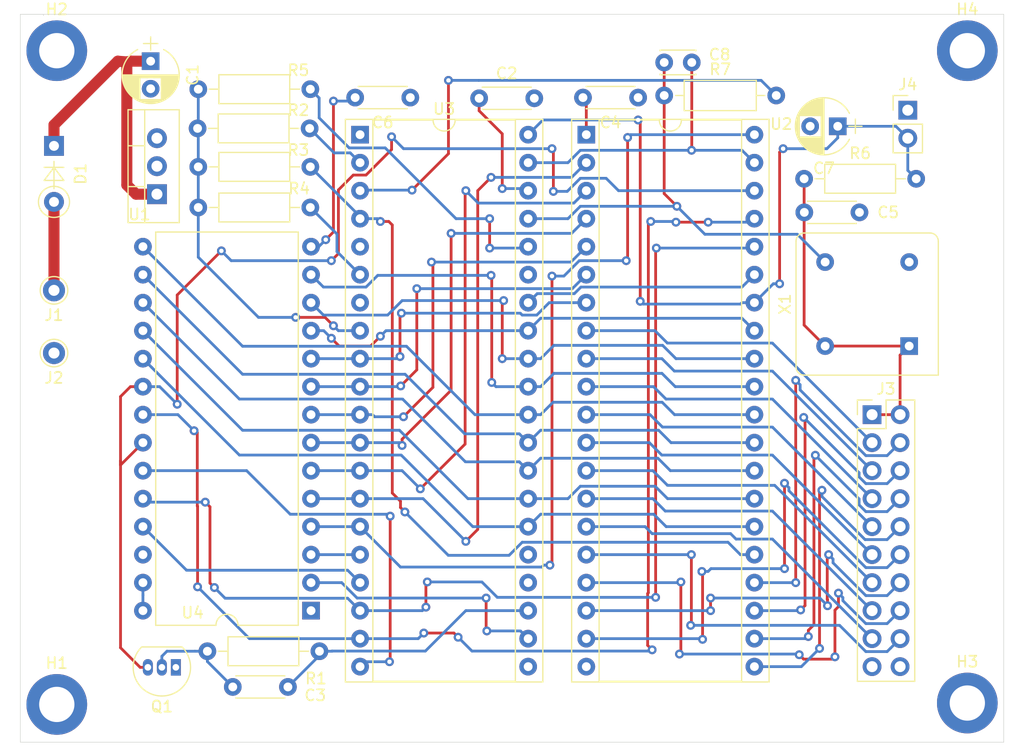
<source format=kicad_pcb>
(kicad_pcb (version 20171130) (host pcbnew "(5.1.5)-3")

  (general
    (thickness 1.6)
    (drawings 7)
    (tracks 605)
    (zones 0)
    (modules 30)
    (nets 61)
  )

  (page A4)
  (layers
    (0 F.Cu signal)
    (31 B.Cu signal)
    (32 B.Adhes user)
    (33 F.Adhes user)
    (34 B.Paste user)
    (35 F.Paste user)
    (36 B.SilkS user)
    (37 F.SilkS user)
    (38 B.Mask user)
    (39 F.Mask user)
    (40 Dwgs.User user)
    (41 Cmts.User user)
    (42 Eco1.User user)
    (43 Eco2.User user)
    (44 Edge.Cuts user)
    (45 Margin user)
    (46 B.CrtYd user)
    (47 F.CrtYd user)
    (48 B.Fab user)
    (49 F.Fab user)
  )

  (setup
    (last_trace_width 0.25)
    (user_trace_width 1)
    (trace_clearance 0.2)
    (zone_clearance 0.508)
    (zone_45_only no)
    (trace_min 0.2)
    (via_size 0.8)
    (via_drill 0.4)
    (via_min_size 0.4)
    (via_min_drill 0.3)
    (uvia_size 0.3)
    (uvia_drill 0.1)
    (uvias_allowed no)
    (uvia_min_size 0.2)
    (uvia_min_drill 0.1)
    (edge_width 0.05)
    (segment_width 0.2)
    (pcb_text_width 0.3)
    (pcb_text_size 1.5 1.5)
    (mod_edge_width 0.12)
    (mod_text_size 1 1)
    (mod_text_width 0.15)
    (pad_size 1.524 1.524)
    (pad_drill 0.762)
    (pad_to_mask_clearance 0.051)
    (solder_mask_min_width 0.25)
    (aux_axis_origin 0 0)
    (visible_elements 7FFFFFFF)
    (pcbplotparams
      (layerselection 0x010fc_ffffffff)
      (usegerberextensions false)
      (usegerberattributes false)
      (usegerberadvancedattributes false)
      (creategerberjobfile false)
      (excludeedgelayer true)
      (linewidth 0.100000)
      (plotframeref false)
      (viasonmask false)
      (mode 1)
      (useauxorigin false)
      (hpglpennumber 1)
      (hpglpenspeed 20)
      (hpglpendiameter 15.000000)
      (psnegative false)
      (psa4output false)
      (plotreference true)
      (plotvalue true)
      (plotinvisibletext false)
      (padsonsilk false)
      (subtractmaskfromsilk false)
      (outputformat 1)
      (mirror false)
      (drillshape 0)
      (scaleselection 1)
      (outputdirectory "output/"))
  )

  (net 0 "")
  (net 1 GND)
  (net 2 "Net-(C1-Pad1)")
  (net 3 +5V)
  (net 4 "Net-(C3-Pad2)")
  (net 5 /A13)
  (net 6 /~RESET)
  (net 7 "Net-(D1-Pad2)")
  (net 8 /PB7)
  (net 9 /PA7)
  (net 10 /PB6)
  (net 11 /PA6)
  (net 12 /PB5)
  (net 13 /PA5)
  (net 14 /PB4)
  (net 15 /PA4)
  (net 16 /PB3)
  (net 17 /PA3)
  (net 18 /PB2)
  (net 19 /PA2)
  (net 20 /PB1)
  (net 21 /PA1)
  (net 22 /PB0)
  (net 23 /PA0)
  (net 24 /~ROM_SEL)
  (net 25 "Net-(R2-Pad1)")
  (net 26 /~IRQ)
  (net 27 "Net-(R4-Pad1)")
  (net 28 "Net-(R5-Pad2)")
  (net 29 /A6)
  (net 30 /PHI2)
  (net 31 /A10)
  (net 32 /A9)
  (net 33 /R\~W)
  (net 34 /D0)
  (net 35 /D1)
  (net 36 /D2)
  (net 37 /D3)
  (net 38 /D4)
  (net 39 /D5)
  (net 40 /D6)
  (net 41 /A0)
  (net 42 /D7)
  (net 43 /A1)
  (net 44 /A2)
  (net 45 /A3)
  (net 46 /A4)
  (net 47 /A5)
  (net 48 /A12)
  (net 49 /A7)
  (net 50 /A8)
  (net 51 /A11)
  (net 52 /CLK)
  (net 53 "Net-(U3-Pad1)")
  (net 54 "Net-(U3-Pad24)")
  (net 55 "Net-(U3-Pad5)")
  (net 56 "Net-(U3-Pad25)")
  (net 57 "Net-(U3-Pad7)")
  (net 58 "Net-(U3-Pad35)")
  (net 59 "Net-(U4-Pad26)")
  (net 60 /PHI1)

  (net_class Default "This is the default net class."
    (clearance 0.2)
    (trace_width 0.25)
    (via_dia 0.8)
    (via_drill 0.4)
    (uvia_dia 0.3)
    (uvia_drill 0.1)
    (add_net +5V)
    (add_net /A0)
    (add_net /A1)
    (add_net /A10)
    (add_net /A11)
    (add_net /A12)
    (add_net /A13)
    (add_net /A2)
    (add_net /A3)
    (add_net /A4)
    (add_net /A5)
    (add_net /A6)
    (add_net /A7)
    (add_net /A8)
    (add_net /A9)
    (add_net /CLK)
    (add_net /D0)
    (add_net /D1)
    (add_net /D2)
    (add_net /D3)
    (add_net /D4)
    (add_net /D5)
    (add_net /D6)
    (add_net /D7)
    (add_net /PA0)
    (add_net /PA1)
    (add_net /PA2)
    (add_net /PA3)
    (add_net /PA4)
    (add_net /PA5)
    (add_net /PA6)
    (add_net /PA7)
    (add_net /PB0)
    (add_net /PB1)
    (add_net /PB2)
    (add_net /PB3)
    (add_net /PB4)
    (add_net /PB5)
    (add_net /PB6)
    (add_net /PB7)
    (add_net /PHI1)
    (add_net /PHI2)
    (add_net /R\~W)
    (add_net /~IRQ)
    (add_net /~RESET)
    (add_net /~ROM_SEL)
    (add_net GND)
    (add_net "Net-(C1-Pad1)")
    (add_net "Net-(C3-Pad2)")
    (add_net "Net-(D1-Pad2)")
    (add_net "Net-(R2-Pad1)")
    (add_net "Net-(R4-Pad1)")
    (add_net "Net-(R5-Pad2)")
    (add_net "Net-(U3-Pad1)")
    (add_net "Net-(U3-Pad24)")
    (add_net "Net-(U3-Pad25)")
    (add_net "Net-(U3-Pad35)")
    (add_net "Net-(U3-Pad5)")
    (add_net "Net-(U3-Pad7)")
    (add_net "Net-(U4-Pad26)")
  )

  (module Diodes_THT:D_A-405_P5.08mm_Vertical_KathodeUp (layer F.Cu) (tedit 5921392E) (tstamp 5EBF380F)
    (at 52.324 77.724 270)
    (descr "D, A-405 series, Axial, Vertical, pin pitch=5.08mm, , length*diameter=5.2*2.7mm^2, , http://www.diodes.com/_files/packages/A-405.pdf")
    (tags "D A-405 series Axial Vertical pin pitch 5.08mm  length 5.2mm diameter 2.7mm")
    (path /5DE5C979)
    (fp_text reference D1 (at 2.54 -2.41 90) (layer F.SilkS)
      (effects (font (size 1 1) (thickness 0.15)))
    )
    (fp_text value 1N4001 (at 2.54 2.41 90) (layer F.Fab)
      (effects (font (size 1 1) (thickness 0.15)))
    )
    (fp_circle (center 5.08 0) (end 6.49 0) (layer F.SilkS) (width 0.12))
    (fp_circle (center 5.08 0) (end 6.43 0) (layer F.Fab) (width 0.1))
    (fp_line (start 6.75 -1.7) (end -1.25 -1.7) (layer F.CrtYd) (width 0.05))
    (fp_line (start 6.75 1.7) (end 6.75 -1.7) (layer F.CrtYd) (width 0.05))
    (fp_line (start -1.25 1.7) (end 6.75 1.7) (layer F.CrtYd) (width 0.05))
    (fp_line (start -1.25 -1.7) (end -1.25 1.7) (layer F.CrtYd) (width 0.05))
    (fp_line (start 3.132667 0.889) (end 1.947333 0) (layer F.SilkS) (width 0.12))
    (fp_line (start 3.132667 -0.889) (end 3.132667 0.889) (layer F.SilkS) (width 0.12))
    (fp_line (start 1.947333 0) (end 3.132667 -0.889) (layer F.SilkS) (width 0.12))
    (fp_line (start 1.947333 -0.889) (end 1.947333 0.889) (layer F.SilkS) (width 0.12))
    (fp_line (start 1.41 0) (end 3.88 0) (layer F.SilkS) (width 0.12))
    (fp_line (start 0 0) (end 5.08 0) (layer F.Fab) (width 0.1))
    (fp_text user %R (at 2.54 0 90) (layer F.Fab)
      (effects (font (size 1 1) (thickness 0.15)))
    )
    (fp_text user K (at -1.6 0 90) (layer F.Fab)
      (effects (font (size 1 1) (thickness 0.15)))
    )
    (pad 2 thru_hole oval (at 5.08 0 270) (size 1.8 1.8) (drill 0.9) (layers *.Cu *.Mask)
      (net 7 "Net-(D1-Pad2)"))
    (pad 1 thru_hole rect (at 0 0 270) (size 1.8 1.8) (drill 0.9) (layers *.Cu *.Mask)
      (net 2 "Net-(C1-Pad1)"))
    (model ${KISYS3DMOD}/Diodes_THT.3dshapes/D_A-405_P5.08mm_Vertical_KathodeUp.wrl
      (at (xyz 0 0 0))
      (scale (xyz 0.393701 0.393701 0.393701))
      (rotate (xyz 0 0 0))
    )
  )

  (module Pin_Headers:Pin_Header_Straight_2x10_Pitch2.54mm (layer F.Cu) (tedit 59650532) (tstamp 5D9E29E7)
    (at 126.492 102.108)
    (descr "Through hole straight pin header, 2x10, 2.54mm pitch, double rows")
    (tags "Through hole pin header THT 2x10 2.54mm double row")
    (path /5DB65BA1)
    (fp_text reference J3 (at 1.27 -2.33) (layer F.SilkS)
      (effects (font (size 1 1) (thickness 0.15)))
    )
    (fp_text value "I/O Connector" (at 5.461 10.668 90) (layer F.Fab)
      (effects (font (size 1 1) (thickness 0.15)))
    )
    (fp_text user %R (at 1.27 11.43 90) (layer F.Fab)
      (effects (font (size 1 1) (thickness 0.15)))
    )
    (fp_line (start 4.35 -1.8) (end -1.8 -1.8) (layer F.CrtYd) (width 0.05))
    (fp_line (start 4.35 24.65) (end 4.35 -1.8) (layer F.CrtYd) (width 0.05))
    (fp_line (start -1.8 24.65) (end 4.35 24.65) (layer F.CrtYd) (width 0.05))
    (fp_line (start -1.8 -1.8) (end -1.8 24.65) (layer F.CrtYd) (width 0.05))
    (fp_line (start -1.33 -1.33) (end 0 -1.33) (layer F.SilkS) (width 0.12))
    (fp_line (start -1.33 0) (end -1.33 -1.33) (layer F.SilkS) (width 0.12))
    (fp_line (start 1.27 -1.33) (end 3.87 -1.33) (layer F.SilkS) (width 0.12))
    (fp_line (start 1.27 1.27) (end 1.27 -1.33) (layer F.SilkS) (width 0.12))
    (fp_line (start -1.33 1.27) (end 1.27 1.27) (layer F.SilkS) (width 0.12))
    (fp_line (start 3.87 -1.33) (end 3.87 24.19) (layer F.SilkS) (width 0.12))
    (fp_line (start -1.33 1.27) (end -1.33 24.19) (layer F.SilkS) (width 0.12))
    (fp_line (start -1.33 24.19) (end 3.87 24.19) (layer F.SilkS) (width 0.12))
    (fp_line (start -1.27 0) (end 0 -1.27) (layer F.Fab) (width 0.1))
    (fp_line (start -1.27 24.13) (end -1.27 0) (layer F.Fab) (width 0.1))
    (fp_line (start 3.81 24.13) (end -1.27 24.13) (layer F.Fab) (width 0.1))
    (fp_line (start 3.81 -1.27) (end 3.81 24.13) (layer F.Fab) (width 0.1))
    (fp_line (start 0 -1.27) (end 3.81 -1.27) (layer F.Fab) (width 0.1))
    (pad 20 thru_hole oval (at 2.54 22.86) (size 1.7 1.7) (drill 1) (layers *.Cu *.Mask)
      (net 1 GND))
    (pad 19 thru_hole oval (at 0 22.86) (size 1.7 1.7) (drill 1) (layers *.Cu *.Mask)
      (net 1 GND))
    (pad 18 thru_hole oval (at 2.54 20.32) (size 1.7 1.7) (drill 1) (layers *.Cu *.Mask)
      (net 8 /PB7))
    (pad 17 thru_hole oval (at 0 20.32) (size 1.7 1.7) (drill 1) (layers *.Cu *.Mask)
      (net 9 /PA7))
    (pad 16 thru_hole oval (at 2.54 17.78) (size 1.7 1.7) (drill 1) (layers *.Cu *.Mask)
      (net 10 /PB6))
    (pad 15 thru_hole oval (at 0 17.78) (size 1.7 1.7) (drill 1) (layers *.Cu *.Mask)
      (net 11 /PA6))
    (pad 14 thru_hole oval (at 2.54 15.24) (size 1.7 1.7) (drill 1) (layers *.Cu *.Mask)
      (net 12 /PB5))
    (pad 13 thru_hole oval (at 0 15.24) (size 1.7 1.7) (drill 1) (layers *.Cu *.Mask)
      (net 13 /PA5))
    (pad 12 thru_hole oval (at 2.54 12.7) (size 1.7 1.7) (drill 1) (layers *.Cu *.Mask)
      (net 14 /PB4))
    (pad 11 thru_hole oval (at 0 12.7) (size 1.7 1.7) (drill 1) (layers *.Cu *.Mask)
      (net 15 /PA4))
    (pad 10 thru_hole oval (at 2.54 10.16) (size 1.7 1.7) (drill 1) (layers *.Cu *.Mask)
      (net 16 /PB3))
    (pad 9 thru_hole oval (at 0 10.16) (size 1.7 1.7) (drill 1) (layers *.Cu *.Mask)
      (net 17 /PA3))
    (pad 8 thru_hole oval (at 2.54 7.62) (size 1.7 1.7) (drill 1) (layers *.Cu *.Mask)
      (net 18 /PB2))
    (pad 7 thru_hole oval (at 0 7.62) (size 1.7 1.7) (drill 1) (layers *.Cu *.Mask)
      (net 19 /PA2))
    (pad 6 thru_hole oval (at 2.54 5.08) (size 1.7 1.7) (drill 1) (layers *.Cu *.Mask)
      (net 20 /PB1))
    (pad 5 thru_hole oval (at 0 5.08) (size 1.7 1.7) (drill 1) (layers *.Cu *.Mask)
      (net 21 /PA1))
    (pad 4 thru_hole oval (at 2.54 2.54) (size 1.7 1.7) (drill 1) (layers *.Cu *.Mask)
      (net 22 /PB0))
    (pad 3 thru_hole oval (at 0 2.54) (size 1.7 1.7) (drill 1) (layers *.Cu *.Mask)
      (net 23 /PA0))
    (pad 2 thru_hole oval (at 2.54 0) (size 1.7 1.7) (drill 1) (layers *.Cu *.Mask)
      (net 3 +5V))
    (pad 1 thru_hole rect (at 0 0) (size 1.7 1.7) (drill 1) (layers *.Cu *.Mask)
      (net 3 +5V))
    (model ${KISYS3DMOD}/Pin_Headers.3dshapes/Pin_Header_Straight_2x10_Pitch2.54mm.wrl
      (at (xyz 0 0 0))
      (scale (xyz 1 1 1))
      (rotate (xyz 0 0 0))
    )
  )

  (module Housings_DIP:DIP-40_W15.24mm_Socket (layer F.Cu) (tedit 59C78D6C) (tstamp 5EBF36FB)
    (at 100.584 76.708)
    (descr "40-lead though-hole mounted DIP package, row spacing 15.24 mm (600 mils), Socket")
    (tags "THT DIP DIL PDIP 2.54mm 15.24mm 600mil Socket")
    (path /5D9E16DD)
    (fp_text reference U2 (at 17.6784 -0.9652) (layer F.SilkS)
      (effects (font (size 1 1) (thickness 0.15)))
    )
    (fp_text value R6532 (at 7.62 50.59) (layer F.Fab)
      (effects (font (size 1 1) (thickness 0.15)))
    )
    (fp_text user %R (at 7.62 24.13) (layer F.Fab)
      (effects (font (size 1 1) (thickness 0.15)))
    )
    (fp_line (start 16.8 -1.6) (end -1.55 -1.6) (layer F.CrtYd) (width 0.05))
    (fp_line (start 16.8 49.85) (end 16.8 -1.6) (layer F.CrtYd) (width 0.05))
    (fp_line (start -1.55 49.85) (end 16.8 49.85) (layer F.CrtYd) (width 0.05))
    (fp_line (start -1.55 -1.6) (end -1.55 49.85) (layer F.CrtYd) (width 0.05))
    (fp_line (start 16.57 -1.39) (end -1.33 -1.39) (layer F.SilkS) (width 0.12))
    (fp_line (start 16.57 49.65) (end 16.57 -1.39) (layer F.SilkS) (width 0.12))
    (fp_line (start -1.33 49.65) (end 16.57 49.65) (layer F.SilkS) (width 0.12))
    (fp_line (start -1.33 -1.39) (end -1.33 49.65) (layer F.SilkS) (width 0.12))
    (fp_line (start 14.08 -1.33) (end 8.62 -1.33) (layer F.SilkS) (width 0.12))
    (fp_line (start 14.08 49.59) (end 14.08 -1.33) (layer F.SilkS) (width 0.12))
    (fp_line (start 1.16 49.59) (end 14.08 49.59) (layer F.SilkS) (width 0.12))
    (fp_line (start 1.16 -1.33) (end 1.16 49.59) (layer F.SilkS) (width 0.12))
    (fp_line (start 6.62 -1.33) (end 1.16 -1.33) (layer F.SilkS) (width 0.12))
    (fp_line (start 16.51 -1.33) (end -1.27 -1.33) (layer F.Fab) (width 0.1))
    (fp_line (start 16.51 49.59) (end 16.51 -1.33) (layer F.Fab) (width 0.1))
    (fp_line (start -1.27 49.59) (end 16.51 49.59) (layer F.Fab) (width 0.1))
    (fp_line (start -1.27 -1.33) (end -1.27 49.59) (layer F.Fab) (width 0.1))
    (fp_line (start 0.255 -0.27) (end 1.255 -1.27) (layer F.Fab) (width 0.1))
    (fp_line (start 0.255 49.53) (end 0.255 -0.27) (layer F.Fab) (width 0.1))
    (fp_line (start 14.985 49.53) (end 0.255 49.53) (layer F.Fab) (width 0.1))
    (fp_line (start 14.985 -1.27) (end 14.985 49.53) (layer F.Fab) (width 0.1))
    (fp_line (start 1.255 -1.27) (end 14.985 -1.27) (layer F.Fab) (width 0.1))
    (fp_arc (start 7.62 -1.33) (end 6.62 -1.33) (angle -180) (layer F.SilkS) (width 0.12))
    (pad 40 thru_hole oval (at 15.24 0) (size 1.6 1.6) (drill 0.8) (layers *.Cu *.Mask)
      (net 29 /A6))
    (pad 20 thru_hole oval (at 0 48.26) (size 1.6 1.6) (drill 0.8) (layers *.Cu *.Mask)
      (net 3 +5V))
    (pad 39 thru_hole oval (at 15.24 2.54) (size 1.6 1.6) (drill 0.8) (layers *.Cu *.Mask)
      (net 30 /PHI2))
    (pad 19 thru_hole oval (at 0 45.72) (size 1.6 1.6) (drill 0.8) (layers *.Cu *.Mask)
      (net 14 /PB4))
    (pad 38 thru_hole oval (at 15.24 5.08) (size 1.6 1.6) (drill 0.8) (layers *.Cu *.Mask)
      (net 24 /~ROM_SEL))
    (pad 18 thru_hole oval (at 0 43.18) (size 1.6 1.6) (drill 0.8) (layers *.Cu *.Mask)
      (net 12 /PB5))
    (pad 37 thru_hole oval (at 15.24 7.62) (size 1.6 1.6) (drill 0.8) (layers *.Cu *.Mask)
      (net 31 /A10))
    (pad 17 thru_hole oval (at 0 40.64) (size 1.6 1.6) (drill 0.8) (layers *.Cu *.Mask)
      (net 10 /PB6))
    (pad 36 thru_hole oval (at 15.24 10.16) (size 1.6 1.6) (drill 0.8) (layers *.Cu *.Mask)
      (net 32 /A9))
    (pad 16 thru_hole oval (at 0 38.1) (size 1.6 1.6) (drill 0.8) (layers *.Cu *.Mask)
      (net 8 /PB7))
    (pad 35 thru_hole oval (at 15.24 12.7) (size 1.6 1.6) (drill 0.8) (layers *.Cu *.Mask)
      (net 33 /R\~W))
    (pad 15 thru_hole oval (at 0 35.56) (size 1.6 1.6) (drill 0.8) (layers *.Cu *.Mask)
      (net 9 /PA7))
    (pad 34 thru_hole oval (at 15.24 15.24) (size 1.6 1.6) (drill 0.8) (layers *.Cu *.Mask)
      (net 6 /~RESET))
    (pad 14 thru_hole oval (at 0 33.02) (size 1.6 1.6) (drill 0.8) (layers *.Cu *.Mask)
      (net 11 /PA6))
    (pad 33 thru_hole oval (at 15.24 17.78) (size 1.6 1.6) (drill 0.8) (layers *.Cu *.Mask)
      (net 34 /D0))
    (pad 13 thru_hole oval (at 0 30.48) (size 1.6 1.6) (drill 0.8) (layers *.Cu *.Mask)
      (net 13 /PA5))
    (pad 32 thru_hole oval (at 15.24 20.32) (size 1.6 1.6) (drill 0.8) (layers *.Cu *.Mask)
      (net 35 /D1))
    (pad 12 thru_hole oval (at 0 27.94) (size 1.6 1.6) (drill 0.8) (layers *.Cu *.Mask)
      (net 15 /PA4))
    (pad 31 thru_hole oval (at 15.24 22.86) (size 1.6 1.6) (drill 0.8) (layers *.Cu *.Mask)
      (net 36 /D2))
    (pad 11 thru_hole oval (at 0 25.4) (size 1.6 1.6) (drill 0.8) (layers *.Cu *.Mask)
      (net 17 /PA3))
    (pad 30 thru_hole oval (at 15.24 25.4) (size 1.6 1.6) (drill 0.8) (layers *.Cu *.Mask)
      (net 37 /D3))
    (pad 10 thru_hole oval (at 0 22.86) (size 1.6 1.6) (drill 0.8) (layers *.Cu *.Mask)
      (net 19 /PA2))
    (pad 29 thru_hole oval (at 15.24 27.94) (size 1.6 1.6) (drill 0.8) (layers *.Cu *.Mask)
      (net 38 /D4))
    (pad 9 thru_hole oval (at 0 20.32) (size 1.6 1.6) (drill 0.8) (layers *.Cu *.Mask)
      (net 21 /PA1))
    (pad 28 thru_hole oval (at 15.24 30.48) (size 1.6 1.6) (drill 0.8) (layers *.Cu *.Mask)
      (net 39 /D5))
    (pad 8 thru_hole oval (at 0 17.78) (size 1.6 1.6) (drill 0.8) (layers *.Cu *.Mask)
      (net 23 /PA0))
    (pad 27 thru_hole oval (at 15.24 33.02) (size 1.6 1.6) (drill 0.8) (layers *.Cu *.Mask)
      (net 40 /D6))
    (pad 7 thru_hole oval (at 0 15.24) (size 1.6 1.6) (drill 0.8) (layers *.Cu *.Mask)
      (net 41 /A0))
    (pad 26 thru_hole oval (at 15.24 35.56) (size 1.6 1.6) (drill 0.8) (layers *.Cu *.Mask)
      (net 42 /D7))
    (pad 6 thru_hole oval (at 0 12.7) (size 1.6 1.6) (drill 0.8) (layers *.Cu *.Mask)
      (net 43 /A1))
    (pad 25 thru_hole oval (at 15.24 38.1) (size 1.6 1.6) (drill 0.8) (layers *.Cu *.Mask)
      (net 26 /~IRQ))
    (pad 5 thru_hole oval (at 0 10.16) (size 1.6 1.6) (drill 0.8) (layers *.Cu *.Mask)
      (net 44 /A2))
    (pad 24 thru_hole oval (at 15.24 40.64) (size 1.6 1.6) (drill 0.8) (layers *.Cu *.Mask)
      (net 22 /PB0))
    (pad 4 thru_hole oval (at 0 7.62) (size 1.6 1.6) (drill 0.8) (layers *.Cu *.Mask)
      (net 45 /A3))
    (pad 23 thru_hole oval (at 15.24 43.18) (size 1.6 1.6) (drill 0.8) (layers *.Cu *.Mask)
      (net 20 /PB1))
    (pad 3 thru_hole oval (at 0 5.08) (size 1.6 1.6) (drill 0.8) (layers *.Cu *.Mask)
      (net 46 /A4))
    (pad 22 thru_hole oval (at 15.24 45.72) (size 1.6 1.6) (drill 0.8) (layers *.Cu *.Mask)
      (net 18 /PB2))
    (pad 2 thru_hole oval (at 0 2.54) (size 1.6 1.6) (drill 0.8) (layers *.Cu *.Mask)
      (net 47 /A5))
    (pad 21 thru_hole oval (at 15.24 48.26) (size 1.6 1.6) (drill 0.8) (layers *.Cu *.Mask)
      (net 16 /PB3))
    (pad 1 thru_hole rect (at 0 0) (size 1.6 1.6) (drill 0.8) (layers *.Cu *.Mask)
      (net 1 GND))
    (model ${KISYS3DMOD}/Housings_DIP.3dshapes/DIP-40_W15.24mm_Socket.wrl
      (at (xyz 0 0 0))
      (scale (xyz 1 1 1))
      (rotate (xyz 0 0 0))
    )
  )

  (module Oscillators:Oscillator_DIP-8 (layer F.Cu) (tedit 58CD3344) (tstamp 5D9EE5BC)
    (at 129.8575 95.885 90)
    (descr "Oscillator, DIP8,http://cdn-reichelt.de/documents/datenblatt/B400/OSZI.pdf")
    (tags oscillator)
    (path /5D9FE163)
    (fp_text reference X1 (at 3.81 -11.26 90) (layer F.SilkS)
      (effects (font (size 1 1) (thickness 0.15)))
    )
    (fp_text value CXO_DIP8 (at 3.937 -5.5245 90) (layer F.Fab)
      (effects (font (size 1 1) (thickness 0.15)))
    )
    (fp_arc (start -1.89 -9.51) (end -2.54 -9.51) (angle 90) (layer F.Fab) (width 0.1))
    (fp_arc (start 9.51 -9.51) (end 9.51 -10.16) (angle 90) (layer F.Fab) (width 0.1))
    (fp_arc (start 9.51 1.89) (end 10.16 1.89) (angle 90) (layer F.Fab) (width 0.1))
    (fp_arc (start -1.89 -9.51) (end -2.64 -9.51) (angle 90) (layer F.SilkS) (width 0.12))
    (fp_arc (start 9.51 -9.51) (end 9.51 -10.26) (angle 90) (layer F.SilkS) (width 0.12))
    (fp_arc (start 9.51 1.89) (end 10.26 1.89) (angle 90) (layer F.SilkS) (width 0.12))
    (fp_arc (start -1.19 -8.81) (end -1.54 -8.81) (angle 90) (layer F.Fab) (width 0.1))
    (fp_arc (start 8.81 -8.81) (end 8.81 -9.16) (angle 90) (layer F.Fab) (width 0.1))
    (fp_arc (start 8.81 1.19) (end 9.16 1.19) (angle 90) (layer F.Fab) (width 0.1))
    (fp_line (start -2.54 2.54) (end -2.54 -9.51) (layer F.Fab) (width 0.1))
    (fp_line (start -1.89 -10.16) (end 9.51 -10.16) (layer F.Fab) (width 0.1))
    (fp_line (start 10.16 -9.51) (end 10.16 1.89) (layer F.Fab) (width 0.1))
    (fp_line (start -2.54 2.54) (end 9.51 2.54) (layer F.Fab) (width 0.1))
    (fp_line (start -2.64 2.64) (end 9.51 2.64) (layer F.SilkS) (width 0.12))
    (fp_line (start 10.26 1.89) (end 10.26 -9.51) (layer F.SilkS) (width 0.12))
    (fp_line (start 9.51 -10.26) (end -1.89 -10.26) (layer F.SilkS) (width 0.12))
    (fp_line (start -2.64 -9.51) (end -2.64 2.64) (layer F.SilkS) (width 0.12))
    (fp_line (start -1.54 1.54) (end 8.81 1.54) (layer F.Fab) (width 0.1))
    (fp_line (start -1.54 1.54) (end -1.54 -8.81) (layer F.Fab) (width 0.1))
    (fp_line (start -1.19 -9.16) (end 8.81 -9.16) (layer F.Fab) (width 0.1))
    (fp_line (start 9.16 1.19) (end 9.16 -8.81) (layer F.Fab) (width 0.1))
    (fp_line (start -2.79 2.79) (end 10.41 2.79) (layer F.CrtYd) (width 0.05))
    (fp_line (start -2.79 -10.41) (end -2.79 2.79) (layer F.CrtYd) (width 0.05))
    (fp_line (start 10.41 -10.41) (end -2.79 -10.41) (layer F.CrtYd) (width 0.05))
    (fp_line (start 10.41 2.79) (end 10.41 -10.41) (layer F.CrtYd) (width 0.05))
    (fp_text user %R (at 3.81 -2.8575 180) (layer F.Fab)
      (effects (font (size 1 1) (thickness 0.15)))
    )
    (pad 4 thru_hole circle (at 7.62 0 90) (size 1.6 1.6) (drill 0.8) (layers *.Cu *.Mask)
      (net 1 GND))
    (pad 5 thru_hole circle (at 7.62 -7.62 90) (size 1.6 1.6) (drill 0.8) (layers *.Cu *.Mask)
      (net 52 /CLK))
    (pad 8 thru_hole circle (at 0 -7.62 90) (size 1.6 1.6) (drill 0.8) (layers *.Cu *.Mask)
      (net 3 +5V))
    (pad 1 thru_hole rect (at 0 0 90) (size 1.6 1.6) (drill 0.8) (layers *.Cu *.Mask)
      (net 3 +5V))
    (model ${KISYS3DMOD}/Oscillators.3dshapes/Oscillator_DIP-8.wrl
      (at (xyz 0 0 0))
      (scale (xyz 0.3937 0.3937 0.3937))
      (rotate (xyz 0 0 0))
    )
  )

  (module Capacitors_THT:C_Disc_D4.3mm_W1.9mm_P5.00mm (layer F.Cu) (tedit 597BC7C2) (tstamp 5D9EE2DB)
    (at 73.533 126.8095 180)
    (descr "C, Disc series, Radial, pin pitch=5.00mm, , diameter*width=4.3*1.9mm^2, Capacitor, http://www.vishay.com/docs/45233/krseries.pdf")
    (tags "C Disc series Radial pin pitch 5.00mm  diameter 4.3mm width 1.9mm Capacitor")
    (path /5DA40F45)
    (fp_text reference C3 (at -2.4765 -0.762) (layer F.SilkS)
      (effects (font (size 1 1) (thickness 0.15)))
    )
    (fp_text value 1n (at 2.5 0.0635) (layer F.Fab)
      (effects (font (size 1 1) (thickness 0.15)))
    )
    (fp_text user %R (at 7.3025 -0.889) (layer F.Fab)
      (effects (font (size 1 1) (thickness 0.15)))
    )
    (fp_line (start 6.05 -1.3) (end -1.05 -1.3) (layer F.CrtYd) (width 0.05))
    (fp_line (start 6.05 1.3) (end 6.05 -1.3) (layer F.CrtYd) (width 0.05))
    (fp_line (start -1.05 1.3) (end 6.05 1.3) (layer F.CrtYd) (width 0.05))
    (fp_line (start -1.05 -1.3) (end -1.05 1.3) (layer F.CrtYd) (width 0.05))
    (fp_line (start 4.71 0.996) (end 4.71 1.01) (layer F.SilkS) (width 0.12))
    (fp_line (start 4.71 -1.01) (end 4.71 -0.996) (layer F.SilkS) (width 0.12))
    (fp_line (start 0.29 0.996) (end 0.29 1.01) (layer F.SilkS) (width 0.12))
    (fp_line (start 0.29 -1.01) (end 0.29 -0.996) (layer F.SilkS) (width 0.12))
    (fp_line (start 0.29 1.01) (end 4.71 1.01) (layer F.SilkS) (width 0.12))
    (fp_line (start 0.29 -1.01) (end 4.71 -1.01) (layer F.SilkS) (width 0.12))
    (fp_line (start 4.65 -0.95) (end 0.35 -0.95) (layer F.Fab) (width 0.1))
    (fp_line (start 4.65 0.95) (end 4.65 -0.95) (layer F.Fab) (width 0.1))
    (fp_line (start 0.35 0.95) (end 4.65 0.95) (layer F.Fab) (width 0.1))
    (fp_line (start 0.35 -0.95) (end 0.35 0.95) (layer F.Fab) (width 0.1))
    (pad 2 thru_hole circle (at 5 0 180) (size 1.6 1.6) (drill 0.8) (layers *.Cu *.Mask)
      (net 4 "Net-(C3-Pad2)"))
    (pad 1 thru_hole circle (at 0 0 180) (size 1.6 1.6) (drill 0.8) (layers *.Cu *.Mask)
      (net 5 /A13))
    (model ${KISYS3DMOD}/Capacitors_THT.3dshapes/C_Disc_D4.3mm_W1.9mm_P5.00mm.wrl
      (at (xyz 0 0 0))
      (scale (xyz 1 1 1))
      (rotate (xyz 0 0 0))
    )
  )

  (module TO_SOT_Packages_THT:TO-92_Inline_Narrow_Oval (layer F.Cu) (tedit 58CE52AF) (tstamp 5D9E29F9)
    (at 63.373 125.0315 180)
    (descr "TO-92 leads in-line, narrow, oval pads, drill 0.6mm (see NXP sot054_po.pdf)")
    (tags "to-92 sc-43 sc-43a sot54 PA33 transistor")
    (path /5DA3FE0B)
    (fp_text reference Q1 (at 1.27 -3.56) (layer F.SilkS)
      (effects (font (size 1 1) (thickness 0.15)))
    )
    (fp_text value 2N2222 (at 1.27 2.79) (layer F.Fab)
      (effects (font (size 1 1) (thickness 0.15)))
    )
    (fp_arc (start 1.27 0) (end 1.27 -2.6) (angle 135) (layer F.SilkS) (width 0.12))
    (fp_arc (start 1.27 0) (end 1.27 -2.48) (angle -135) (layer F.Fab) (width 0.1))
    (fp_arc (start 1.27 0) (end 1.27 -2.6) (angle -135) (layer F.SilkS) (width 0.12))
    (fp_arc (start 1.27 0) (end 1.27 -2.48) (angle 135) (layer F.Fab) (width 0.1))
    (fp_line (start 4 2.01) (end -1.46 2.01) (layer F.CrtYd) (width 0.05))
    (fp_line (start 4 2.01) (end 4 -2.73) (layer F.CrtYd) (width 0.05))
    (fp_line (start -1.46 -2.73) (end -1.46 2.01) (layer F.CrtYd) (width 0.05))
    (fp_line (start -1.46 -2.73) (end 4 -2.73) (layer F.CrtYd) (width 0.05))
    (fp_line (start -0.5 1.75) (end 3 1.75) (layer F.Fab) (width 0.1))
    (fp_line (start -0.53 1.85) (end 3.07 1.85) (layer F.SilkS) (width 0.12))
    (fp_text user %R (at 1.27 -3.56) (layer F.Fab)
      (effects (font (size 1 1) (thickness 0.15)))
    )
    (pad 1 thru_hole rect (at 0 0) (size 0.9 1.5) (drill 0.6) (layers *.Cu *.Mask)
      (net 1 GND))
    (pad 3 thru_hole oval (at 2.54 0) (size 0.9 1.5) (drill 0.6) (layers *.Cu *.Mask)
      (net 24 /~ROM_SEL))
    (pad 2 thru_hole oval (at 1.27 0) (size 0.9 1.5) (drill 0.6) (layers *.Cu *.Mask)
      (net 4 "Net-(C3-Pad2)"))
    (model ${KISYS3DMOD}/TO_SOT_Packages_THT.3dshapes/TO-92_Inline_Narrow_Oval.wrl
      (offset (xyz 1.269999980926514 0 0))
      (scale (xyz 1 1 1))
      (rotate (xyz 0 0 -90))
    )
  )

  (module Resistors_THT:R_Axial_DIN0207_L6.3mm_D2.5mm_P10.16mm_Horizontal (layer F.Cu) (tedit 5874F706) (tstamp 5EBF3652)
    (at 66.2305 123.571)
    (descr "Resistor, Axial_DIN0207 series, Axial, Horizontal, pin pitch=10.16mm, 0.25W = 1/4W, length*diameter=6.3*2.5mm^2, http://cdn-reichelt.de/documents/datenblatt/B400/1_4W%23YAG.pdf")
    (tags "Resistor Axial_DIN0207 series Axial Horizontal pin pitch 10.16mm 0.25W = 1/4W length 6.3mm diameter 2.5mm")
    (path /5DA41494)
    (fp_text reference R1 (at 9.8425 2.4765) (layer F.SilkS)
      (effects (font (size 1 1) (thickness 0.15)))
    )
    (fp_text value 4k7 (at 5.08 0.0635) (layer F.Fab)
      (effects (font (size 1 1) (thickness 0.15)))
    )
    (fp_line (start 1.93 -1.25) (end 1.93 1.25) (layer F.Fab) (width 0.1))
    (fp_line (start 1.93 1.25) (end 8.23 1.25) (layer F.Fab) (width 0.1))
    (fp_line (start 8.23 1.25) (end 8.23 -1.25) (layer F.Fab) (width 0.1))
    (fp_line (start 8.23 -1.25) (end 1.93 -1.25) (layer F.Fab) (width 0.1))
    (fp_line (start 0 0) (end 1.93 0) (layer F.Fab) (width 0.1))
    (fp_line (start 10.16 0) (end 8.23 0) (layer F.Fab) (width 0.1))
    (fp_line (start 1.87 -1.31) (end 1.87 1.31) (layer F.SilkS) (width 0.12))
    (fp_line (start 1.87 1.31) (end 8.29 1.31) (layer F.SilkS) (width 0.12))
    (fp_line (start 8.29 1.31) (end 8.29 -1.31) (layer F.SilkS) (width 0.12))
    (fp_line (start 8.29 -1.31) (end 1.87 -1.31) (layer F.SilkS) (width 0.12))
    (fp_line (start 0.98 0) (end 1.87 0) (layer F.SilkS) (width 0.12))
    (fp_line (start 9.18 0) (end 8.29 0) (layer F.SilkS) (width 0.12))
    (fp_line (start -1.05 -1.6) (end -1.05 1.6) (layer F.CrtYd) (width 0.05))
    (fp_line (start -1.05 1.6) (end 11.25 1.6) (layer F.CrtYd) (width 0.05))
    (fp_line (start 11.25 1.6) (end 11.25 -1.6) (layer F.CrtYd) (width 0.05))
    (fp_line (start 11.25 -1.6) (end -1.05 -1.6) (layer F.CrtYd) (width 0.05))
    (pad 1 thru_hole circle (at 0 0) (size 1.6 1.6) (drill 0.8) (layers *.Cu *.Mask)
      (net 4 "Net-(C3-Pad2)"))
    (pad 2 thru_hole oval (at 10.16 0) (size 1.6 1.6) (drill 0.8) (layers *.Cu *.Mask)
      (net 5 /A13))
    (model ${KISYS3DMOD}/Resistors_THT.3dshapes/R_Axial_DIN0207_L6.3mm_D2.5mm_P10.16mm_Horizontal.wrl
      (at (xyz 0 0 0))
      (scale (xyz 0.393701 0.393701 0.393701))
      (rotate (xyz 0 0 0))
    )
  )

  (module Capacitors_THT:CP_Radial_D5.0mm_P2.50mm (layer F.Cu) (tedit 597BC7C2) (tstamp 5D9EEC9C)
    (at 61.087 70.0405 270)
    (descr "CP, Radial series, Radial, pin pitch=2.50mm, , diameter=5mm, Electrolytic Capacitor")
    (tags "CP Radial series Radial pin pitch 2.50mm  diameter 5mm Electrolytic Capacitor")
    (path /5DE9A15D)
    (fp_text reference C1 (at 1.25 -3.81 90) (layer F.SilkS)
      (effects (font (size 1 1) (thickness 0.15)))
    )
    (fp_text value 47u (at 1.25 3.81 90) (layer F.Fab)
      (effects (font (size 1 1) (thickness 0.15)))
    )
    (fp_text user %R (at 1.25 0 90) (layer F.Fab)
      (effects (font (size 1 1) (thickness 0.15)))
    )
    (fp_line (start 4.1 -2.85) (end -1.6 -2.85) (layer F.CrtYd) (width 0.05))
    (fp_line (start 4.1 2.85) (end 4.1 -2.85) (layer F.CrtYd) (width 0.05))
    (fp_line (start -1.6 2.85) (end 4.1 2.85) (layer F.CrtYd) (width 0.05))
    (fp_line (start -1.6 -2.85) (end -1.6 2.85) (layer F.CrtYd) (width 0.05))
    (fp_line (start -1.6 -0.65) (end -1.6 0.65) (layer F.SilkS) (width 0.12))
    (fp_line (start -2.2 0) (end -1 0) (layer F.SilkS) (width 0.12))
    (fp_line (start 3.811 -0.354) (end 3.811 0.354) (layer F.SilkS) (width 0.12))
    (fp_line (start 3.771 -0.559) (end 3.771 0.559) (layer F.SilkS) (width 0.12))
    (fp_line (start 3.731 -0.707) (end 3.731 0.707) (layer F.SilkS) (width 0.12))
    (fp_line (start 3.691 -0.829) (end 3.691 0.829) (layer F.SilkS) (width 0.12))
    (fp_line (start 3.651 -0.934) (end 3.651 0.934) (layer F.SilkS) (width 0.12))
    (fp_line (start 3.611 -1.028) (end 3.611 1.028) (layer F.SilkS) (width 0.12))
    (fp_line (start 3.571 -1.112) (end 3.571 1.112) (layer F.SilkS) (width 0.12))
    (fp_line (start 3.531 -1.189) (end 3.531 1.189) (layer F.SilkS) (width 0.12))
    (fp_line (start 3.491 -1.261) (end 3.491 1.261) (layer F.SilkS) (width 0.12))
    (fp_line (start 3.451 0.98) (end 3.451 1.327) (layer F.SilkS) (width 0.12))
    (fp_line (start 3.451 -1.327) (end 3.451 -0.98) (layer F.SilkS) (width 0.12))
    (fp_line (start 3.411 0.98) (end 3.411 1.39) (layer F.SilkS) (width 0.12))
    (fp_line (start 3.411 -1.39) (end 3.411 -0.98) (layer F.SilkS) (width 0.12))
    (fp_line (start 3.371 0.98) (end 3.371 1.448) (layer F.SilkS) (width 0.12))
    (fp_line (start 3.371 -1.448) (end 3.371 -0.98) (layer F.SilkS) (width 0.12))
    (fp_line (start 3.331 0.98) (end 3.331 1.504) (layer F.SilkS) (width 0.12))
    (fp_line (start 3.331 -1.504) (end 3.331 -0.98) (layer F.SilkS) (width 0.12))
    (fp_line (start 3.291 0.98) (end 3.291 1.556) (layer F.SilkS) (width 0.12))
    (fp_line (start 3.291 -1.556) (end 3.291 -0.98) (layer F.SilkS) (width 0.12))
    (fp_line (start 3.251 0.98) (end 3.251 1.606) (layer F.SilkS) (width 0.12))
    (fp_line (start 3.251 -1.606) (end 3.251 -0.98) (layer F.SilkS) (width 0.12))
    (fp_line (start 3.211 0.98) (end 3.211 1.654) (layer F.SilkS) (width 0.12))
    (fp_line (start 3.211 -1.654) (end 3.211 -0.98) (layer F.SilkS) (width 0.12))
    (fp_line (start 3.171 0.98) (end 3.171 1.699) (layer F.SilkS) (width 0.12))
    (fp_line (start 3.171 -1.699) (end 3.171 -0.98) (layer F.SilkS) (width 0.12))
    (fp_line (start 3.131 0.98) (end 3.131 1.742) (layer F.SilkS) (width 0.12))
    (fp_line (start 3.131 -1.742) (end 3.131 -0.98) (layer F.SilkS) (width 0.12))
    (fp_line (start 3.091 0.98) (end 3.091 1.783) (layer F.SilkS) (width 0.12))
    (fp_line (start 3.091 -1.783) (end 3.091 -0.98) (layer F.SilkS) (width 0.12))
    (fp_line (start 3.051 0.98) (end 3.051 1.823) (layer F.SilkS) (width 0.12))
    (fp_line (start 3.051 -1.823) (end 3.051 -0.98) (layer F.SilkS) (width 0.12))
    (fp_line (start 3.011 0.98) (end 3.011 1.861) (layer F.SilkS) (width 0.12))
    (fp_line (start 3.011 -1.861) (end 3.011 -0.98) (layer F.SilkS) (width 0.12))
    (fp_line (start 2.971 0.98) (end 2.971 1.897) (layer F.SilkS) (width 0.12))
    (fp_line (start 2.971 -1.897) (end 2.971 -0.98) (layer F.SilkS) (width 0.12))
    (fp_line (start 2.931 0.98) (end 2.931 1.932) (layer F.SilkS) (width 0.12))
    (fp_line (start 2.931 -1.932) (end 2.931 -0.98) (layer F.SilkS) (width 0.12))
    (fp_line (start 2.891 0.98) (end 2.891 1.965) (layer F.SilkS) (width 0.12))
    (fp_line (start 2.891 -1.965) (end 2.891 -0.98) (layer F.SilkS) (width 0.12))
    (fp_line (start 2.851 0.98) (end 2.851 1.997) (layer F.SilkS) (width 0.12))
    (fp_line (start 2.851 -1.997) (end 2.851 -0.98) (layer F.SilkS) (width 0.12))
    (fp_line (start 2.811 0.98) (end 2.811 2.028) (layer F.SilkS) (width 0.12))
    (fp_line (start 2.811 -2.028) (end 2.811 -0.98) (layer F.SilkS) (width 0.12))
    (fp_line (start 2.771 0.98) (end 2.771 2.058) (layer F.SilkS) (width 0.12))
    (fp_line (start 2.771 -2.058) (end 2.771 -0.98) (layer F.SilkS) (width 0.12))
    (fp_line (start 2.731 0.98) (end 2.731 2.086) (layer F.SilkS) (width 0.12))
    (fp_line (start 2.731 -2.086) (end 2.731 -0.98) (layer F.SilkS) (width 0.12))
    (fp_line (start 2.691 0.98) (end 2.691 2.113) (layer F.SilkS) (width 0.12))
    (fp_line (start 2.691 -2.113) (end 2.691 -0.98) (layer F.SilkS) (width 0.12))
    (fp_line (start 2.651 0.98) (end 2.651 2.14) (layer F.SilkS) (width 0.12))
    (fp_line (start 2.651 -2.14) (end 2.651 -0.98) (layer F.SilkS) (width 0.12))
    (fp_line (start 2.611 0.98) (end 2.611 2.165) (layer F.SilkS) (width 0.12))
    (fp_line (start 2.611 -2.165) (end 2.611 -0.98) (layer F.SilkS) (width 0.12))
    (fp_line (start 2.571 0.98) (end 2.571 2.189) (layer F.SilkS) (width 0.12))
    (fp_line (start 2.571 -2.189) (end 2.571 -0.98) (layer F.SilkS) (width 0.12))
    (fp_line (start 2.531 0.98) (end 2.531 2.212) (layer F.SilkS) (width 0.12))
    (fp_line (start 2.531 -2.212) (end 2.531 -0.98) (layer F.SilkS) (width 0.12))
    (fp_line (start 2.491 0.98) (end 2.491 2.234) (layer F.SilkS) (width 0.12))
    (fp_line (start 2.491 -2.234) (end 2.491 -0.98) (layer F.SilkS) (width 0.12))
    (fp_line (start 2.451 0.98) (end 2.451 2.256) (layer F.SilkS) (width 0.12))
    (fp_line (start 2.451 -2.256) (end 2.451 -0.98) (layer F.SilkS) (width 0.12))
    (fp_line (start 2.411 0.98) (end 2.411 2.276) (layer F.SilkS) (width 0.12))
    (fp_line (start 2.411 -2.276) (end 2.411 -0.98) (layer F.SilkS) (width 0.12))
    (fp_line (start 2.371 0.98) (end 2.371 2.296) (layer F.SilkS) (width 0.12))
    (fp_line (start 2.371 -2.296) (end 2.371 -0.98) (layer F.SilkS) (width 0.12))
    (fp_line (start 2.331 0.98) (end 2.331 2.315) (layer F.SilkS) (width 0.12))
    (fp_line (start 2.331 -2.315) (end 2.331 -0.98) (layer F.SilkS) (width 0.12))
    (fp_line (start 2.291 0.98) (end 2.291 2.333) (layer F.SilkS) (width 0.12))
    (fp_line (start 2.291 -2.333) (end 2.291 -0.98) (layer F.SilkS) (width 0.12))
    (fp_line (start 2.251 0.98) (end 2.251 2.35) (layer F.SilkS) (width 0.12))
    (fp_line (start 2.251 -2.35) (end 2.251 -0.98) (layer F.SilkS) (width 0.12))
    (fp_line (start 2.211 0.98) (end 2.211 2.366) (layer F.SilkS) (width 0.12))
    (fp_line (start 2.211 -2.366) (end 2.211 -0.98) (layer F.SilkS) (width 0.12))
    (fp_line (start 2.171 0.98) (end 2.171 2.382) (layer F.SilkS) (width 0.12))
    (fp_line (start 2.171 -2.382) (end 2.171 -0.98) (layer F.SilkS) (width 0.12))
    (fp_line (start 2.131 0.98) (end 2.131 2.396) (layer F.SilkS) (width 0.12))
    (fp_line (start 2.131 -2.396) (end 2.131 -0.98) (layer F.SilkS) (width 0.12))
    (fp_line (start 2.091 0.98) (end 2.091 2.41) (layer F.SilkS) (width 0.12))
    (fp_line (start 2.091 -2.41) (end 2.091 -0.98) (layer F.SilkS) (width 0.12))
    (fp_line (start 2.051 0.98) (end 2.051 2.424) (layer F.SilkS) (width 0.12))
    (fp_line (start 2.051 -2.424) (end 2.051 -0.98) (layer F.SilkS) (width 0.12))
    (fp_line (start 2.011 0.98) (end 2.011 2.436) (layer F.SilkS) (width 0.12))
    (fp_line (start 2.011 -2.436) (end 2.011 -0.98) (layer F.SilkS) (width 0.12))
    (fp_line (start 1.971 0.98) (end 1.971 2.448) (layer F.SilkS) (width 0.12))
    (fp_line (start 1.971 -2.448) (end 1.971 -0.98) (layer F.SilkS) (width 0.12))
    (fp_line (start 1.93 0.98) (end 1.93 2.46) (layer F.SilkS) (width 0.12))
    (fp_line (start 1.93 -2.46) (end 1.93 -0.98) (layer F.SilkS) (width 0.12))
    (fp_line (start 1.89 0.98) (end 1.89 2.47) (layer F.SilkS) (width 0.12))
    (fp_line (start 1.89 -2.47) (end 1.89 -0.98) (layer F.SilkS) (width 0.12))
    (fp_line (start 1.85 0.98) (end 1.85 2.48) (layer F.SilkS) (width 0.12))
    (fp_line (start 1.85 -2.48) (end 1.85 -0.98) (layer F.SilkS) (width 0.12))
    (fp_line (start 1.81 0.98) (end 1.81 2.489) (layer F.SilkS) (width 0.12))
    (fp_line (start 1.81 -2.489) (end 1.81 -0.98) (layer F.SilkS) (width 0.12))
    (fp_line (start 1.77 0.98) (end 1.77 2.498) (layer F.SilkS) (width 0.12))
    (fp_line (start 1.77 -2.498) (end 1.77 -0.98) (layer F.SilkS) (width 0.12))
    (fp_line (start 1.73 0.98) (end 1.73 2.506) (layer F.SilkS) (width 0.12))
    (fp_line (start 1.73 -2.506) (end 1.73 -0.98) (layer F.SilkS) (width 0.12))
    (fp_line (start 1.69 0.98) (end 1.69 2.513) (layer F.SilkS) (width 0.12))
    (fp_line (start 1.69 -2.513) (end 1.69 -0.98) (layer F.SilkS) (width 0.12))
    (fp_line (start 1.65 0.98) (end 1.65 2.519) (layer F.SilkS) (width 0.12))
    (fp_line (start 1.65 -2.519) (end 1.65 -0.98) (layer F.SilkS) (width 0.12))
    (fp_line (start 1.61 0.98) (end 1.61 2.525) (layer F.SilkS) (width 0.12))
    (fp_line (start 1.61 -2.525) (end 1.61 -0.98) (layer F.SilkS) (width 0.12))
    (fp_line (start 1.57 0.98) (end 1.57 2.531) (layer F.SilkS) (width 0.12))
    (fp_line (start 1.57 -2.531) (end 1.57 -0.98) (layer F.SilkS) (width 0.12))
    (fp_line (start 1.53 0.98) (end 1.53 2.535) (layer F.SilkS) (width 0.12))
    (fp_line (start 1.53 -2.535) (end 1.53 -0.98) (layer F.SilkS) (width 0.12))
    (fp_line (start 1.49 -2.539) (end 1.49 2.539) (layer F.SilkS) (width 0.12))
    (fp_line (start 1.45 -2.543) (end 1.45 2.543) (layer F.SilkS) (width 0.12))
    (fp_line (start 1.41 -2.546) (end 1.41 2.546) (layer F.SilkS) (width 0.12))
    (fp_line (start 1.37 -2.548) (end 1.37 2.548) (layer F.SilkS) (width 0.12))
    (fp_line (start 1.33 -2.549) (end 1.33 2.549) (layer F.SilkS) (width 0.12))
    (fp_line (start 1.29 -2.55) (end 1.29 2.55) (layer F.SilkS) (width 0.12))
    (fp_line (start 1.25 -2.55) (end 1.25 2.55) (layer F.SilkS) (width 0.12))
    (fp_line (start -1.6 -0.65) (end -1.6 0.65) (layer F.Fab) (width 0.1))
    (fp_line (start -2.2 0) (end -1 0) (layer F.Fab) (width 0.1))
    (fp_circle (center 1.25 0) (end 3.75 0) (layer F.Fab) (width 0.1))
    (fp_arc (start 1.25 0) (end 3.55558 -1.18) (angle 54.2) (layer F.SilkS) (width 0.12))
    (fp_arc (start 1.25 0) (end -1.05558 1.18) (angle -125.8) (layer F.SilkS) (width 0.12))
    (fp_arc (start 1.25 0) (end -1.05558 -1.18) (angle 125.8) (layer F.SilkS) (width 0.12))
    (pad 2 thru_hole circle (at 2.5 0 270) (size 1.6 1.6) (drill 0.8) (layers *.Cu *.Mask)
      (net 1 GND))
    (pad 1 thru_hole rect (at 0 0 270) (size 1.6 1.6) (drill 0.8) (layers *.Cu *.Mask)
      (net 2 "Net-(C1-Pad1)"))
    (model ${KISYS3DMOD}/Capacitors_THT.3dshapes/CP_Radial_D5.0mm_P2.50mm.wrl
      (at (xyz 0 0 0))
      (scale (xyz 1 1 1))
      (rotate (xyz 0 0 0))
    )
  )

  (module Capacitors_THT:C_Disc_D4.3mm_W1.9mm_P5.00mm (layer F.Cu) (tedit 597BC7C2) (tstamp 5EBF3690)
    (at 90.8685 73.406)
    (descr "C, Disc series, Radial, pin pitch=5.00mm, , diameter*width=4.3*1.9mm^2, Capacitor, http://www.vishay.com/docs/45233/krseries.pdf")
    (tags "C Disc series Radial pin pitch 5.00mm  diameter 4.3mm width 1.9mm Capacitor")
    (path /5D9E5B55)
    (fp_text reference C2 (at 2.5 -2.26) (layer F.SilkS)
      (effects (font (size 1 1) (thickness 0.15)))
    )
    (fp_text value 100n (at 2.5 2.26) (layer F.Fab)
      (effects (font (size 1 1) (thickness 0.15)))
    )
    (fp_text user %R (at 2.5 0) (layer F.Fab)
      (effects (font (size 1 1) (thickness 0.15)))
    )
    (fp_line (start 6.05 -1.3) (end -1.05 -1.3) (layer F.CrtYd) (width 0.05))
    (fp_line (start 6.05 1.3) (end 6.05 -1.3) (layer F.CrtYd) (width 0.05))
    (fp_line (start -1.05 1.3) (end 6.05 1.3) (layer F.CrtYd) (width 0.05))
    (fp_line (start -1.05 -1.3) (end -1.05 1.3) (layer F.CrtYd) (width 0.05))
    (fp_line (start 4.71 0.996) (end 4.71 1.01) (layer F.SilkS) (width 0.12))
    (fp_line (start 4.71 -1.01) (end 4.71 -0.996) (layer F.SilkS) (width 0.12))
    (fp_line (start 0.29 0.996) (end 0.29 1.01) (layer F.SilkS) (width 0.12))
    (fp_line (start 0.29 -1.01) (end 0.29 -0.996) (layer F.SilkS) (width 0.12))
    (fp_line (start 0.29 1.01) (end 4.71 1.01) (layer F.SilkS) (width 0.12))
    (fp_line (start 0.29 -1.01) (end 4.71 -1.01) (layer F.SilkS) (width 0.12))
    (fp_line (start 4.65 -0.95) (end 0.35 -0.95) (layer F.Fab) (width 0.1))
    (fp_line (start 4.65 0.95) (end 4.65 -0.95) (layer F.Fab) (width 0.1))
    (fp_line (start 0.35 0.95) (end 4.65 0.95) (layer F.Fab) (width 0.1))
    (fp_line (start 0.35 -0.95) (end 0.35 0.95) (layer F.Fab) (width 0.1))
    (pad 2 thru_hole circle (at 5 0) (size 1.6 1.6) (drill 0.8) (layers *.Cu *.Mask)
      (net 1 GND))
    (pad 1 thru_hole circle (at 0 0) (size 1.6 1.6) (drill 0.8) (layers *.Cu *.Mask)
      (net 3 +5V))
    (model ${KISYS3DMOD}/Capacitors_THT.3dshapes/C_Disc_D4.3mm_W1.9mm_P5.00mm.wrl
      (at (xyz 0 0 0))
      (scale (xyz 1 1 1))
      (rotate (xyz 0 0 0))
    )
  )

  (module Capacitors_THT:C_Disc_D4.3mm_W1.9mm_P5.00mm (layer F.Cu) (tedit 597BC7C2) (tstamp 5EBF3615)
    (at 105.283 73.3425 180)
    (descr "C, Disc series, Radial, pin pitch=5.00mm, , diameter*width=4.3*1.9mm^2, Capacitor, http://www.vishay.com/docs/45233/krseries.pdf")
    (tags "C Disc series Radial pin pitch 5.00mm  diameter 4.3mm width 1.9mm Capacitor")
    (path /5D9E66B7)
    (fp_text reference C4 (at 2.5 -2.26) (layer F.SilkS)
      (effects (font (size 1 1) (thickness 0.15)))
    )
    (fp_text value 100n (at 2.5 2.26) (layer F.Fab)
      (effects (font (size 1 1) (thickness 0.15)))
    )
    (fp_line (start 0.35 -0.95) (end 0.35 0.95) (layer F.Fab) (width 0.1))
    (fp_line (start 0.35 0.95) (end 4.65 0.95) (layer F.Fab) (width 0.1))
    (fp_line (start 4.65 0.95) (end 4.65 -0.95) (layer F.Fab) (width 0.1))
    (fp_line (start 4.65 -0.95) (end 0.35 -0.95) (layer F.Fab) (width 0.1))
    (fp_line (start 0.29 -1.01) (end 4.71 -1.01) (layer F.SilkS) (width 0.12))
    (fp_line (start 0.29 1.01) (end 4.71 1.01) (layer F.SilkS) (width 0.12))
    (fp_line (start 0.29 -1.01) (end 0.29 -0.996) (layer F.SilkS) (width 0.12))
    (fp_line (start 0.29 0.996) (end 0.29 1.01) (layer F.SilkS) (width 0.12))
    (fp_line (start 4.71 -1.01) (end 4.71 -0.996) (layer F.SilkS) (width 0.12))
    (fp_line (start 4.71 0.996) (end 4.71 1.01) (layer F.SilkS) (width 0.12))
    (fp_line (start -1.05 -1.3) (end -1.05 1.3) (layer F.CrtYd) (width 0.05))
    (fp_line (start -1.05 1.3) (end 6.05 1.3) (layer F.CrtYd) (width 0.05))
    (fp_line (start 6.05 1.3) (end 6.05 -1.3) (layer F.CrtYd) (width 0.05))
    (fp_line (start 6.05 -1.3) (end -1.05 -1.3) (layer F.CrtYd) (width 0.05))
    (fp_text user %R (at 2.5 0) (layer F.Fab)
      (effects (font (size 1 1) (thickness 0.15)))
    )
    (pad 1 thru_hole circle (at 0 0 180) (size 1.6 1.6) (drill 0.8) (layers *.Cu *.Mask)
      (net 3 +5V))
    (pad 2 thru_hole circle (at 5 0 180) (size 1.6 1.6) (drill 0.8) (layers *.Cu *.Mask)
      (net 1 GND))
    (model ${KISYS3DMOD}/Capacitors_THT.3dshapes/C_Disc_D4.3mm_W1.9mm_P5.00mm.wrl
      (at (xyz 0 0 0))
      (scale (xyz 1 1 1))
      (rotate (xyz 0 0 0))
    )
  )

  (module Capacitors_THT:C_Disc_D4.3mm_W1.9mm_P5.00mm (layer F.Cu) (tedit 597BC7C2) (tstamp 5EBF37D4)
    (at 120.349 83.7565)
    (descr "C, Disc series, Radial, pin pitch=5.00mm, , diameter*width=4.3*1.9mm^2, Capacitor, http://www.vishay.com/docs/45233/krseries.pdf")
    (tags "C Disc series Radial pin pitch 5.00mm  diameter 4.3mm width 1.9mm Capacitor")
    (path /5D9E6B46)
    (fp_text reference C5 (at 7.6035 0) (layer F.SilkS)
      (effects (font (size 1 1) (thickness 0.15)))
    )
    (fp_text value 100n (at 2.3965 0.3175) (layer F.Fab)
      (effects (font (size 1 1) (thickness 0.15)))
    )
    (fp_text user %R (at 7.667 0) (layer F.Fab)
      (effects (font (size 1 1) (thickness 0.15)))
    )
    (fp_line (start 6.05 -1.3) (end -1.05 -1.3) (layer F.CrtYd) (width 0.05))
    (fp_line (start 6.05 1.3) (end 6.05 -1.3) (layer F.CrtYd) (width 0.05))
    (fp_line (start -1.05 1.3) (end 6.05 1.3) (layer F.CrtYd) (width 0.05))
    (fp_line (start -1.05 -1.3) (end -1.05 1.3) (layer F.CrtYd) (width 0.05))
    (fp_line (start 4.71 0.996) (end 4.71 1.01) (layer F.SilkS) (width 0.12))
    (fp_line (start 4.71 -1.01) (end 4.71 -0.996) (layer F.SilkS) (width 0.12))
    (fp_line (start 0.29 0.996) (end 0.29 1.01) (layer F.SilkS) (width 0.12))
    (fp_line (start 0.29 -1.01) (end 0.29 -0.996) (layer F.SilkS) (width 0.12))
    (fp_line (start 0.29 1.01) (end 4.71 1.01) (layer F.SilkS) (width 0.12))
    (fp_line (start 0.29 -1.01) (end 4.71 -1.01) (layer F.SilkS) (width 0.12))
    (fp_line (start 4.65 -0.95) (end 0.35 -0.95) (layer F.Fab) (width 0.1))
    (fp_line (start 4.65 0.95) (end 4.65 -0.95) (layer F.Fab) (width 0.1))
    (fp_line (start 0.35 0.95) (end 4.65 0.95) (layer F.Fab) (width 0.1))
    (fp_line (start 0.35 -0.95) (end 0.35 0.95) (layer F.Fab) (width 0.1))
    (pad 2 thru_hole circle (at 5 0) (size 1.6 1.6) (drill 0.8) (layers *.Cu *.Mask)
      (net 1 GND))
    (pad 1 thru_hole circle (at 0 0) (size 1.6 1.6) (drill 0.8) (layers *.Cu *.Mask)
      (net 3 +5V))
    (model ${KISYS3DMOD}/Capacitors_THT.3dshapes/C_Disc_D4.3mm_W1.9mm_P5.00mm.wrl
      (at (xyz 0 0 0))
      (scale (xyz 1 1 1))
      (rotate (xyz 0 0 0))
    )
  )

  (module Resistors_THT:R_Axial_DIN0207_L6.3mm_D2.5mm_P10.16mm_Horizontal (layer F.Cu) (tedit 5874F706) (tstamp 5EBF3796)
    (at 75.5015 76.1365 180)
    (descr "Resistor, Axial_DIN0207 series, Axial, Horizontal, pin pitch=10.16mm, 0.25W = 1/4W, length*diameter=6.3*2.5mm^2, http://cdn-reichelt.de/documents/datenblatt/B400/1_4W%23YAG.pdf")
    (tags "Resistor Axial_DIN0207 series Axial Horizontal pin pitch 10.16mm 0.25W = 1/4W length 6.3mm diameter 2.5mm")
    (path /5DAE291E)
    (fp_text reference R2 (at 1.016 1.651) (layer F.SilkS)
      (effects (font (size 1 1) (thickness 0.15)))
    )
    (fp_text value 3k3 (at 5.0165 0.127) (layer F.Fab)
      (effects (font (size 1 1) (thickness 0.15)))
    )
    (fp_line (start 11.25 -1.6) (end -1.05 -1.6) (layer F.CrtYd) (width 0.05))
    (fp_line (start 11.25 1.6) (end 11.25 -1.6) (layer F.CrtYd) (width 0.05))
    (fp_line (start -1.05 1.6) (end 11.25 1.6) (layer F.CrtYd) (width 0.05))
    (fp_line (start -1.05 -1.6) (end -1.05 1.6) (layer F.CrtYd) (width 0.05))
    (fp_line (start 9.18 0) (end 8.29 0) (layer F.SilkS) (width 0.12))
    (fp_line (start 0.98 0) (end 1.87 0) (layer F.SilkS) (width 0.12))
    (fp_line (start 8.29 -1.31) (end 1.87 -1.31) (layer F.SilkS) (width 0.12))
    (fp_line (start 8.29 1.31) (end 8.29 -1.31) (layer F.SilkS) (width 0.12))
    (fp_line (start 1.87 1.31) (end 8.29 1.31) (layer F.SilkS) (width 0.12))
    (fp_line (start 1.87 -1.31) (end 1.87 1.31) (layer F.SilkS) (width 0.12))
    (fp_line (start 10.16 0) (end 8.23 0) (layer F.Fab) (width 0.1))
    (fp_line (start 0 0) (end 1.93 0) (layer F.Fab) (width 0.1))
    (fp_line (start 8.23 -1.25) (end 1.93 -1.25) (layer F.Fab) (width 0.1))
    (fp_line (start 8.23 1.25) (end 8.23 -1.25) (layer F.Fab) (width 0.1))
    (fp_line (start 1.93 1.25) (end 8.23 1.25) (layer F.Fab) (width 0.1))
    (fp_line (start 1.93 -1.25) (end 1.93 1.25) (layer F.Fab) (width 0.1))
    (pad 2 thru_hole oval (at 10.16 0 180) (size 1.6 1.6) (drill 0.8) (layers *.Cu *.Mask)
      (net 3 +5V))
    (pad 1 thru_hole circle (at 0 0 180) (size 1.6 1.6) (drill 0.8) (layers *.Cu *.Mask)
      (net 25 "Net-(R2-Pad1)"))
    (model ${KISYS3DMOD}/Resistors_THT.3dshapes/R_Axial_DIN0207_L6.3mm_D2.5mm_P10.16mm_Horizontal.wrl
      (at (xyz 0 0 0))
      (scale (xyz 0.393701 0.393701 0.393701))
      (rotate (xyz 0 0 0))
    )
  )

  (module Resistors_THT:R_Axial_DIN0207_L6.3mm_D2.5mm_P10.16mm_Horizontal (layer F.Cu) (tedit 5874F706) (tstamp 5EBF2C20)
    (at 75.565 79.629 180)
    (descr "Resistor, Axial_DIN0207 series, Axial, Horizontal, pin pitch=10.16mm, 0.25W = 1/4W, length*diameter=6.3*2.5mm^2, http://cdn-reichelt.de/documents/datenblatt/B400/1_4W%23YAG.pdf")
    (tags "Resistor Axial_DIN0207 series Axial Horizontal pin pitch 10.16mm 0.25W = 1/4W length 6.3mm diameter 2.5mm")
    (path /5DAEB976)
    (fp_text reference R3 (at 1.0795 1.524) (layer F.SilkS)
      (effects (font (size 1 1) (thickness 0.15)))
    )
    (fp_text value 3k3 (at 5.08 0.127) (layer F.Fab)
      (effects (font (size 1 1) (thickness 0.15)))
    )
    (fp_line (start 1.93 -1.25) (end 1.93 1.25) (layer F.Fab) (width 0.1))
    (fp_line (start 1.93 1.25) (end 8.23 1.25) (layer F.Fab) (width 0.1))
    (fp_line (start 8.23 1.25) (end 8.23 -1.25) (layer F.Fab) (width 0.1))
    (fp_line (start 8.23 -1.25) (end 1.93 -1.25) (layer F.Fab) (width 0.1))
    (fp_line (start 0 0) (end 1.93 0) (layer F.Fab) (width 0.1))
    (fp_line (start 10.16 0) (end 8.23 0) (layer F.Fab) (width 0.1))
    (fp_line (start 1.87 -1.31) (end 1.87 1.31) (layer F.SilkS) (width 0.12))
    (fp_line (start 1.87 1.31) (end 8.29 1.31) (layer F.SilkS) (width 0.12))
    (fp_line (start 8.29 1.31) (end 8.29 -1.31) (layer F.SilkS) (width 0.12))
    (fp_line (start 8.29 -1.31) (end 1.87 -1.31) (layer F.SilkS) (width 0.12))
    (fp_line (start 0.98 0) (end 1.87 0) (layer F.SilkS) (width 0.12))
    (fp_line (start 9.18 0) (end 8.29 0) (layer F.SilkS) (width 0.12))
    (fp_line (start -1.05 -1.6) (end -1.05 1.6) (layer F.CrtYd) (width 0.05))
    (fp_line (start -1.05 1.6) (end 11.25 1.6) (layer F.CrtYd) (width 0.05))
    (fp_line (start 11.25 1.6) (end 11.25 -1.6) (layer F.CrtYd) (width 0.05))
    (fp_line (start 11.25 -1.6) (end -1.05 -1.6) (layer F.CrtYd) (width 0.05))
    (pad 1 thru_hole circle (at 0 0 180) (size 1.6 1.6) (drill 0.8) (layers *.Cu *.Mask)
      (net 26 /~IRQ))
    (pad 2 thru_hole oval (at 10.16 0 180) (size 1.6 1.6) (drill 0.8) (layers *.Cu *.Mask)
      (net 3 +5V))
    (model ${KISYS3DMOD}/Resistors_THT.3dshapes/R_Axial_DIN0207_L6.3mm_D2.5mm_P10.16mm_Horizontal.wrl
      (at (xyz 0 0 0))
      (scale (xyz 0.393701 0.393701 0.393701))
      (rotate (xyz 0 0 0))
    )
  )

  (module Resistors_THT:R_Axial_DIN0207_L6.3mm_D2.5mm_P10.16mm_Horizontal (layer F.Cu) (tedit 5874F706) (tstamp 5EBF2D67)
    (at 75.565 83.312 180)
    (descr "Resistor, Axial_DIN0207 series, Axial, Horizontal, pin pitch=10.16mm, 0.25W = 1/4W, length*diameter=6.3*2.5mm^2, http://cdn-reichelt.de/documents/datenblatt/B400/1_4W%23YAG.pdf")
    (tags "Resistor Axial_DIN0207 series Axial Horizontal pin pitch 10.16mm 0.25W = 1/4W length 6.3mm diameter 2.5mm")
    (path /5DAE1F84)
    (fp_text reference R4 (at 1.016 1.7145) (layer F.SilkS)
      (effects (font (size 1 1) (thickness 0.15)))
    )
    (fp_text value 3k3 (at 5.0165 -0.127) (layer F.Fab)
      (effects (font (size 1 1) (thickness 0.15)))
    )
    (fp_line (start 11.25 -1.6) (end -1.05 -1.6) (layer F.CrtYd) (width 0.05))
    (fp_line (start 11.25 1.6) (end 11.25 -1.6) (layer F.CrtYd) (width 0.05))
    (fp_line (start -1.05 1.6) (end 11.25 1.6) (layer F.CrtYd) (width 0.05))
    (fp_line (start -1.05 -1.6) (end -1.05 1.6) (layer F.CrtYd) (width 0.05))
    (fp_line (start 9.18 0) (end 8.29 0) (layer F.SilkS) (width 0.12))
    (fp_line (start 0.98 0) (end 1.87 0) (layer F.SilkS) (width 0.12))
    (fp_line (start 8.29 -1.31) (end 1.87 -1.31) (layer F.SilkS) (width 0.12))
    (fp_line (start 8.29 1.31) (end 8.29 -1.31) (layer F.SilkS) (width 0.12))
    (fp_line (start 1.87 1.31) (end 8.29 1.31) (layer F.SilkS) (width 0.12))
    (fp_line (start 1.87 -1.31) (end 1.87 1.31) (layer F.SilkS) (width 0.12))
    (fp_line (start 10.16 0) (end 8.23 0) (layer F.Fab) (width 0.1))
    (fp_line (start 0 0) (end 1.93 0) (layer F.Fab) (width 0.1))
    (fp_line (start 8.23 -1.25) (end 1.93 -1.25) (layer F.Fab) (width 0.1))
    (fp_line (start 8.23 1.25) (end 8.23 -1.25) (layer F.Fab) (width 0.1))
    (fp_line (start 1.93 1.25) (end 8.23 1.25) (layer F.Fab) (width 0.1))
    (fp_line (start 1.93 -1.25) (end 1.93 1.25) (layer F.Fab) (width 0.1))
    (pad 2 thru_hole oval (at 10.16 0 180) (size 1.6 1.6) (drill 0.8) (layers *.Cu *.Mask)
      (net 3 +5V))
    (pad 1 thru_hole circle (at 0 0 180) (size 1.6 1.6) (drill 0.8) (layers *.Cu *.Mask)
      (net 27 "Net-(R4-Pad1)"))
    (model ${KISYS3DMOD}/Resistors_THT.3dshapes/R_Axial_DIN0207_L6.3mm_D2.5mm_P10.16mm_Horizontal.wrl
      (at (xyz 0 0 0))
      (scale (xyz 0.393701 0.393701 0.393701))
      (rotate (xyz 0 0 0))
    )
  )

  (module Resistors_THT:R_Axial_DIN0207_L6.3mm_D2.5mm_P10.16mm_Horizontal (layer F.Cu) (tedit 5874F706) (tstamp 5EBF2C5F)
    (at 65.405 72.5805)
    (descr "Resistor, Axial_DIN0207 series, Axial, Horizontal, pin pitch=10.16mm, 0.25W = 1/4W, length*diameter=6.3*2.5mm^2, http://cdn-reichelt.de/documents/datenblatt/B400/1_4W%23YAG.pdf")
    (tags "Resistor Axial_DIN0207 series Axial Horizontal pin pitch 10.16mm 0.25W = 1/4W length 6.3mm diameter 2.5mm")
    (path /5DB2A21B)
    (fp_text reference R5 (at 9.0805 -1.7145) (layer F.SilkS)
      (effects (font (size 1 1) (thickness 0.15)))
    )
    (fp_text value 3k3 (at 4.953 0.254) (layer F.Fab)
      (effects (font (size 1 1) (thickness 0.15)))
    )
    (fp_line (start 11.25 -1.6) (end -1.05 -1.6) (layer F.CrtYd) (width 0.05))
    (fp_line (start 11.25 1.6) (end 11.25 -1.6) (layer F.CrtYd) (width 0.05))
    (fp_line (start -1.05 1.6) (end 11.25 1.6) (layer F.CrtYd) (width 0.05))
    (fp_line (start -1.05 -1.6) (end -1.05 1.6) (layer F.CrtYd) (width 0.05))
    (fp_line (start 9.18 0) (end 8.29 0) (layer F.SilkS) (width 0.12))
    (fp_line (start 0.98 0) (end 1.87 0) (layer F.SilkS) (width 0.12))
    (fp_line (start 8.29 -1.31) (end 1.87 -1.31) (layer F.SilkS) (width 0.12))
    (fp_line (start 8.29 1.31) (end 8.29 -1.31) (layer F.SilkS) (width 0.12))
    (fp_line (start 1.87 1.31) (end 8.29 1.31) (layer F.SilkS) (width 0.12))
    (fp_line (start 1.87 -1.31) (end 1.87 1.31) (layer F.SilkS) (width 0.12))
    (fp_line (start 10.16 0) (end 8.23 0) (layer F.Fab) (width 0.1))
    (fp_line (start 0 0) (end 1.93 0) (layer F.Fab) (width 0.1))
    (fp_line (start 8.23 -1.25) (end 1.93 -1.25) (layer F.Fab) (width 0.1))
    (fp_line (start 8.23 1.25) (end 8.23 -1.25) (layer F.Fab) (width 0.1))
    (fp_line (start 1.93 1.25) (end 8.23 1.25) (layer F.Fab) (width 0.1))
    (fp_line (start 1.93 -1.25) (end 1.93 1.25) (layer F.Fab) (width 0.1))
    (pad 2 thru_hole oval (at 10.16 0) (size 1.6 1.6) (drill 0.8) (layers *.Cu *.Mask)
      (net 28 "Net-(R5-Pad2)"))
    (pad 1 thru_hole circle (at 0 0) (size 1.6 1.6) (drill 0.8) (layers *.Cu *.Mask)
      (net 3 +5V))
    (model ${KISYS3DMOD}/Resistors_THT.3dshapes/R_Axial_DIN0207_L6.3mm_D2.5mm_P10.16mm_Horizontal.wrl
      (at (xyz 0 0 0))
      (scale (xyz 0.393701 0.393701 0.393701))
      (rotate (xyz 0 0 0))
    )
  )

  (module Resistors_THT:R_Axial_DIN0207_L6.3mm_D2.5mm_P10.16mm_Horizontal (layer F.Cu) (tedit 5874F706) (tstamp 5D9EE89A)
    (at 120.3325 80.7085)
    (descr "Resistor, Axial_DIN0207 series, Axial, Horizontal, pin pitch=10.16mm, 0.25W = 1/4W, length*diameter=6.3*2.5mm^2, http://cdn-reichelt.de/documents/datenblatt/B400/1_4W%23YAG.pdf")
    (tags "Resistor Axial_DIN0207 series Axial Horizontal pin pitch 10.16mm 0.25W = 1/4W length 6.3mm diameter 2.5mm")
    (path /5D9E7594)
    (fp_text reference R6 (at 5.08 -2.31) (layer F.SilkS)
      (effects (font (size 1 1) (thickness 0.15)))
    )
    (fp_text value 10k (at 4.8895 0.1905) (layer F.Fab)
      (effects (font (size 1 1) (thickness 0.15)))
    )
    (fp_line (start 1.93 -1.25) (end 1.93 1.25) (layer F.Fab) (width 0.1))
    (fp_line (start 1.93 1.25) (end 8.23 1.25) (layer F.Fab) (width 0.1))
    (fp_line (start 8.23 1.25) (end 8.23 -1.25) (layer F.Fab) (width 0.1))
    (fp_line (start 8.23 -1.25) (end 1.93 -1.25) (layer F.Fab) (width 0.1))
    (fp_line (start 0 0) (end 1.93 0) (layer F.Fab) (width 0.1))
    (fp_line (start 10.16 0) (end 8.23 0) (layer F.Fab) (width 0.1))
    (fp_line (start 1.87 -1.31) (end 1.87 1.31) (layer F.SilkS) (width 0.12))
    (fp_line (start 1.87 1.31) (end 8.29 1.31) (layer F.SilkS) (width 0.12))
    (fp_line (start 8.29 1.31) (end 8.29 -1.31) (layer F.SilkS) (width 0.12))
    (fp_line (start 8.29 -1.31) (end 1.87 -1.31) (layer F.SilkS) (width 0.12))
    (fp_line (start 0.98 0) (end 1.87 0) (layer F.SilkS) (width 0.12))
    (fp_line (start 9.18 0) (end 8.29 0) (layer F.SilkS) (width 0.12))
    (fp_line (start -1.05 -1.6) (end -1.05 1.6) (layer F.CrtYd) (width 0.05))
    (fp_line (start -1.05 1.6) (end 11.25 1.6) (layer F.CrtYd) (width 0.05))
    (fp_line (start 11.25 1.6) (end 11.25 -1.6) (layer F.CrtYd) (width 0.05))
    (fp_line (start 11.25 -1.6) (end -1.05 -1.6) (layer F.CrtYd) (width 0.05))
    (pad 1 thru_hole circle (at 0 0) (size 1.6 1.6) (drill 0.8) (layers *.Cu *.Mask)
      (net 3 +5V))
    (pad 2 thru_hole oval (at 10.16 0) (size 1.6 1.6) (drill 0.8) (layers *.Cu *.Mask)
      (net 6 /~RESET))
    (model ${KISYS3DMOD}/Resistors_THT.3dshapes/R_Axial_DIN0207_L6.3mm_D2.5mm_P10.16mm_Horizontal.wrl
      (at (xyz 0 0 0))
      (scale (xyz 0.393701 0.393701 0.393701))
      (rotate (xyz 0 0 0))
    )
  )

  (module Housings_DIP:DIP-40_W15.24mm_Socket (layer F.Cu) (tedit 59C78D6C) (tstamp 5EBF2DD4)
    (at 80.0735 76.708)
    (descr "40-lead though-hole mounted DIP package, row spacing 15.24 mm (600 mils), Socket")
    (tags "THT DIP DIL PDIP 2.54mm 15.24mm 600mil Socket")
    (path /5D9DF96E)
    (fp_text reference U3 (at 7.62 -2.33) (layer F.SilkS)
      (effects (font (size 1 1) (thickness 0.15)))
    )
    (fp_text value WD65C02 (at 7.62 50.59) (layer F.Fab)
      (effects (font (size 1 1) (thickness 0.15)))
    )
    (fp_arc (start 7.62 -1.33) (end 6.62 -1.33) (angle -180) (layer F.SilkS) (width 0.12))
    (fp_line (start 1.255 -1.27) (end 14.985 -1.27) (layer F.Fab) (width 0.1))
    (fp_line (start 14.985 -1.27) (end 14.985 49.53) (layer F.Fab) (width 0.1))
    (fp_line (start 14.985 49.53) (end 0.255 49.53) (layer F.Fab) (width 0.1))
    (fp_line (start 0.255 49.53) (end 0.255 -0.27) (layer F.Fab) (width 0.1))
    (fp_line (start 0.255 -0.27) (end 1.255 -1.27) (layer F.Fab) (width 0.1))
    (fp_line (start -1.27 -1.33) (end -1.27 49.59) (layer F.Fab) (width 0.1))
    (fp_line (start -1.27 49.59) (end 16.51 49.59) (layer F.Fab) (width 0.1))
    (fp_line (start 16.51 49.59) (end 16.51 -1.33) (layer F.Fab) (width 0.1))
    (fp_line (start 16.51 -1.33) (end -1.27 -1.33) (layer F.Fab) (width 0.1))
    (fp_line (start 6.62 -1.33) (end 1.16 -1.33) (layer F.SilkS) (width 0.12))
    (fp_line (start 1.16 -1.33) (end 1.16 49.59) (layer F.SilkS) (width 0.12))
    (fp_line (start 1.16 49.59) (end 14.08 49.59) (layer F.SilkS) (width 0.12))
    (fp_line (start 14.08 49.59) (end 14.08 -1.33) (layer F.SilkS) (width 0.12))
    (fp_line (start 14.08 -1.33) (end 8.62 -1.33) (layer F.SilkS) (width 0.12))
    (fp_line (start -1.33 -1.39) (end -1.33 49.65) (layer F.SilkS) (width 0.12))
    (fp_line (start -1.33 49.65) (end 16.57 49.65) (layer F.SilkS) (width 0.12))
    (fp_line (start 16.57 49.65) (end 16.57 -1.39) (layer F.SilkS) (width 0.12))
    (fp_line (start 16.57 -1.39) (end -1.33 -1.39) (layer F.SilkS) (width 0.12))
    (fp_line (start -1.55 -1.6) (end -1.55 49.85) (layer F.CrtYd) (width 0.05))
    (fp_line (start -1.55 49.85) (end 16.8 49.85) (layer F.CrtYd) (width 0.05))
    (fp_line (start 16.8 49.85) (end 16.8 -1.6) (layer F.CrtYd) (width 0.05))
    (fp_line (start 16.8 -1.6) (end -1.55 -1.6) (layer F.CrtYd) (width 0.05))
    (fp_text user %R (at 7.62 24.13) (layer F.Fab)
      (effects (font (size 1 1) (thickness 0.15)))
    )
    (pad 1 thru_hole rect (at 0 0) (size 1.6 1.6) (drill 0.8) (layers *.Cu *.Mask)
      (net 53 "Net-(U3-Pad1)"))
    (pad 21 thru_hole oval (at 15.24 48.26) (size 1.6 1.6) (drill 0.8) (layers *.Cu *.Mask)
      (net 1 GND))
    (pad 2 thru_hole oval (at 0 2.54) (size 1.6 1.6) (drill 0.8) (layers *.Cu *.Mask)
      (net 25 "Net-(R2-Pad1)"))
    (pad 22 thru_hole oval (at 15.24 45.72) (size 1.6 1.6) (drill 0.8) (layers *.Cu *.Mask)
      (net 48 /A12))
    (pad 3 thru_hole oval (at 0 5.08) (size 1.6 1.6) (drill 0.8) (layers *.Cu *.Mask)
      (net 60 /PHI1))
    (pad 23 thru_hole oval (at 15.24 43.18) (size 1.6 1.6) (drill 0.8) (layers *.Cu *.Mask)
      (net 5 /A13))
    (pad 4 thru_hole oval (at 0 7.62) (size 1.6 1.6) (drill 0.8) (layers *.Cu *.Mask)
      (net 26 /~IRQ))
    (pad 24 thru_hole oval (at 15.24 40.64) (size 1.6 1.6) (drill 0.8) (layers *.Cu *.Mask)
      (net 54 "Net-(U3-Pad24)"))
    (pad 5 thru_hole oval (at 0 10.16) (size 1.6 1.6) (drill 0.8) (layers *.Cu *.Mask)
      (net 55 "Net-(U3-Pad5)"))
    (pad 25 thru_hole oval (at 15.24 38.1) (size 1.6 1.6) (drill 0.8) (layers *.Cu *.Mask)
      (net 56 "Net-(U3-Pad25)"))
    (pad 6 thru_hole oval (at 0 12.7) (size 1.6 1.6) (drill 0.8) (layers *.Cu *.Mask)
      (net 27 "Net-(R4-Pad1)"))
    (pad 26 thru_hole oval (at 15.24 35.56) (size 1.6 1.6) (drill 0.8) (layers *.Cu *.Mask)
      (net 42 /D7))
    (pad 7 thru_hole oval (at 0 15.24) (size 1.6 1.6) (drill 0.8) (layers *.Cu *.Mask)
      (net 57 "Net-(U3-Pad7)"))
    (pad 27 thru_hole oval (at 15.24 33.02) (size 1.6 1.6) (drill 0.8) (layers *.Cu *.Mask)
      (net 40 /D6))
    (pad 8 thru_hole oval (at 0 17.78) (size 1.6 1.6) (drill 0.8) (layers *.Cu *.Mask)
      (net 3 +5V))
    (pad 28 thru_hole oval (at 15.24 30.48) (size 1.6 1.6) (drill 0.8) (layers *.Cu *.Mask)
      (net 39 /D5))
    (pad 9 thru_hole oval (at 0 20.32) (size 1.6 1.6) (drill 0.8) (layers *.Cu *.Mask)
      (net 41 /A0))
    (pad 29 thru_hole oval (at 15.24 27.94) (size 1.6 1.6) (drill 0.8) (layers *.Cu *.Mask)
      (net 38 /D4))
    (pad 10 thru_hole oval (at 0 22.86) (size 1.6 1.6) (drill 0.8) (layers *.Cu *.Mask)
      (net 43 /A1))
    (pad 30 thru_hole oval (at 15.24 25.4) (size 1.6 1.6) (drill 0.8) (layers *.Cu *.Mask)
      (net 37 /D3))
    (pad 11 thru_hole oval (at 0 25.4) (size 1.6 1.6) (drill 0.8) (layers *.Cu *.Mask)
      (net 44 /A2))
    (pad 31 thru_hole oval (at 15.24 22.86) (size 1.6 1.6) (drill 0.8) (layers *.Cu *.Mask)
      (net 36 /D2))
    (pad 12 thru_hole oval (at 0 27.94) (size 1.6 1.6) (drill 0.8) (layers *.Cu *.Mask)
      (net 45 /A3))
    (pad 32 thru_hole oval (at 15.24 20.32) (size 1.6 1.6) (drill 0.8) (layers *.Cu *.Mask)
      (net 35 /D1))
    (pad 13 thru_hole oval (at 0 30.48) (size 1.6 1.6) (drill 0.8) (layers *.Cu *.Mask)
      (net 46 /A4))
    (pad 33 thru_hole oval (at 15.24 17.78) (size 1.6 1.6) (drill 0.8) (layers *.Cu *.Mask)
      (net 34 /D0))
    (pad 14 thru_hole oval (at 0 33.02) (size 1.6 1.6) (drill 0.8) (layers *.Cu *.Mask)
      (net 47 /A5))
    (pad 34 thru_hole oval (at 15.24 15.24) (size 1.6 1.6) (drill 0.8) (layers *.Cu *.Mask)
      (net 33 /R\~W))
    (pad 15 thru_hole oval (at 0 35.56) (size 1.6 1.6) (drill 0.8) (layers *.Cu *.Mask)
      (net 29 /A6))
    (pad 35 thru_hole oval (at 15.24 12.7) (size 1.6 1.6) (drill 0.8) (layers *.Cu *.Mask)
      (net 58 "Net-(U3-Pad35)"))
    (pad 16 thru_hole oval (at 0 38.1) (size 1.6 1.6) (drill 0.8) (layers *.Cu *.Mask)
      (net 49 /A7))
    (pad 36 thru_hole oval (at 15.24 10.16) (size 1.6 1.6) (drill 0.8) (layers *.Cu *.Mask)
      (net 28 "Net-(R5-Pad2)"))
    (pad 17 thru_hole oval (at 0 40.64) (size 1.6 1.6) (drill 0.8) (layers *.Cu *.Mask)
      (net 50 /A8))
    (pad 37 thru_hole oval (at 15.24 7.62) (size 1.6 1.6) (drill 0.8) (layers *.Cu *.Mask)
      (net 52 /CLK))
    (pad 18 thru_hole oval (at 0 43.18) (size 1.6 1.6) (drill 0.8) (layers *.Cu *.Mask)
      (net 32 /A9))
    (pad 38 thru_hole oval (at 15.24 5.08) (size 1.6 1.6) (drill 0.8) (layers *.Cu *.Mask)
      (net 3 +5V))
    (pad 19 thru_hole oval (at 0 45.72) (size 1.6 1.6) (drill 0.8) (layers *.Cu *.Mask)
      (net 31 /A10))
    (pad 39 thru_hole oval (at 15.24 2.54) (size 1.6 1.6) (drill 0.8) (layers *.Cu *.Mask)
      (net 30 /PHI2))
    (pad 20 thru_hole oval (at 0 48.26) (size 1.6 1.6) (drill 0.8) (layers *.Cu *.Mask)
      (net 51 /A11))
    (pad 40 thru_hole oval (at 15.24 0) (size 1.6 1.6) (drill 0.8) (layers *.Cu *.Mask)
      (net 6 /~RESET))
    (model ${KISYS3DMOD}/Housings_DIP.3dshapes/DIP-40_W15.24mm_Socket.wrl
      (at (xyz 0 0 0))
      (scale (xyz 1 1 1))
      (rotate (xyz 0 0 0))
    )
  )

  (module TO_SOT_Packages_THT:TO-220-3_Vertical (layer F.Cu) (tedit 58CE52AD) (tstamp 5EBF2FFF)
    (at 61.6585 82.1055 90)
    (descr "TO-220-3, Vertical, RM 2.54mm")
    (tags "TO-220-3 Vertical RM 2.54mm")
    (path /5DE4756C)
    (fp_text reference U1 (at -1.8415 -1.5875 180) (layer F.SilkS)
      (effects (font (size 1 1) (thickness 0.15)))
    )
    (fp_text value LM7805_TO220 (at 2.54 3.92 90) (layer F.Fab)
      (effects (font (size 1 1) (thickness 0.15)))
    )
    (fp_line (start 7.79 -2.75) (end -2.71 -2.75) (layer F.CrtYd) (width 0.05))
    (fp_line (start 7.79 2.16) (end 7.79 -2.75) (layer F.CrtYd) (width 0.05))
    (fp_line (start -2.71 2.16) (end 7.79 2.16) (layer F.CrtYd) (width 0.05))
    (fp_line (start -2.71 -2.75) (end -2.71 2.16) (layer F.CrtYd) (width 0.05))
    (fp_line (start 4.391 -2.62) (end 4.391 -1.11) (layer F.SilkS) (width 0.12))
    (fp_line (start 0.69 -2.62) (end 0.69 -1.11) (layer F.SilkS) (width 0.12))
    (fp_line (start -2.58 -1.11) (end 7.66 -1.11) (layer F.SilkS) (width 0.12))
    (fp_line (start 7.66 -2.62) (end 7.66 2.021) (layer F.SilkS) (width 0.12))
    (fp_line (start -2.58 -2.62) (end -2.58 2.021) (layer F.SilkS) (width 0.12))
    (fp_line (start -2.58 2.021) (end 7.66 2.021) (layer F.SilkS) (width 0.12))
    (fp_line (start -2.58 -2.62) (end 7.66 -2.62) (layer F.SilkS) (width 0.12))
    (fp_line (start 4.39 -2.5) (end 4.39 -1.23) (layer F.Fab) (width 0.1))
    (fp_line (start 0.69 -2.5) (end 0.69 -1.23) (layer F.Fab) (width 0.1))
    (fp_line (start -2.46 -1.23) (end 7.54 -1.23) (layer F.Fab) (width 0.1))
    (fp_line (start 7.54 -2.5) (end -2.46 -2.5) (layer F.Fab) (width 0.1))
    (fp_line (start 7.54 1.9) (end 7.54 -2.5) (layer F.Fab) (width 0.1))
    (fp_line (start -2.46 1.9) (end 7.54 1.9) (layer F.Fab) (width 0.1))
    (fp_line (start -2.46 -2.5) (end -2.46 1.9) (layer F.Fab) (width 0.1))
    (fp_text user %R (at -3.8735 0.127 180) (layer F.Fab)
      (effects (font (size 1 1) (thickness 0.15)))
    )
    (pad 3 thru_hole oval (at 5.08 0 90) (size 1.8 1.8) (drill 1) (layers *.Cu *.Mask)
      (net 3 +5V))
    (pad 2 thru_hole oval (at 2.54 0 90) (size 1.8 1.8) (drill 1) (layers *.Cu *.Mask)
      (net 1 GND))
    (pad 1 thru_hole rect (at 0 0 90) (size 1.8 1.8) (drill 1) (layers *.Cu *.Mask)
      (net 2 "Net-(C1-Pad1)"))
    (model ${KISYS3DMOD}/TO_SOT_Packages_THT.3dshapes/TO-220-3_Vertical.wrl
      (offset (xyz 2.539999961853027 0 0))
      (scale (xyz 0.393701 0.393701 0.393701))
      (rotate (xyz 0 0 0))
    )
  )

  (module Housings_DIP:DIP-28_W15.24mm (layer F.Cu) (tedit 59C78D6C) (tstamp 5EBF2CF4)
    (at 75.6285 119.888 180)
    (descr "28-lead though-hole mounted DIP package, row spacing 15.24 mm (600 mils)")
    (tags "THT DIP DIL PDIP 2.54mm 15.24mm 600mil")
    (path /5D9E3115)
    (fp_text reference U4 (at 10.7315 -0.1905) (layer F.SilkS)
      (effects (font (size 1 1) (thickness 0.15)))
    )
    (fp_text value 27C64 (at 7.5565 30.734) (layer F.Fab)
      (effects (font (size 1 1) (thickness 0.15)))
    )
    (fp_text user %R (at 7.62 16.51) (layer F.Fab)
      (effects (font (size 1 1) (thickness 0.15)))
    )
    (fp_line (start 16.3 -1.55) (end -1.05 -1.55) (layer F.CrtYd) (width 0.05))
    (fp_line (start 16.3 34.55) (end 16.3 -1.55) (layer F.CrtYd) (width 0.05))
    (fp_line (start -1.05 34.55) (end 16.3 34.55) (layer F.CrtYd) (width 0.05))
    (fp_line (start -1.05 -1.55) (end -1.05 34.55) (layer F.CrtYd) (width 0.05))
    (fp_line (start 14.08 -1.33) (end 8.62 -1.33) (layer F.SilkS) (width 0.12))
    (fp_line (start 14.08 34.35) (end 14.08 -1.33) (layer F.SilkS) (width 0.12))
    (fp_line (start 1.16 34.35) (end 14.08 34.35) (layer F.SilkS) (width 0.12))
    (fp_line (start 1.16 -1.33) (end 1.16 34.35) (layer F.SilkS) (width 0.12))
    (fp_line (start 6.62 -1.33) (end 1.16 -1.33) (layer F.SilkS) (width 0.12))
    (fp_line (start 0.255 -0.27) (end 1.255 -1.27) (layer F.Fab) (width 0.1))
    (fp_line (start 0.255 34.29) (end 0.255 -0.27) (layer F.Fab) (width 0.1))
    (fp_line (start 14.985 34.29) (end 0.255 34.29) (layer F.Fab) (width 0.1))
    (fp_line (start 14.985 -1.27) (end 14.985 34.29) (layer F.Fab) (width 0.1))
    (fp_line (start 1.255 -1.27) (end 14.985 -1.27) (layer F.Fab) (width 0.1))
    (fp_arc (start 7.62 -1.33) (end 6.62 -1.33) (angle -180) (layer F.SilkS) (width 0.12))
    (pad 28 thru_hole oval (at 15.24 0 180) (size 1.6 1.6) (drill 0.8) (layers *.Cu *.Mask)
      (net 3 +5V))
    (pad 14 thru_hole oval (at 0 33.02 180) (size 1.6 1.6) (drill 0.8) (layers *.Cu *.Mask)
      (net 1 GND))
    (pad 27 thru_hole oval (at 15.24 2.54 180) (size 1.6 1.6) (drill 0.8) (layers *.Cu *.Mask)
      (net 3 +5V))
    (pad 13 thru_hole oval (at 0 30.48 180) (size 1.6 1.6) (drill 0.8) (layers *.Cu *.Mask)
      (net 36 /D2))
    (pad 26 thru_hole oval (at 15.24 5.08 180) (size 1.6 1.6) (drill 0.8) (layers *.Cu *.Mask)
      (net 59 "Net-(U4-Pad26)"))
    (pad 12 thru_hole oval (at 0 27.94 180) (size 1.6 1.6) (drill 0.8) (layers *.Cu *.Mask)
      (net 35 /D1))
    (pad 25 thru_hole oval (at 15.24 7.62 180) (size 1.6 1.6) (drill 0.8) (layers *.Cu *.Mask)
      (net 50 /A8))
    (pad 11 thru_hole oval (at 0 25.4 180) (size 1.6 1.6) (drill 0.8) (layers *.Cu *.Mask)
      (net 34 /D0))
    (pad 24 thru_hole oval (at 15.24 10.16 180) (size 1.6 1.6) (drill 0.8) (layers *.Cu *.Mask)
      (net 32 /A9))
    (pad 10 thru_hole oval (at 0 22.86 180) (size 1.6 1.6) (drill 0.8) (layers *.Cu *.Mask)
      (net 41 /A0))
    (pad 23 thru_hole oval (at 15.24 12.7 180) (size 1.6 1.6) (drill 0.8) (layers *.Cu *.Mask)
      (net 51 /A11))
    (pad 9 thru_hole oval (at 0 20.32 180) (size 1.6 1.6) (drill 0.8) (layers *.Cu *.Mask)
      (net 43 /A1))
    (pad 22 thru_hole oval (at 15.24 15.24 180) (size 1.6 1.6) (drill 0.8) (layers *.Cu *.Mask)
      (net 24 /~ROM_SEL))
    (pad 8 thru_hole oval (at 0 17.78 180) (size 1.6 1.6) (drill 0.8) (layers *.Cu *.Mask)
      (net 44 /A2))
    (pad 21 thru_hole oval (at 15.24 17.78 180) (size 1.6 1.6) (drill 0.8) (layers *.Cu *.Mask)
      (net 31 /A10))
    (pad 7 thru_hole oval (at 0 15.24 180) (size 1.6 1.6) (drill 0.8) (layers *.Cu *.Mask)
      (net 45 /A3))
    (pad 20 thru_hole oval (at 15.24 20.32 180) (size 1.6 1.6) (drill 0.8) (layers *.Cu *.Mask)
      (net 24 /~ROM_SEL))
    (pad 6 thru_hole oval (at 0 12.7 180) (size 1.6 1.6) (drill 0.8) (layers *.Cu *.Mask)
      (net 46 /A4))
    (pad 19 thru_hole oval (at 15.24 22.86 180) (size 1.6 1.6) (drill 0.8) (layers *.Cu *.Mask)
      (net 42 /D7))
    (pad 5 thru_hole oval (at 0 10.16 180) (size 1.6 1.6) (drill 0.8) (layers *.Cu *.Mask)
      (net 47 /A5))
    (pad 18 thru_hole oval (at 15.24 25.4 180) (size 1.6 1.6) (drill 0.8) (layers *.Cu *.Mask)
      (net 40 /D6))
    (pad 4 thru_hole oval (at 0 7.62 180) (size 1.6 1.6) (drill 0.8) (layers *.Cu *.Mask)
      (net 29 /A6))
    (pad 17 thru_hole oval (at 15.24 27.94 180) (size 1.6 1.6) (drill 0.8) (layers *.Cu *.Mask)
      (net 39 /D5))
    (pad 3 thru_hole oval (at 0 5.08 180) (size 1.6 1.6) (drill 0.8) (layers *.Cu *.Mask)
      (net 49 /A7))
    (pad 16 thru_hole oval (at 15.24 30.48 180) (size 1.6 1.6) (drill 0.8) (layers *.Cu *.Mask)
      (net 38 /D4))
    (pad 2 thru_hole oval (at 0 2.54 180) (size 1.6 1.6) (drill 0.8) (layers *.Cu *.Mask)
      (net 48 /A12))
    (pad 15 thru_hole oval (at 15.24 33.02 180) (size 1.6 1.6) (drill 0.8) (layers *.Cu *.Mask)
      (net 37 /D3))
    (pad 1 thru_hole rect (at 0 0 180) (size 1.6 1.6) (drill 0.8) (layers *.Cu *.Mask)
      (net 3 +5V))
    (model ${KISYS3DMOD}/Housings_DIP.3dshapes/DIP-28_W15.24mm.wrl
      (at (xyz 0 0 0))
      (scale (xyz 1 1 1))
      (rotate (xyz 0 0 0))
    )
  )

  (module Capacitors_THT:C_Disc_D4.3mm_W1.9mm_P5.00mm (layer F.Cu) (tedit 597BC7C2) (tstamp 5EBF2C9D)
    (at 84.629 73.3425 180)
    (descr "C, Disc series, Radial, pin pitch=5.00mm, , diameter*width=4.3*1.9mm^2, Capacitor, http://www.vishay.com/docs/45233/krseries.pdf")
    (tags "C Disc series Radial pin pitch 5.00mm  diameter 4.3mm width 1.9mm Capacitor")
    (path /5D9E6E92)
    (fp_text reference C6 (at 2.5 -2.26) (layer F.SilkS)
      (effects (font (size 1 1) (thickness 0.15)))
    )
    (fp_text value 100n (at 2.5 2.26) (layer F.Fab)
      (effects (font (size 1 1) (thickness 0.15)))
    )
    (fp_text user %R (at 2.5 0) (layer F.Fab)
      (effects (font (size 1 1) (thickness 0.15)))
    )
    (fp_line (start 6.05 -1.3) (end -1.05 -1.3) (layer F.CrtYd) (width 0.05))
    (fp_line (start 6.05 1.3) (end 6.05 -1.3) (layer F.CrtYd) (width 0.05))
    (fp_line (start -1.05 1.3) (end 6.05 1.3) (layer F.CrtYd) (width 0.05))
    (fp_line (start -1.05 -1.3) (end -1.05 1.3) (layer F.CrtYd) (width 0.05))
    (fp_line (start 4.71 0.996) (end 4.71 1.01) (layer F.SilkS) (width 0.12))
    (fp_line (start 4.71 -1.01) (end 4.71 -0.996) (layer F.SilkS) (width 0.12))
    (fp_line (start 0.29 0.996) (end 0.29 1.01) (layer F.SilkS) (width 0.12))
    (fp_line (start 0.29 -1.01) (end 0.29 -0.996) (layer F.SilkS) (width 0.12))
    (fp_line (start 0.29 1.01) (end 4.71 1.01) (layer F.SilkS) (width 0.12))
    (fp_line (start 0.29 -1.01) (end 4.71 -1.01) (layer F.SilkS) (width 0.12))
    (fp_line (start 4.65 -0.95) (end 0.35 -0.95) (layer F.Fab) (width 0.1))
    (fp_line (start 4.65 0.95) (end 4.65 -0.95) (layer F.Fab) (width 0.1))
    (fp_line (start 0.35 0.95) (end 4.65 0.95) (layer F.Fab) (width 0.1))
    (fp_line (start 0.35 -0.95) (end 0.35 0.95) (layer F.Fab) (width 0.1))
    (pad 2 thru_hole circle (at 5 0 180) (size 1.6 1.6) (drill 0.8) (layers *.Cu *.Mask)
      (net 1 GND))
    (pad 1 thru_hole circle (at 0 0 180) (size 1.6 1.6) (drill 0.8) (layers *.Cu *.Mask)
      (net 3 +5V))
    (model ${KISYS3DMOD}/Capacitors_THT.3dshapes/C_Disc_D4.3mm_W1.9mm_P5.00mm.wrl
      (at (xyz 0 0 0))
      (scale (xyz 1 1 1))
      (rotate (xyz 0 0 0))
    )
  )

  (module Pin_Headers:Pin_Header_Straight_1x02_Pitch2.54mm (layer F.Cu) (tedit 59650532) (tstamp 5D9EE9FC)
    (at 129.7305 74.4855)
    (descr "Through hole straight pin header, 1x02, 2.54mm pitch, single row")
    (tags "Through hole pin header THT 1x02 2.54mm single row")
    (path /5DA108EC)
    (fp_text reference J4 (at 0 -2.33) (layer F.SilkS)
      (effects (font (size 1 1) (thickness 0.15)))
    )
    (fp_text value Reset (at -2.921 1.0795 90) (layer F.Fab)
      (effects (font (size 1 1) (thickness 0.15)))
    )
    (fp_text user %R (at 0 1.27 90) (layer F.Fab)
      (effects (font (size 1 1) (thickness 0.15)))
    )
    (fp_line (start 1.8 -1.8) (end -1.8 -1.8) (layer F.CrtYd) (width 0.05))
    (fp_line (start 1.8 4.35) (end 1.8 -1.8) (layer F.CrtYd) (width 0.05))
    (fp_line (start -1.8 4.35) (end 1.8 4.35) (layer F.CrtYd) (width 0.05))
    (fp_line (start -1.8 -1.8) (end -1.8 4.35) (layer F.CrtYd) (width 0.05))
    (fp_line (start -1.33 -1.33) (end 0 -1.33) (layer F.SilkS) (width 0.12))
    (fp_line (start -1.33 0) (end -1.33 -1.33) (layer F.SilkS) (width 0.12))
    (fp_line (start -1.33 1.27) (end 1.33 1.27) (layer F.SilkS) (width 0.12))
    (fp_line (start 1.33 1.27) (end 1.33 3.87) (layer F.SilkS) (width 0.12))
    (fp_line (start -1.33 1.27) (end -1.33 3.87) (layer F.SilkS) (width 0.12))
    (fp_line (start -1.33 3.87) (end 1.33 3.87) (layer F.SilkS) (width 0.12))
    (fp_line (start -1.27 -0.635) (end -0.635 -1.27) (layer F.Fab) (width 0.1))
    (fp_line (start -1.27 3.81) (end -1.27 -0.635) (layer F.Fab) (width 0.1))
    (fp_line (start 1.27 3.81) (end -1.27 3.81) (layer F.Fab) (width 0.1))
    (fp_line (start 1.27 -1.27) (end 1.27 3.81) (layer F.Fab) (width 0.1))
    (fp_line (start -0.635 -1.27) (end 1.27 -1.27) (layer F.Fab) (width 0.1))
    (pad 2 thru_hole oval (at 0 2.54) (size 1.7 1.7) (drill 1) (layers *.Cu *.Mask)
      (net 6 /~RESET))
    (pad 1 thru_hole rect (at 0 0) (size 1.7 1.7) (drill 1) (layers *.Cu *.Mask)
      (net 1 GND))
    (model ${KISYS3DMOD}/Pin_Headers.3dshapes/Pin_Header_Straight_1x02_Pitch2.54mm.wrl
      (at (xyz 0 0 0))
      (scale (xyz 1 1 1))
      (rotate (xyz 0 0 0))
    )
  )

  (module Capacitors_THT:CP_Radial_D5.0mm_P2.50mm (layer F.Cu) (tedit 597BC7C2) (tstamp 5EBF2EDE)
    (at 123.3805 75.946 180)
    (descr "CP, Radial series, Radial, pin pitch=2.50mm, , diameter=5mm, Electrolytic Capacitor")
    (tags "CP Radial series Radial pin pitch 2.50mm  diameter 5mm Electrolytic Capacitor")
    (path /5D9E71F0)
    (fp_text reference C7 (at 1.25 -3.81) (layer F.SilkS)
      (effects (font (size 1 1) (thickness 0.15)))
    )
    (fp_text value 10u (at 1.25 3.81) (layer F.Fab)
      (effects (font (size 1 1) (thickness 0.15)))
    )
    (fp_text user %R (at 1.25 0) (layer F.Fab)
      (effects (font (size 1 1) (thickness 0.15)))
    )
    (fp_line (start 4.1 -2.85) (end -1.6 -2.85) (layer F.CrtYd) (width 0.05))
    (fp_line (start 4.1 2.85) (end 4.1 -2.85) (layer F.CrtYd) (width 0.05))
    (fp_line (start -1.6 2.85) (end 4.1 2.85) (layer F.CrtYd) (width 0.05))
    (fp_line (start -1.6 -2.85) (end -1.6 2.85) (layer F.CrtYd) (width 0.05))
    (fp_line (start -1.6 -0.65) (end -1.6 0.65) (layer F.SilkS) (width 0.12))
    (fp_line (start -2.2 0) (end -1 0) (layer F.SilkS) (width 0.12))
    (fp_line (start 3.811 -0.354) (end 3.811 0.354) (layer F.SilkS) (width 0.12))
    (fp_line (start 3.771 -0.559) (end 3.771 0.559) (layer F.SilkS) (width 0.12))
    (fp_line (start 3.731 -0.707) (end 3.731 0.707) (layer F.SilkS) (width 0.12))
    (fp_line (start 3.691 -0.829) (end 3.691 0.829) (layer F.SilkS) (width 0.12))
    (fp_line (start 3.651 -0.934) (end 3.651 0.934) (layer F.SilkS) (width 0.12))
    (fp_line (start 3.611 -1.028) (end 3.611 1.028) (layer F.SilkS) (width 0.12))
    (fp_line (start 3.571 -1.112) (end 3.571 1.112) (layer F.SilkS) (width 0.12))
    (fp_line (start 3.531 -1.189) (end 3.531 1.189) (layer F.SilkS) (width 0.12))
    (fp_line (start 3.491 -1.261) (end 3.491 1.261) (layer F.SilkS) (width 0.12))
    (fp_line (start 3.451 0.98) (end 3.451 1.327) (layer F.SilkS) (width 0.12))
    (fp_line (start 3.451 -1.327) (end 3.451 -0.98) (layer F.SilkS) (width 0.12))
    (fp_line (start 3.411 0.98) (end 3.411 1.39) (layer F.SilkS) (width 0.12))
    (fp_line (start 3.411 -1.39) (end 3.411 -0.98) (layer F.SilkS) (width 0.12))
    (fp_line (start 3.371 0.98) (end 3.371 1.448) (layer F.SilkS) (width 0.12))
    (fp_line (start 3.371 -1.448) (end 3.371 -0.98) (layer F.SilkS) (width 0.12))
    (fp_line (start 3.331 0.98) (end 3.331 1.504) (layer F.SilkS) (width 0.12))
    (fp_line (start 3.331 -1.504) (end 3.331 -0.98) (layer F.SilkS) (width 0.12))
    (fp_line (start 3.291 0.98) (end 3.291 1.556) (layer F.SilkS) (width 0.12))
    (fp_line (start 3.291 -1.556) (end 3.291 -0.98) (layer F.SilkS) (width 0.12))
    (fp_line (start 3.251 0.98) (end 3.251 1.606) (layer F.SilkS) (width 0.12))
    (fp_line (start 3.251 -1.606) (end 3.251 -0.98) (layer F.SilkS) (width 0.12))
    (fp_line (start 3.211 0.98) (end 3.211 1.654) (layer F.SilkS) (width 0.12))
    (fp_line (start 3.211 -1.654) (end 3.211 -0.98) (layer F.SilkS) (width 0.12))
    (fp_line (start 3.171 0.98) (end 3.171 1.699) (layer F.SilkS) (width 0.12))
    (fp_line (start 3.171 -1.699) (end 3.171 -0.98) (layer F.SilkS) (width 0.12))
    (fp_line (start 3.131 0.98) (end 3.131 1.742) (layer F.SilkS) (width 0.12))
    (fp_line (start 3.131 -1.742) (end 3.131 -0.98) (layer F.SilkS) (width 0.12))
    (fp_line (start 3.091 0.98) (end 3.091 1.783) (layer F.SilkS) (width 0.12))
    (fp_line (start 3.091 -1.783) (end 3.091 -0.98) (layer F.SilkS) (width 0.12))
    (fp_line (start 3.051 0.98) (end 3.051 1.823) (layer F.SilkS) (width 0.12))
    (fp_line (start 3.051 -1.823) (end 3.051 -0.98) (layer F.SilkS) (width 0.12))
    (fp_line (start 3.011 0.98) (end 3.011 1.861) (layer F.SilkS) (width 0.12))
    (fp_line (start 3.011 -1.861) (end 3.011 -0.98) (layer F.SilkS) (width 0.12))
    (fp_line (start 2.971 0.98) (end 2.971 1.897) (layer F.SilkS) (width 0.12))
    (fp_line (start 2.971 -1.897) (end 2.971 -0.98) (layer F.SilkS) (width 0.12))
    (fp_line (start 2.931 0.98) (end 2.931 1.932) (layer F.SilkS) (width 0.12))
    (fp_line (start 2.931 -1.932) (end 2.931 -0.98) (layer F.SilkS) (width 0.12))
    (fp_line (start 2.891 0.98) (end 2.891 1.965) (layer F.SilkS) (width 0.12))
    (fp_line (start 2.891 -1.965) (end 2.891 -0.98) (layer F.SilkS) (width 0.12))
    (fp_line (start 2.851 0.98) (end 2.851 1.997) (layer F.SilkS) (width 0.12))
    (fp_line (start 2.851 -1.997) (end 2.851 -0.98) (layer F.SilkS) (width 0.12))
    (fp_line (start 2.811 0.98) (end 2.811 2.028) (layer F.SilkS) (width 0.12))
    (fp_line (start 2.811 -2.028) (end 2.811 -0.98) (layer F.SilkS) (width 0.12))
    (fp_line (start 2.771 0.98) (end 2.771 2.058) (layer F.SilkS) (width 0.12))
    (fp_line (start 2.771 -2.058) (end 2.771 -0.98) (layer F.SilkS) (width 0.12))
    (fp_line (start 2.731 0.98) (end 2.731 2.086) (layer F.SilkS) (width 0.12))
    (fp_line (start 2.731 -2.086) (end 2.731 -0.98) (layer F.SilkS) (width 0.12))
    (fp_line (start 2.691 0.98) (end 2.691 2.113) (layer F.SilkS) (width 0.12))
    (fp_line (start 2.691 -2.113) (end 2.691 -0.98) (layer F.SilkS) (width 0.12))
    (fp_line (start 2.651 0.98) (end 2.651 2.14) (layer F.SilkS) (width 0.12))
    (fp_line (start 2.651 -2.14) (end 2.651 -0.98) (layer F.SilkS) (width 0.12))
    (fp_line (start 2.611 0.98) (end 2.611 2.165) (layer F.SilkS) (width 0.12))
    (fp_line (start 2.611 -2.165) (end 2.611 -0.98) (layer F.SilkS) (width 0.12))
    (fp_line (start 2.571 0.98) (end 2.571 2.189) (layer F.SilkS) (width 0.12))
    (fp_line (start 2.571 -2.189) (end 2.571 -0.98) (layer F.SilkS) (width 0.12))
    (fp_line (start 2.531 0.98) (end 2.531 2.212) (layer F.SilkS) (width 0.12))
    (fp_line (start 2.531 -2.212) (end 2.531 -0.98) (layer F.SilkS) (width 0.12))
    (fp_line (start 2.491 0.98) (end 2.491 2.234) (layer F.SilkS) (width 0.12))
    (fp_line (start 2.491 -2.234) (end 2.491 -0.98) (layer F.SilkS) (width 0.12))
    (fp_line (start 2.451 0.98) (end 2.451 2.256) (layer F.SilkS) (width 0.12))
    (fp_line (start 2.451 -2.256) (end 2.451 -0.98) (layer F.SilkS) (width 0.12))
    (fp_line (start 2.411 0.98) (end 2.411 2.276) (layer F.SilkS) (width 0.12))
    (fp_line (start 2.411 -2.276) (end 2.411 -0.98) (layer F.SilkS) (width 0.12))
    (fp_line (start 2.371 0.98) (end 2.371 2.296) (layer F.SilkS) (width 0.12))
    (fp_line (start 2.371 -2.296) (end 2.371 -0.98) (layer F.SilkS) (width 0.12))
    (fp_line (start 2.331 0.98) (end 2.331 2.315) (layer F.SilkS) (width 0.12))
    (fp_line (start 2.331 -2.315) (end 2.331 -0.98) (layer F.SilkS) (width 0.12))
    (fp_line (start 2.291 0.98) (end 2.291 2.333) (layer F.SilkS) (width 0.12))
    (fp_line (start 2.291 -2.333) (end 2.291 -0.98) (layer F.SilkS) (width 0.12))
    (fp_line (start 2.251 0.98) (end 2.251 2.35) (layer F.SilkS) (width 0.12))
    (fp_line (start 2.251 -2.35) (end 2.251 -0.98) (layer F.SilkS) (width 0.12))
    (fp_line (start 2.211 0.98) (end 2.211 2.366) (layer F.SilkS) (width 0.12))
    (fp_line (start 2.211 -2.366) (end 2.211 -0.98) (layer F.SilkS) (width 0.12))
    (fp_line (start 2.171 0.98) (end 2.171 2.382) (layer F.SilkS) (width 0.12))
    (fp_line (start 2.171 -2.382) (end 2.171 -0.98) (layer F.SilkS) (width 0.12))
    (fp_line (start 2.131 0.98) (end 2.131 2.396) (layer F.SilkS) (width 0.12))
    (fp_line (start 2.131 -2.396) (end 2.131 -0.98) (layer F.SilkS) (width 0.12))
    (fp_line (start 2.091 0.98) (end 2.091 2.41) (layer F.SilkS) (width 0.12))
    (fp_line (start 2.091 -2.41) (end 2.091 -0.98) (layer F.SilkS) (width 0.12))
    (fp_line (start 2.051 0.98) (end 2.051 2.424) (layer F.SilkS) (width 0.12))
    (fp_line (start 2.051 -2.424) (end 2.051 -0.98) (layer F.SilkS) (width 0.12))
    (fp_line (start 2.011 0.98) (end 2.011 2.436) (layer F.SilkS) (width 0.12))
    (fp_line (start 2.011 -2.436) (end 2.011 -0.98) (layer F.SilkS) (width 0.12))
    (fp_line (start 1.971 0.98) (end 1.971 2.448) (layer F.SilkS) (width 0.12))
    (fp_line (start 1.971 -2.448) (end 1.971 -0.98) (layer F.SilkS) (width 0.12))
    (fp_line (start 1.93 0.98) (end 1.93 2.46) (layer F.SilkS) (width 0.12))
    (fp_line (start 1.93 -2.46) (end 1.93 -0.98) (layer F.SilkS) (width 0.12))
    (fp_line (start 1.89 0.98) (end 1.89 2.47) (layer F.SilkS) (width 0.12))
    (fp_line (start 1.89 -2.47) (end 1.89 -0.98) (layer F.SilkS) (width 0.12))
    (fp_line (start 1.85 0.98) (end 1.85 2.48) (layer F.SilkS) (width 0.12))
    (fp_line (start 1.85 -2.48) (end 1.85 -0.98) (layer F.SilkS) (width 0.12))
    (fp_line (start 1.81 0.98) (end 1.81 2.489) (layer F.SilkS) (width 0.12))
    (fp_line (start 1.81 -2.489) (end 1.81 -0.98) (layer F.SilkS) (width 0.12))
    (fp_line (start 1.77 0.98) (end 1.77 2.498) (layer F.SilkS) (width 0.12))
    (fp_line (start 1.77 -2.498) (end 1.77 -0.98) (layer F.SilkS) (width 0.12))
    (fp_line (start 1.73 0.98) (end 1.73 2.506) (layer F.SilkS) (width 0.12))
    (fp_line (start 1.73 -2.506) (end 1.73 -0.98) (layer F.SilkS) (width 0.12))
    (fp_line (start 1.69 0.98) (end 1.69 2.513) (layer F.SilkS) (width 0.12))
    (fp_line (start 1.69 -2.513) (end 1.69 -0.98) (layer F.SilkS) (width 0.12))
    (fp_line (start 1.65 0.98) (end 1.65 2.519) (layer F.SilkS) (width 0.12))
    (fp_line (start 1.65 -2.519) (end 1.65 -0.98) (layer F.SilkS) (width 0.12))
    (fp_line (start 1.61 0.98) (end 1.61 2.525) (layer F.SilkS) (width 0.12))
    (fp_line (start 1.61 -2.525) (end 1.61 -0.98) (layer F.SilkS) (width 0.12))
    (fp_line (start 1.57 0.98) (end 1.57 2.531) (layer F.SilkS) (width 0.12))
    (fp_line (start 1.57 -2.531) (end 1.57 -0.98) (layer F.SilkS) (width 0.12))
    (fp_line (start 1.53 0.98) (end 1.53 2.535) (layer F.SilkS) (width 0.12))
    (fp_line (start 1.53 -2.535) (end 1.53 -0.98) (layer F.SilkS) (width 0.12))
    (fp_line (start 1.49 -2.539) (end 1.49 2.539) (layer F.SilkS) (width 0.12))
    (fp_line (start 1.45 -2.543) (end 1.45 2.543) (layer F.SilkS) (width 0.12))
    (fp_line (start 1.41 -2.546) (end 1.41 2.546) (layer F.SilkS) (width 0.12))
    (fp_line (start 1.37 -2.548) (end 1.37 2.548) (layer F.SilkS) (width 0.12))
    (fp_line (start 1.33 -2.549) (end 1.33 2.549) (layer F.SilkS) (width 0.12))
    (fp_line (start 1.29 -2.55) (end 1.29 2.55) (layer F.SilkS) (width 0.12))
    (fp_line (start 1.25 -2.55) (end 1.25 2.55) (layer F.SilkS) (width 0.12))
    (fp_line (start -1.6 -0.65) (end -1.6 0.65) (layer F.Fab) (width 0.1))
    (fp_line (start -2.2 0) (end -1 0) (layer F.Fab) (width 0.1))
    (fp_circle (center 1.25 0) (end 3.75 0) (layer F.Fab) (width 0.1))
    (fp_arc (start 1.25 0) (end 3.55558 -1.18) (angle 54.2) (layer F.SilkS) (width 0.12))
    (fp_arc (start 1.25 0) (end -1.05558 1.18) (angle -125.8) (layer F.SilkS) (width 0.12))
    (fp_arc (start 1.25 0) (end -1.05558 -1.18) (angle 125.8) (layer F.SilkS) (width 0.12))
    (pad 2 thru_hole circle (at 2.5 0 180) (size 1.6 1.6) (drill 0.8) (layers *.Cu *.Mask)
      (net 1 GND))
    (pad 1 thru_hole rect (at 0 0 180) (size 1.6 1.6) (drill 0.8) (layers *.Cu *.Mask)
      (net 6 /~RESET))
    (model ${KISYS3DMOD}/Capacitors_THT.3dshapes/CP_Radial_D5.0mm_P2.50mm.wrl
      (at (xyz 0 0 0))
      (scale (xyz 1 1 1))
      (rotate (xyz 0 0 0))
    )
  )

  (module MountingHole:MountingHole_3.2mm_M3_ISO14580_Pad (layer F.Cu) (tedit 56D1B4CB) (tstamp 5EBF25D4)
    (at 52.578 128.397)
    (descr "Mounting Hole 3.2mm, M3, ISO14580")
    (tags "mounting hole 3.2mm m3 iso14580")
    (path /5DA07735)
    (attr virtual)
    (fp_text reference H1 (at 0 -3.75) (layer F.SilkS)
      (effects (font (size 1 1) (thickness 0.15)))
    )
    (fp_text value MountingHole (at 0 3.75) (layer F.Fab)
      (effects (font (size 1 1) (thickness 0.15)))
    )
    (fp_circle (center 0 0) (end 3 0) (layer F.CrtYd) (width 0.05))
    (fp_circle (center 0 0) (end 2.75 0) (layer Cmts.User) (width 0.15))
    (fp_text user %R (at 0.3 0) (layer F.Fab)
      (effects (font (size 1 1) (thickness 0.15)))
    )
    (pad 1 thru_hole circle (at 0 0) (size 5.5 5.5) (drill 3.2) (layers *.Cu *.Mask))
  )

  (module MountingHole:MountingHole_3.2mm_M3_ISO14580_Pad (layer F.Cu) (tedit 56D1B4CB) (tstamp 5EBF25DC)
    (at 52.578 69.088)
    (descr "Mounting Hole 3.2mm, M3, ISO14580")
    (tags "mounting hole 3.2mm m3 iso14580")
    (path /5DA07C8C)
    (attr virtual)
    (fp_text reference H2 (at 0 -3.75) (layer F.SilkS)
      (effects (font (size 1 1) (thickness 0.15)))
    )
    (fp_text value MountingHole (at 0 3.75) (layer F.Fab)
      (effects (font (size 1 1) (thickness 0.15)))
    )
    (fp_text user %R (at 0.3 0) (layer F.Fab)
      (effects (font (size 1 1) (thickness 0.15)))
    )
    (fp_circle (center 0 0) (end 2.75 0) (layer Cmts.User) (width 0.15))
    (fp_circle (center 0 0) (end 3 0) (layer F.CrtYd) (width 0.05))
    (pad 1 thru_hole circle (at 0 0) (size 5.5 5.5) (drill 3.2) (layers *.Cu *.Mask))
  )

  (module MountingHole:MountingHole_3.2mm_M3_ISO14580_Pad (layer F.Cu) (tedit 56D1B4CB) (tstamp 5EBF25E4)
    (at 135.128 128.27)
    (descr "Mounting Hole 3.2mm, M3, ISO14580")
    (tags "mounting hole 3.2mm m3 iso14580")
    (path /5DA0820E)
    (attr virtual)
    (fp_text reference H3 (at 0 -3.75) (layer F.SilkS)
      (effects (font (size 1 1) (thickness 0.15)))
    )
    (fp_text value MountingHole (at 0 3.75) (layer F.Fab)
      (effects (font (size 1 1) (thickness 0.15)))
    )
    (fp_circle (center 0 0) (end 3 0) (layer F.CrtYd) (width 0.05))
    (fp_circle (center 0 0) (end 2.75 0) (layer Cmts.User) (width 0.15))
    (fp_text user %R (at 0.3 0) (layer F.Fab)
      (effects (font (size 1 1) (thickness 0.15)))
    )
    (pad 1 thru_hole circle (at 0 0) (size 5.5 5.5) (drill 3.2) (layers *.Cu *.Mask))
  )

  (module MountingHole:MountingHole_3.2mm_M3_ISO14580_Pad (layer F.Cu) (tedit 56D1B4CB) (tstamp 5EBF25EC)
    (at 135.128 69.088)
    (descr "Mounting Hole 3.2mm, M3, ISO14580")
    (tags "mounting hole 3.2mm m3 iso14580")
    (path /5DA086D1)
    (attr virtual)
    (fp_text reference H4 (at 0 -3.75) (layer F.SilkS)
      (effects (font (size 1 1) (thickness 0.15)))
    )
    (fp_text value MountingHole (at 0 3.75) (layer F.Fab)
      (effects (font (size 1 1) (thickness 0.15)))
    )
    (fp_text user %R (at 0.3 0) (layer F.Fab)
      (effects (font (size 1 1) (thickness 0.15)))
    )
    (fp_circle (center 0 0) (end 2.75 0) (layer Cmts.User) (width 0.15))
    (fp_circle (center 0 0) (end 3 0) (layer F.CrtYd) (width 0.05))
    (pad 1 thru_hole circle (at 0 0) (size 5.5 5.5) (drill 3.2) (layers *.Cu *.Mask))
  )

  (module Connector_Pin:Pin_D1.0mm_L10.0mm (layer F.Cu) (tedit 5A1DC084) (tstamp 5EDBE878)
    (at 52.324 90.8304)
    (descr "solder Pin_ diameter 1.0mm, hole diameter 1.0mm (press fit), length 10.0mm")
    (tags "solder Pin_ press fit")
    (path /5DE270FA)
    (fp_text reference J1 (at 0 2.25) (layer F.SilkS)
      (effects (font (size 1 1) (thickness 0.15)))
    )
    (fp_text value +9V (at 0 -2.05) (layer F.Fab)
      (effects (font (size 1 1) (thickness 0.15)))
    )
    (fp_text user %R (at 0 2.25) (layer F.Fab)
      (effects (font (size 1 1) (thickness 0.15)))
    )
    (fp_circle (center 0 0) (end 1.5 0) (layer F.CrtYd) (width 0.05))
    (fp_circle (center 0 0) (end 0.5 0) (layer F.Fab) (width 0.12))
    (fp_circle (center 0 0) (end 1 0) (layer F.Fab) (width 0.12))
    (fp_circle (center 0 0) (end 1.25 0.05) (layer F.SilkS) (width 0.12))
    (pad 1 thru_hole circle (at 0 0) (size 2 2) (drill 1) (layers *.Cu *.Mask)
      (net 7 "Net-(D1-Pad2)"))
    (model ${KISYS3DMOD}/Connector_Pin.3dshapes/Pin_D1.0mm_L10.0mm.wrl
      (at (xyz 0 0 0))
      (scale (xyz 1 1 1))
      (rotate (xyz 0 0 0))
    )
  )

  (module Connector_Pin:Pin_D1.0mm_L10.0mm (layer F.Cu) (tedit 5A1DC084) (tstamp 5EDBE881)
    (at 52.324 96.52)
    (descr "solder Pin_ diameter 1.0mm, hole diameter 1.0mm (press fit), length 10.0mm")
    (tags "solder Pin_ press fit")
    (path /5DE2813B)
    (fp_text reference J2 (at 0 2.25) (layer F.SilkS)
      (effects (font (size 1 1) (thickness 0.15)))
    )
    (fp_text value 0V (at 0 -2.05) (layer F.Fab)
      (effects (font (size 1 1) (thickness 0.15)))
    )
    (fp_circle (center 0 0) (end 1.25 0.05) (layer F.SilkS) (width 0.12))
    (fp_circle (center 0 0) (end 1 0) (layer F.Fab) (width 0.12))
    (fp_circle (center 0 0) (end 0.5 0) (layer F.Fab) (width 0.12))
    (fp_circle (center 0 0) (end 1.5 0) (layer F.CrtYd) (width 0.05))
    (fp_text user %R (at 0 2.25) (layer F.Fab)
      (effects (font (size 1 1) (thickness 0.15)))
    )
    (pad 1 thru_hole circle (at 0 0) (size 2 2) (drill 1) (layers *.Cu *.Mask)
      (net 1 GND))
    (model ${KISYS3DMOD}/Connector_Pin.3dshapes/Pin_D1.0mm_L10.0mm.wrl
      (at (xyz 0 0 0))
      (scale (xyz 1 1 1))
      (rotate (xyz 0 0 0))
    )
  )

  (module Capacitor_THT:C_Disc_D3.0mm_W2.0mm_P2.50mm (layer F.Cu) (tedit 5AE50EF0) (tstamp 5EDBEF20)
    (at 110.1452 70.1548 180)
    (descr "C, Disc series, Radial, pin pitch=2.50mm, , diameter*width=3*2mm^2, Capacitor")
    (tags "C Disc series Radial pin pitch 2.50mm  diameter 3mm width 2mm Capacitor")
    (path /5EDD303E)
    (fp_text reference C8 (at -2.5292 0.7112) (layer F.SilkS)
      (effects (font (size 1 1) (thickness 0.15)))
    )
    (fp_text value 68p (at 1.25 2.25) (layer F.Fab)
      (effects (font (size 1 1) (thickness 0.15)))
    )
    (fp_line (start -0.25 -1) (end -0.25 1) (layer F.Fab) (width 0.1))
    (fp_line (start -0.25 1) (end 2.75 1) (layer F.Fab) (width 0.1))
    (fp_line (start 2.75 1) (end 2.75 -1) (layer F.Fab) (width 0.1))
    (fp_line (start 2.75 -1) (end -0.25 -1) (layer F.Fab) (width 0.1))
    (fp_line (start -0.37 -1.12) (end 2.87 -1.12) (layer F.SilkS) (width 0.12))
    (fp_line (start -0.37 1.12) (end 2.87 1.12) (layer F.SilkS) (width 0.12))
    (fp_line (start -0.37 -1.12) (end -0.37 -1.055) (layer F.SilkS) (width 0.12))
    (fp_line (start -0.37 1.055) (end -0.37 1.12) (layer F.SilkS) (width 0.12))
    (fp_line (start 2.87 -1.12) (end 2.87 -1.055) (layer F.SilkS) (width 0.12))
    (fp_line (start 2.87 1.055) (end 2.87 1.12) (layer F.SilkS) (width 0.12))
    (fp_line (start -1.05 -1.25) (end -1.05 1.25) (layer F.CrtYd) (width 0.05))
    (fp_line (start -1.05 1.25) (end 3.55 1.25) (layer F.CrtYd) (width 0.05))
    (fp_line (start 3.55 1.25) (end 3.55 -1.25) (layer F.CrtYd) (width 0.05))
    (fp_line (start 3.55 -1.25) (end -1.05 -1.25) (layer F.CrtYd) (width 0.05))
    (fp_text user %R (at 1.25 0) (layer F.Fab)
      (effects (font (size 0.6 0.6) (thickness 0.09)))
    )
    (pad 1 thru_hole circle (at 0 0 180) (size 1.6 1.6) (drill 0.8) (layers *.Cu *.Mask)
      (net 30 /PHI2))
    (pad 2 thru_hole circle (at 2.5 0 180) (size 1.6 1.6) (drill 0.8) (layers *.Cu *.Mask)
      (net 52 /CLK))
    (model ${KISYS3DMOD}/Capacitor_THT.3dshapes/C_Disc_D3.0mm_W2.0mm_P2.50mm.wrl
      (at (xyz 0 0 0))
      (scale (xyz 1 1 1))
      (rotate (xyz 0 0 0))
    )
  )

  (module Resistor_THT:R_Axial_DIN0207_L6.3mm_D2.5mm_P10.16mm_Horizontal (layer F.Cu) (tedit 5AE5139B) (tstamp 5EDBEF37)
    (at 107.6452 73.152)
    (descr "Resistor, Axial_DIN0207 series, Axial, Horizontal, pin pitch=10.16mm, 0.25W = 1/4W, length*diameter=6.3*2.5mm^2, http://cdn-reichelt.de/documents/datenblatt/B400/1_4W%23YAG.pdf")
    (tags "Resistor Axial_DIN0207 series Axial Horizontal pin pitch 10.16mm 0.25W = 1/4W length 6.3mm diameter 2.5mm")
    (path /5EDD2BC3)
    (fp_text reference R7 (at 5.08 -2.37) (layer F.SilkS)
      (effects (font (size 1 1) (thickness 0.15)))
    )
    (fp_text value 5.6k (at 5.08 2.37) (layer F.Fab)
      (effects (font (size 1 1) (thickness 0.15)))
    )
    (fp_line (start 1.93 -1.25) (end 1.93 1.25) (layer F.Fab) (width 0.1))
    (fp_line (start 1.93 1.25) (end 8.23 1.25) (layer F.Fab) (width 0.1))
    (fp_line (start 8.23 1.25) (end 8.23 -1.25) (layer F.Fab) (width 0.1))
    (fp_line (start 8.23 -1.25) (end 1.93 -1.25) (layer F.Fab) (width 0.1))
    (fp_line (start 0 0) (end 1.93 0) (layer F.Fab) (width 0.1))
    (fp_line (start 10.16 0) (end 8.23 0) (layer F.Fab) (width 0.1))
    (fp_line (start 1.81 -1.37) (end 1.81 1.37) (layer F.SilkS) (width 0.12))
    (fp_line (start 1.81 1.37) (end 8.35 1.37) (layer F.SilkS) (width 0.12))
    (fp_line (start 8.35 1.37) (end 8.35 -1.37) (layer F.SilkS) (width 0.12))
    (fp_line (start 8.35 -1.37) (end 1.81 -1.37) (layer F.SilkS) (width 0.12))
    (fp_line (start 1.04 0) (end 1.81 0) (layer F.SilkS) (width 0.12))
    (fp_line (start 9.12 0) (end 8.35 0) (layer F.SilkS) (width 0.12))
    (fp_line (start -1.05 -1.5) (end -1.05 1.5) (layer F.CrtYd) (width 0.05))
    (fp_line (start -1.05 1.5) (end 11.21 1.5) (layer F.CrtYd) (width 0.05))
    (fp_line (start 11.21 1.5) (end 11.21 -1.5) (layer F.CrtYd) (width 0.05))
    (fp_line (start 11.21 -1.5) (end -1.05 -1.5) (layer F.CrtYd) (width 0.05))
    (fp_text user %R (at 5.08 0) (layer F.Fab)
      (effects (font (size 1 1) (thickness 0.15)))
    )
    (pad 1 thru_hole circle (at 0 0) (size 1.6 1.6) (drill 0.8) (layers *.Cu *.Mask)
      (net 52 /CLK))
    (pad 2 thru_hole oval (at 10.16 0) (size 1.6 1.6) (drill 0.8) (layers *.Cu *.Mask)
      (net 60 /PHI1))
    (model ${KISYS3DMOD}/Resistor_THT.3dshapes/R_Axial_DIN0207_L6.3mm_D2.5mm_P10.16mm_Horizontal.wrl
      (at (xyz 0 0 0))
      (scale (xyz 1 1 1))
      (rotate (xyz 0 0 0))
    )
  )

  (gr_line (start 138.43 65.786) (end 49.276 65.786) (layer Edge.Cuts) (width 0.05) (tstamp 5EBF267E))
  (gr_line (start 138.43 131.826) (end 138.43 65.786) (layer Edge.Cuts) (width 0.05))
  (gr_line (start 49.276 131.826) (end 138.43 131.826) (layer Edge.Cuts) (width 0.05))
  (gr_line (start 49.276 131.826) (end 49.276 131.699) (layer Edge.Cuts) (width 0.05) (tstamp 5EBF2669))
  (gr_line (start 49.276 65.786) (end 49.276 131.699) (layer Edge.Cuts) (width 0.05))
  (gr_line (start 51.3715 65.786) (end 49.276 65.786) (layer Edge.Cuts) (width 0.05))
  (gr_line (start 51.3715 65.913) (end 51.3715 65.786) (layer Edge.Cuts) (width 0.05) (tstamp 5D9F8C10))

  (via (at 76.962 86.233) (size 0.8) (drill 0.4) (layers F.Cu B.Cu) (net 1) (tstamp 5EBF2B6A))
  (segment (start 75.6285 86.868) (end 76.327 86.868) (width 0.25) (layer B.Cu) (net 1) (tstamp 5EBF3041) (status 30))
  (segment (start 76.327 86.868) (end 76.962 86.233) (width 0.25) (layer B.Cu) (net 1) (tstamp 5EBF3068) (status 10))
  (via (at 77.6605 73.66) (size 0.8) (drill 0.4) (layers F.Cu B.Cu) (net 1) (tstamp 5EBF2B76))
  (segment (start 76.962 86.233) (end 77.6605 85.5345) (width 0.25) (layer F.Cu) (net 1) (tstamp 5EBF3065))
  (segment (start 77.6605 85.5345) (end 77.6605 73.66) (width 0.25) (layer F.Cu) (net 1) (tstamp 5EBF3062))
  (segment (start 79.3115 73.66) (end 79.629 73.3425) (width 0.25) (layer B.Cu) (net 1) (tstamp 5EBF305F) (status 30))
  (segment (start 77.6605 73.66) (end 79.3115 73.66) (width 0.25) (layer B.Cu) (net 1) (tstamp 5EBF305C) (status 20))
  (segment (start 100.584 73.6435) (end 100.283 73.3425) (width 0.25) (layer F.Cu) (net 1) (tstamp 5EBF3059) (status 30))
  (segment (start 100.584 76.708) (end 100.584 73.6435) (width 0.25) (layer F.Cu) (net 1) (tstamp 5EBF3056) (status 30))
  (segment (start 60.7695 69.723) (end 61.087 70.0405) (width 0.25) (layer B.Cu) (net 2) (tstamp 5EBF3053) (status 30))
  (segment (start 59.287 70.0405) (end 61.087 70.0405) (width 1) (layer F.Cu) (net 2) (status 20))
  (segment (start 52.324 75.824) (end 58.1075 70.0405) (width 1) (layer F.Cu) (net 2))
  (segment (start 52.324 77.724) (end 52.324 75.824) (width 1) (layer F.Cu) (net 2) (status 10))
  (segment (start 58.928 81.275) (end 58.928 70.104) (width 1) (layer F.Cu) (net 2))
  (segment (start 58.1075 70.0405) (end 58.928 70.104) (width 1) (layer F.Cu) (net 2))
  (segment (start 59.7585 82.1055) (end 58.928 81.275) (width 1) (layer F.Cu) (net 2))
  (segment (start 61.6585 82.1055) (end 59.7585 82.1055) (width 1) (layer F.Cu) (net 2) (status 10))
  (segment (start 58.928 70.104) (end 59.287 70.0405) (width 1) (layer F.Cu) (net 2))
  (segment (start 60.3885 118.47937) (end 60.3885 119.888) (width 0.25) (layer B.Cu) (net 3) (tstamp 5EBF3035) (status 20))
  (segment (start 60.3885 117.348) (end 60.3885 118.47937) (width 0.25) (layer B.Cu) (net 3) (tstamp 5EBF303E) (status 10))
  (segment (start 90.8685 74.53737) (end 92.964 76.63287) (width 0.25) (layer F.Cu) (net 3) (tstamp 5EBF3032))
  (segment (start 90.8685 73.406) (end 90.8685 74.53737) (width 0.25) (layer F.Cu) (net 3) (tstamp 5EBF303B) (status 10))
  (via (at 92.964 81.5975) (size 0.8) (drill 0.4) (layers F.Cu B.Cu) (net 3) (tstamp 5EBF2BA0))
  (segment (start 92.964 76.63287) (end 92.964 81.5975) (width 0.25) (layer F.Cu) (net 3) (tstamp 5EBF3590))
  (segment (start 95.123 81.5975) (end 95.3135 81.788) (width 0.25) (layer B.Cu) (net 3) (tstamp 5EBF3596) (status 30))
  (segment (start 92.964 81.5975) (end 95.123 81.5975) (width 0.25) (layer B.Cu) (net 3) (tstamp 5EBF35E4) (status 20))
  (via (at 77.6605 94.0435) (size 0.8) (drill 0.4) (layers F.Cu B.Cu) (net 3) (tstamp 5EBF2BB8))
  (segment (start 80.0735 94.488) (end 78.105 94.488) (width 0.25) (layer B.Cu) (net 3) (tstamp 5EBF3557) (status 10))
  (segment (start 78.105 94.488) (end 77.6605 94.0435) (width 0.25) (layer B.Cu) (net 3) (tstamp 5EBF3593))
  (via (at 74.2315 93.2815) (size 0.8) (drill 0.4) (layers F.Cu B.Cu) (net 3) (tstamp 5EBF2BA3))
  (segment (start 77.6605 94.0435) (end 76.8985 93.2815) (width 0.25) (layer F.Cu) (net 3) (tstamp 5EBF35C9))
  (segment (start 76.8985 93.2815) (end 74.2315 93.2815) (width 0.25) (layer F.Cu) (net 3) (tstamp 5EBF357B))
  (segment (start 70.866 93.2815) (end 74.2315 93.2815) (width 0.25) (layer B.Cu) (net 3) (tstamp 5EBF35D5))
  (segment (start 65.405 83.312) (end 65.405 87.8205) (width 0.25) (layer B.Cu) (net 3) (tstamp 5EBF35D2) (status 10))
  (segment (start 65.405 87.8205) (end 70.866 93.2815) (width 0.25) (layer B.Cu) (net 3) (tstamp 5EBF3578))
  (segment (start 65.405 72.5805) (end 65.405 83.312) (width 0.25) (layer B.Cu) (net 3) (tstamp 5EBF35D8) (status 30))
  (segment (start 122.2375 95.885) (end 129.8575 95.885) (width 0.25) (layer F.Cu) (net 3) (tstamp 5EBF306B) (status 30))
  (segment (start 126.492 102.108) (end 129.032 102.108) (width 0.25) (layer F.Cu) (net 3) (tstamp 5EBF34B5) (status 30))
  (segment (start 129.032 96.7105) (end 129.8575 95.885) (width 0.25) (layer F.Cu) (net 3) (tstamp 5EBF3848) (status 20))
  (segment (start 129.032 102.108) (end 129.032 96.7105) (width 0.25) (layer F.Cu) (net 3) (tstamp 5EBF2BC7) (status 10))
  (segment (start 120.3325 93.98) (end 122.2375 95.885) (width 0.25) (layer F.Cu) (net 3) (tstamp 5EBF2BC4) (status 20))
  (segment (start 120.3325 80.7085) (end 120.3325 93.98) (width 0.25) (layer F.Cu) (net 3) (tstamp 5EBF2BC1) (status 10))
  (segment (start 68.533 126.8095) (end 66.2305 124.507) (width 0.25) (layer B.Cu) (net 4) (status 10))
  (segment (start 65.09913 123.571) (end 66.2305 123.571) (width 0.25) (layer B.Cu) (net 4) (tstamp 5EBF35C6) (status 20))
  (segment (start 66.2305 124.507) (end 66.2305 123.571) (width 0.25) (layer B.Cu) (net 4) (tstamp 5EBF3572) (status 20))
  (segment (start 62.5635 123.571) (end 65.09913 123.571) (width 0.25) (layer B.Cu) (net 4) (tstamp 5EBF3554))
  (segment (start 62.103 125.0315) (end 62.103 124.0315) (width 0.25) (layer B.Cu) (net 4) (tstamp 5EBF358D) (status 10))
  (segment (start 62.103 124.0315) (end 62.5635 123.571) (width 0.25) (layer B.Cu) (net 4) (tstamp 5EBF35E1))
  (segment (start 73.533 126.8095) (end 76.3905 123.952) (width 0.25) (layer B.Cu) (net 5) (status 30))
  (segment (start 76.3905 123.952) (end 76.3905 123.571) (width 0.25) (layer B.Cu) (net 5) (tstamp 5EBF35DB) (status 30))
  (segment (start 89.662 119.888) (end 95.3135 119.888) (width 0.25) (layer B.Cu) (net 5) (tstamp 5EBF3551) (status 20))
  (segment (start 85.996999 123.553001) (end 89.662 119.888) (width 0.25) (layer B.Cu) (net 5) (tstamp 5EBF3584))
  (segment (start 77.539869 123.553001) (end 85.996999 123.553001) (width 0.25) (layer B.Cu) (net 5) (tstamp 5EBF3599))
  (segment (start 76.3905 123.571) (end 77.52187 123.571) (width 0.25) (layer B.Cu) (net 5) (tstamp 5EBF35ED) (status 10))
  (segment (start 77.52187 123.571) (end 77.539869 123.553001) (width 0.25) (layer B.Cu) (net 5) (tstamp 5EBF358A))
  (segment (start 129.7305 79.9465) (end 130.4925 80.7085) (width 0.25) (layer B.Cu) (net 6) (tstamp 5EBF3587) (status 20))
  (segment (start 129.7305 77.0255) (end 129.7305 79.9465) (width 0.25) (layer B.Cu) (net 6) (tstamp 5EBF35DE) (status 10))
  (segment (start 128.651 75.946) (end 129.7305 77.0255) (width 0.25) (layer B.Cu) (net 6) (tstamp 5EBF35FF) (status 20))
  (segment (start 123.3805 75.946) (end 128.651 75.946) (width 0.25) (layer B.Cu) (net 6) (tstamp 5EBF35CC) (status 10))
  (via (at 118.11 90.2335) (size 0.8) (drill 0.4) (layers F.Cu B.Cu) (net 6) (tstamp 5EBF2BA6))
  (segment (start 115.824 91.948) (end 117.5385 90.2335) (width 0.25) (layer B.Cu) (net 6) (tstamp 5EBF3581) (status 10))
  (segment (start 117.5385 90.2335) (end 118.11 90.2335) (width 0.25) (layer B.Cu) (net 6) (tstamp 5EBF35C3))
  (via (at 118.4275 77.978) (size 0.8) (drill 0.4) (layers F.Cu B.Cu) (net 6) (tstamp 5EBF2BB2))
  (segment (start 118.11 90.2335) (end 118.11 78.2955) (width 0.25) (layer F.Cu) (net 6) (tstamp 5EBF357E))
  (segment (start 118.11 78.2955) (end 118.4275 77.978) (width 0.25) (layer F.Cu) (net 6) (tstamp 5EBF3575))
  (segment (start 123.3805 76.996) (end 123.3805 75.946) (width 0.25) (layer B.Cu) (net 6) (tstamp 5EBF35CF) (status 20))
  (segment (start 122.3985 77.978) (end 123.3805 76.996) (width 0.25) (layer B.Cu) (net 6) (tstamp 5EBF354E))
  (segment (start 118.4275 77.978) (end 122.3985 77.978) (width 0.25) (layer B.Cu) (net 6) (tstamp 5EBF3569))
  (segment (start 114.69263 91.948) (end 114.56563 92.075) (width 0.25) (layer B.Cu) (net 6) (tstamp 5EBF356F))
  (segment (start 115.824 91.948) (end 114.69263 91.948) (width 0.25) (layer B.Cu) (net 6) (tstamp 5EBF35C0) (status 10))
  (via (at 105.4735 91.821) (size 0.8) (drill 0.4) (layers F.Cu B.Cu) (net 6) (tstamp 5EBF2B9A))
  (segment (start 114.56563 92.075) (end 105.7275 92.075) (width 0.25) (layer B.Cu) (net 6) (tstamp 5EBF35FC))
  (segment (start 105.7275 92.075) (end 105.4735 91.821) (width 0.25) (layer B.Cu) (net 6) (tstamp 5EBF35F6))
  (segment (start 105.4735 91.821) (end 105.4735 75.5015) (width 0.25) (layer F.Cu) (net 6) (tstamp 5EBF35BD))
  (via (at 105.283 75.3745) (size 0.8) (drill 0.4) (layers F.Cu B.Cu) (net 6) (tstamp 5EBF2B55))
  (segment (start 105.4735 75.5015) (end 105.3465 75.3745) (width 0.25) (layer F.Cu) (net 6) (tstamp 5EBF355A))
  (segment (start 105.3465 75.3745) (end 105.283 75.3745) (width 0.25) (layer F.Cu) (net 6) (tstamp 5EBF35F9))
  (segment (start 96.647 75.3745) (end 95.3135 76.708) (width 0.25) (layer B.Cu) (net 6) (tstamp 5EBF356C) (status 20))
  (segment (start 105.283 75.3745) (end 96.647 75.3745) (width 0.25) (layer B.Cu) (net 6) (tstamp 5EBF35BA))
  (segment (start 52.324 88.9) (end 52.324 82.804) (width 1) (layer F.Cu) (net 7) (status 20))
  (segment (start 52.324 90.8304) (end 52.324 88.9) (width 1) (layer F.Cu) (net 7) (status 10))
  (via (at 110.109 114.808) (size 0.8) (drill 0.4) (layers F.Cu B.Cu) (net 8) (tstamp 5EBF2B6D))
  (segment (start 100.584 114.808) (end 110.109 114.808) (width 0.25) (layer B.Cu) (net 8) (tstamp 5EBF3566) (status 10))
  (via (at 110.0455 121.2215) (size 0.8) (drill 0.4) (layers F.Cu B.Cu) (net 8) (tstamp 5EBF2B5E))
  (segment (start 110.109 114.808) (end 110.109 121.158) (width 0.25) (layer F.Cu) (net 8) (tstamp 5EBF359C))
  (segment (start 110.109 121.158) (end 110.0455 121.2215) (width 0.25) (layer F.Cu) (net 8) (tstamp 5EBF3563))
  (segment (start 128.182001 123.277999) (end 129.032 122.428) (width 0.25) (layer B.Cu) (net 8) (tstamp 5EBF35B7) (status 20))
  (segment (start 127.856999 123.603001) (end 128.182001 123.277999) (width 0.25) (layer B.Cu) (net 8) (tstamp 5EBF35F3))
  (segment (start 125.927999 123.603001) (end 127.856999 123.603001) (width 0.25) (layer B.Cu) (net 8) (tstamp 5EBF35B4))
  (segment (start 123.546498 121.2215) (end 125.927999 123.603001) (width 0.25) (layer B.Cu) (net 8) (tstamp 5EBF3560))
  (segment (start 110.0455 121.2215) (end 123.546498 121.2215) (width 0.25) (layer B.Cu) (net 8) (tstamp 5EBF355D))
  (segment (start 105.918 112.268) (end 100.584 112.268) (width 0.25) (layer B.Cu) (net 9) (tstamp 5EBF35F0) (status 20))
  (segment (start 106.553 112.903) (end 105.918 112.268) (width 0.25) (layer B.Cu) (net 9) (tstamp 5EBF35EA))
  (segment (start 113.665 112.903) (end 106.553 112.903) (width 0.25) (layer B.Cu) (net 9) (tstamp 5EBF35B1))
  (segment (start 114.155001 113.393001) (end 113.665 112.903) (width 0.25) (layer B.Cu) (net 9) (tstamp 5EBF35AE))
  (segment (start 126.492 122.428) (end 117.457001 113.393001) (width 0.25) (layer B.Cu) (net 9) (tstamp 5EBF35AB) (status 10))
  (segment (start 117.457001 113.393001) (end 114.155001 113.393001) (width 0.25) (layer B.Cu) (net 9) (tstamp 5EBF35E7))
  (via (at 109.1565 117.2845) (size 0.8) (drill 0.4) (layers F.Cu B.Cu) (net 10) (tstamp 5EBF2B9D))
  (segment (start 100.584 117.348) (end 109.093 117.348) (width 0.25) (layer B.Cu) (net 10) (tstamp 5EBF35A8) (status 10))
  (segment (start 109.093 117.348) (end 109.1565 117.2845) (width 0.25) (layer B.Cu) (net 10) (tstamp 5EBF35A5))
  (via (at 109.0295 123.825) (size 0.8) (drill 0.4) (layers F.Cu B.Cu) (net 10) (tstamp 5EBF2B7C))
  (segment (start 109.1565 117.2845) (end 109.1565 123.698) (width 0.25) (layer F.Cu) (net 10) (tstamp 5EBF35A2))
  (segment (start 109.1565 123.698) (end 109.0295 123.825) (width 0.25) (layer F.Cu) (net 10) (tstamp 5EBF359F))
  (via (at 119.888 123.8885) (size 0.8) (drill 0.4) (layers F.Cu B.Cu) (net 10) (tstamp 5EBF2B88))
  (segment (start 109.0295 123.825) (end 119.8245 123.825) (width 0.25) (layer B.Cu) (net 10) (tstamp 5EBF3539))
  (segment (start 119.8245 123.825) (end 119.888 123.8885) (width 0.25) (layer B.Cu) (net 10) (tstamp 5EBF34D3))
  (via (at 123.1265 124.079) (size 0.8) (drill 0.4) (layers F.Cu B.Cu) (net 10) (tstamp 5EBF2B91))
  (segment (start 122.917001 124.288499) (end 123.1265 124.079) (width 0.25) (layer F.Cu) (net 10) (tstamp 5EBF3524))
  (segment (start 119.888 123.8885) (end 120.287999 124.288499) (width 0.25) (layer F.Cu) (net 10) (tstamp 5EBF34BB))
  (segment (start 120.287999 124.288499) (end 122.917001 124.288499) (width 0.25) (layer F.Cu) (net 10) (tstamp 5EBF3536))
  (segment (start 123.1265 119.844502) (end 123.444 119.527002) (width 0.25) (layer F.Cu) (net 10) (tstamp 5EBF3506))
  (segment (start 123.1265 124.079) (end 123.1265 119.844502) (width 0.25) (layer F.Cu) (net 10) (tstamp 5EBF351E))
  (via (at 123.444 118.3005) (size 0.8) (drill 0.4) (layers F.Cu B.Cu) (net 10) (tstamp 5EBF2B85))
  (segment (start 123.444 119.527002) (end 123.444 118.3005) (width 0.25) (layer F.Cu) (net 10) (tstamp 5EBF3521))
  (segment (start 128.182001 120.737999) (end 129.032 119.888) (width 0.25) (layer B.Cu) (net 10) (tstamp 5EBF3548) (status 20))
  (segment (start 127.856999 121.063001) (end 128.182001 120.737999) (width 0.25) (layer B.Cu) (net 10) (tstamp 5EBF3509))
  (segment (start 125.927999 121.063001) (end 127.856999 121.063001) (width 0.25) (layer B.Cu) (net 10) (tstamp 5EBF3518))
  (segment (start 123.843999 118.979001) (end 125.927999 121.063001) (width 0.25) (layer B.Cu) (net 10) (tstamp 5EBF34B8))
  (segment (start 123.843999 118.700499) (end 123.843999 118.979001) (width 0.25) (layer B.Cu) (net 10) (tstamp 5EBF34CA))
  (segment (start 123.444 118.3005) (end 123.843999 118.700499) (width 0.25) (layer B.Cu) (net 10) (tstamp 5EBF3530))
  (segment (start 117.457001 110.853001) (end 107.741501 110.853001) (width 0.25) (layer B.Cu) (net 11) (tstamp 5EBF3533))
  (segment (start 126.492 119.888) (end 117.457001 110.853001) (width 0.25) (layer B.Cu) (net 11) (tstamp 5EBF352D) (status 10))
  (segment (start 106.6165 109.728) (end 100.584 109.728) (width 0.25) (layer B.Cu) (net 11) (tstamp 5EBF354B) (status 20))
  (segment (start 107.741501 110.853001) (end 106.6165 109.728) (width 0.25) (layer B.Cu) (net 11) (tstamp 5EBF34D6))
  (via (at 111.85 119.888) (size 0.8) (drill 0.4) (layers F.Cu B.Cu) (net 12) (tstamp 5EBF2B97))
  (segment (start 111.76 119.888) (end 111.85 119.888) (width 0.25) (layer B.Cu) (net 12) (tstamp 5EBF352A))
  (segment (start 100.584 119.888) (end 111.76 119.888) (width 0.25) (layer B.Cu) (net 12) (tstamp 5EBF3545) (status 10))
  (via (at 111.85 118.745) (size 0.8) (drill 0.4) (layers F.Cu B.Cu) (net 12) (tstamp 5EBF2BB5))
  (segment (start 111.85 119.888) (end 111.85 118.745) (width 0.25) (layer F.Cu) (net 12) (tstamp 5EBF3542))
  (via (at 122.4545 119.4435) (size 0.8) (drill 0.4) (layers F.Cu B.Cu) (net 12) (tstamp 5EBF2B4C))
  (segment (start 111.85 118.745) (end 121.756 118.745) (width 0.25) (layer B.Cu) (net 12) (tstamp 5EBF3515))
  (segment (start 121.756 118.745) (end 122.4545 119.4435) (width 0.25) (layer B.Cu) (net 12) (tstamp 5EBF353F))
  (segment (start 122.4545 118.877815) (end 122.428 118.851315) (width 0.25) (layer F.Cu) (net 12) (tstamp 5EBF34C7))
  (segment (start 122.4545 119.4435) (end 122.4545 118.877815) (width 0.25) (layer F.Cu) (net 12) (tstamp 5EBF3527))
  (via (at 122.555 114.808) (size 0.8) (drill 0.4) (layers F.Cu B.Cu) (net 12) (tstamp 5EBF2B8B))
  (segment (start 122.428 118.851315) (end 122.428 114.935) (width 0.25) (layer F.Cu) (net 12) (tstamp 5EBF3500))
  (segment (start 122.428 114.935) (end 122.555 114.808) (width 0.25) (layer F.Cu) (net 12) (tstamp 5EBF34E5))
  (segment (start 128.182001 118.197999) (end 129.032 117.348) (width 0.25) (layer B.Cu) (net 12) (tstamp 5EBF34D0) (status 20))
  (segment (start 127.856999 118.523001) (end 128.182001 118.197999) (width 0.25) (layer B.Cu) (net 12) (tstamp 5EBF351B))
  (segment (start 125.927999 118.523001) (end 127.856999 118.523001) (width 0.25) (layer B.Cu) (net 12) (tstamp 5EBF34BE))
  (segment (start 122.954999 115.550001) (end 125.927999 118.523001) (width 0.25) (layer B.Cu) (net 12) (tstamp 5EBF3512))
  (segment (start 122.954999 115.207999) (end 122.954999 115.550001) (width 0.25) (layer B.Cu) (net 12) (tstamp 5EBF353C))
  (segment (start 122.555 114.808) (end 122.954999 115.207999) (width 0.25) (layer B.Cu) (net 12) (tstamp 5EBF34CD))
  (segment (start 126.492 117.348) (end 117.6655 108.5215) (width 0.25) (layer B.Cu) (net 13) (tstamp 5EBF34DF) (status 10))
  (segment (start 117.6655 108.5215) (end 107.95 108.5215) (width 0.25) (layer B.Cu) (net 13) (tstamp 5EBF34C4))
  (segment (start 106.6165 107.188) (end 100.584 107.188) (width 0.25) (layer B.Cu) (net 13) (tstamp 5EBF34C1) (status 20))
  (segment (start 107.95 108.5215) (end 106.6165 107.188) (width 0.25) (layer B.Cu) (net 13) (tstamp 5EBF350F))
  (via (at 111.125 122.4915) (size 0.8) (drill 0.4) (layers F.Cu B.Cu) (net 14) (tstamp 5EBF2B82))
  (segment (start 100.584 122.428) (end 111.0615 122.428) (width 0.25) (layer B.Cu) (net 14) (tstamp 5EBF34EB) (status 10))
  (segment (start 111.0615 122.428) (end 111.125 122.4915) (width 0.25) (layer B.Cu) (net 14) (tstamp 5EBF350C))
  (via (at 111.0615 116.332) (size 0.8) (drill 0.4) (layers F.Cu B.Cu) (net 14) (tstamp 5EBF2B73))
  (segment (start 111.125 122.4915) (end 111.125 116.3955) (width 0.25) (layer F.Cu) (net 14) (tstamp 5EBF34E2))
  (segment (start 111.125 116.3955) (end 111.0615 116.332) (width 0.25) (layer F.Cu) (net 14) (tstamp 5EBF3503))
  (via (at 118.5545 116.078) (size 0.8) (drill 0.4) (layers F.Cu B.Cu) (net 14) (tstamp 5EBF2B4F))
  (segment (start 111.881185 116.078) (end 118.5545 116.078) (width 0.25) (layer B.Cu) (net 14) (tstamp 5EBF34E8))
  (segment (start 111.0615 116.332) (end 111.627185 116.332) (width 0.25) (layer B.Cu) (net 14) (tstamp 5EBF34DC))
  (segment (start 111.627185 116.332) (end 111.881185 116.078) (width 0.25) (layer B.Cu) (net 14) (tstamp 5EBF34EE))
  (segment (start 118.5545 116.078) (end 118.5545 108.331) (width 0.25) (layer F.Cu) (net 14) (tstamp 5EBF34FD))
  (via (at 118.5545 108.331) (size 0.8) (drill 0.4) (layers F.Cu B.Cu) (net 14) (tstamp 5EBF2B94))
  (segment (start 128.182001 115.657999) (end 129.032 114.808) (width 0.25) (layer B.Cu) (net 14) (tstamp 5EBF34D9) (status 20))
  (segment (start 127.856999 115.983001) (end 128.182001 115.657999) (width 0.25) (layer B.Cu) (net 14) (tstamp 5EBF34FA))
  (segment (start 125.927999 115.983001) (end 127.856999 115.983001) (width 0.25) (layer B.Cu) (net 14) (tstamp 5EBF34F7))
  (segment (start 118.954499 109.009501) (end 125.927999 115.983001) (width 0.25) (layer B.Cu) (net 14) (tstamp 5EBF34F4))
  (segment (start 118.954499 108.730999) (end 118.954499 109.009501) (width 0.25) (layer B.Cu) (net 14) (tstamp 5EBF34F1))
  (segment (start 118.5545 108.331) (end 118.954499 108.730999) (width 0.25) (layer B.Cu) (net 14) (tstamp 5EBF3422))
  (segment (start 101.71537 104.648) (end 100.584 104.648) (width 0.25) (layer B.Cu) (net 15) (tstamp 5EBF3425) (status 20))
  (segment (start 106.30041 104.648) (end 101.71537 104.648) (width 0.25) (layer B.Cu) (net 15) (tstamp 5EBF34AF))
  (segment (start 107.425411 105.773001) (end 106.30041 104.648) (width 0.25) (layer B.Cu) (net 15) (tstamp 5EBF3455))
  (segment (start 117.457001 105.773001) (end 107.425411 105.773001) (width 0.25) (layer B.Cu) (net 15) (tstamp 5EBF3440))
  (segment (start 126.492 114.808) (end 117.457001 105.773001) (width 0.25) (layer B.Cu) (net 15) (tstamp 5EBF3497) (status 10))
  (via (at 121.7295 123.317) (size 0.8) (drill 0.4) (layers F.Cu B.Cu) (net 16) (tstamp 5EBF2B79))
  (segment (start 115.824 124.968) (end 120.0785 124.968) (width 0.25) (layer B.Cu) (net 16) (tstamp 5EBF3428) (status 10))
  (segment (start 120.0785 124.968) (end 121.7295 123.317) (width 0.25) (layer B.Cu) (net 16) (tstamp 5EBF342B))
  (segment (start 121.7295 123.317) (end 121.7295 109.093) (width 0.25) (layer F.Cu) (net 16) (tstamp 5EBF343A))
  (via (at 121.9465 108.966) (size 0.8) (drill 0.4) (layers F.Cu B.Cu) (net 16) (tstamp 5EBF2B8E))
  (segment (start 121.7295 109.093) (end 121.8565 108.966) (width 0.25) (layer F.Cu) (net 16) (tstamp 5EBF3449))
  (segment (start 121.8565 108.966) (end 121.9465 108.966) (width 0.25) (layer F.Cu) (net 16) (tstamp 5EBF344F))
  (segment (start 128.182001 113.117999) (end 129.032 112.268) (width 0.25) (layer B.Cu) (net 16) (tstamp 5EBF3446) (status 20))
  (segment (start 127.856999 113.443001) (end 128.182001 113.117999) (width 0.25) (layer B.Cu) (net 16) (tstamp 5EBF343D))
  (segment (start 125.857816 113.443001) (end 127.856999 113.443001) (width 0.25) (layer B.Cu) (net 16) (tstamp 5EBF349A))
  (segment (start 121.9465 109.531685) (end 125.857816 113.443001) (width 0.25) (layer B.Cu) (net 16) (tstamp 5EBF341F))
  (segment (start 121.9465 108.966) (end 121.9465 109.531685) (width 0.25) (layer B.Cu) (net 16) (tstamp 5EBF3437))
  (segment (start 101.71537 102.108) (end 100.584 102.108) (width 0.25) (layer B.Cu) (net 17) (tstamp 5EBF3443) (status 20))
  (segment (start 106.36391 102.108) (end 101.71537 102.108) (width 0.25) (layer B.Cu) (net 17) (tstamp 5EBF348B))
  (segment (start 107.488911 103.233001) (end 106.36391 102.108) (width 0.25) (layer B.Cu) (net 17) (tstamp 5EBF3482))
  (segment (start 117.457001 103.233001) (end 107.488911 103.233001) (width 0.25) (layer B.Cu) (net 17) (tstamp 5EBF3479))
  (segment (start 126.492 112.268) (end 117.457001 103.233001) (width 0.25) (layer B.Cu) (net 17) (tstamp 5EBF3488) (status 10))
  (via (at 120.7135 122.2375) (size 0.8) (drill 0.4) (layers F.Cu B.Cu) (net 18) (tstamp 5EBF2B7F))
  (segment (start 115.824 122.428) (end 120.523 122.428) (width 0.25) (layer B.Cu) (net 18) (tstamp 5EBF3434) (status 10))
  (segment (start 120.523 122.428) (end 120.7135 122.2375) (width 0.25) (layer B.Cu) (net 18) (tstamp 5EBF3476))
  (segment (start 120.7135 121.671815) (end 121.2215 121.163815) (width 0.25) (layer F.Cu) (net 18) (tstamp 5EBF341C))
  (segment (start 120.7135 122.2375) (end 120.7135 121.671815) (width 0.25) (layer F.Cu) (net 18) (tstamp 5EBF3431))
  (via (at 121.3485 105.791) (size 0.8) (drill 0.4) (layers F.Cu B.Cu) (net 18) (tstamp 5EBF2B70))
  (segment (start 121.2215 121.163815) (end 121.2215 105.918) (width 0.25) (layer F.Cu) (net 18) (tstamp 5EBF3473))
  (segment (start 121.2215 105.918) (end 121.3485 105.791) (width 0.25) (layer F.Cu) (net 18) (tstamp 5EBF3470))
  (segment (start 128.182001 110.577999) (end 129.032 109.728) (width 0.25) (layer B.Cu) (net 18) (tstamp 5EBF342E) (status 20))
  (segment (start 127.856999 110.903001) (end 128.182001 110.577999) (width 0.25) (layer B.Cu) (net 18) (tstamp 5EBF344C))
  (segment (start 125.927999 110.903001) (end 127.856999 110.903001) (width 0.25) (layer B.Cu) (net 18) (tstamp 5EBF345B))
  (segment (start 125.316999 110.292001) (end 125.927999 110.903001) (width 0.25) (layer B.Cu) (net 18) (tstamp 5EBF34B2))
  (segment (start 125.316999 109.759499) (end 125.316999 110.292001) (width 0.25) (layer B.Cu) (net 18) (tstamp 5EBF34AC))
  (segment (start 121.3485 105.791) (end 125.316999 109.759499) (width 0.25) (layer B.Cu) (net 18) (tstamp 5EBF34A9))
  (segment (start 101.71537 99.568) (end 100.584 99.568) (width 0.25) (layer B.Cu) (net 19) (tstamp 5EBF34A3) (status 20))
  (segment (start 106.68141 99.568) (end 101.71537 99.568) (width 0.25) (layer B.Cu) (net 19) (tstamp 5EBF3458))
  (segment (start 107.806411 100.693001) (end 106.68141 99.568) (width 0.25) (layer B.Cu) (net 19) (tstamp 5EBF34A6))
  (segment (start 117.457001 100.693001) (end 107.806411 100.693001) (width 0.25) (layer B.Cu) (net 19) (tstamp 5EBF3452))
  (segment (start 126.492 109.728) (end 117.457001 100.693001) (width 0.25) (layer B.Cu) (net 19) (tstamp 5EBF34A0) (status 10))
  (via (at 120.015 119.8245) (size 0.8) (drill 0.4) (layers F.Cu B.Cu) (net 20) (tstamp 5EBF2B67))
  (segment (start 115.824 119.888) (end 119.9515 119.888) (width 0.25) (layer B.Cu) (net 20) (tstamp 5EBF349D) (status 10))
  (segment (start 119.9515 119.888) (end 120.015 119.8245) (width 0.25) (layer B.Cu) (net 20) (tstamp 5EBF3494))
  (via (at 120.2955 102.362) (size 0.8) (drill 0.4) (layers F.Cu B.Cu) (net 20) (tstamp 5EBF2B52))
  (segment (start 120.414999 102.481499) (end 120.2955 102.362) (width 0.25) (layer F.Cu) (net 20) (tstamp 5EBF3491))
  (segment (start 120.015 119.8245) (end 120.414999 119.424501) (width 0.25) (layer F.Cu) (net 20) (tstamp 5EBF348E))
  (segment (start 120.414999 119.424501) (end 120.414999 102.481499) (width 0.25) (layer F.Cu) (net 20) (tstamp 5EBF3485))
  (segment (start 128.182001 108.037999) (end 129.032 107.188) (width 0.25) (layer B.Cu) (net 20) (tstamp 5EBF347F) (status 20))
  (segment (start 127.856999 108.363001) (end 128.182001 108.037999) (width 0.25) (layer B.Cu) (net 20) (tstamp 5EBF347C))
  (segment (start 125.927999 108.363001) (end 127.856999 108.363001) (width 0.25) (layer B.Cu) (net 20) (tstamp 5EBF346D))
  (segment (start 125.316999 107.752001) (end 125.927999 108.363001) (width 0.25) (layer B.Cu) (net 20) (tstamp 5EBF346A))
  (segment (start 125.316999 107.383499) (end 125.316999 107.752001) (width 0.25) (layer B.Cu) (net 20) (tstamp 5EBF3467))
  (segment (start 120.2955 102.362) (end 125.316999 107.383499) (width 0.25) (layer B.Cu) (net 20) (tstamp 5EBF3464))
  (segment (start 107.442 97.028) (end 100.584 97.028) (width 0.25) (layer B.Cu) (net 21) (tstamp 5EBF3461) (status 20))
  (segment (start 108.567001 98.153001) (end 107.442 97.028) (width 0.25) (layer B.Cu) (net 21) (tstamp 5EBF345E))
  (segment (start 126.492 107.188) (end 117.457001 98.153001) (width 0.25) (layer B.Cu) (net 21) (tstamp 5EBF33A7) (status 10))
  (segment (start 117.457001 98.153001) (end 108.567001 98.153001) (width 0.25) (layer B.Cu) (net 21) (tstamp 5EBF3398))
  (via (at 119.5705 117.348) (size 0.8) (drill 0.4) (layers F.Cu B.Cu) (net 22) (tstamp 5EBF2B58))
  (segment (start 115.824 117.348) (end 119.5705 117.348) (width 0.25) (layer B.Cu) (net 22) (tstamp 5EBF33D7) (status 10))
  (via (at 119.5705 98.9965) (size 0.8) (drill 0.4) (layers F.Cu B.Cu) (net 22) (tstamp 5EBF2B64))
  (segment (start 119.5705 117.348) (end 119.5705 98.9965) (width 0.25) (layer F.Cu) (net 22) (tstamp 5EBF33E3))
  (segment (start 128.182001 105.497999) (end 129.032 104.648) (width 0.25) (layer B.Cu) (net 22) (tstamp 5EBF3383) (status 20))
  (segment (start 127.856999 105.823001) (end 128.182001 105.497999) (width 0.25) (layer B.Cu) (net 22) (tstamp 5EBF3374))
  (segment (start 125.927999 105.823001) (end 127.856999 105.823001) (width 0.25) (layer B.Cu) (net 22) (tstamp 5EBF3368))
  (segment (start 119.970499 99.865501) (end 125.927999 105.823001) (width 0.25) (layer B.Cu) (net 22) (tstamp 5EBF337D))
  (segment (start 119.970499 99.396499) (end 119.970499 99.865501) (width 0.25) (layer B.Cu) (net 22) (tstamp 5EBF33B6))
  (segment (start 119.5705 98.9965) (end 119.970499 99.396499) (width 0.25) (layer B.Cu) (net 22) (tstamp 5EBF33A4))
  (segment (start 101.71537 94.488) (end 100.584 94.488) (width 0.25) (layer B.Cu) (net 23) (tstamp 5EBF33F5) (status 20))
  (segment (start 106.80841 94.488) (end 101.71537 94.488) (width 0.25) (layer B.Cu) (net 23) (tstamp 5EBF33EF))
  (segment (start 107.933411 95.613001) (end 106.80841 94.488) (width 0.25) (layer B.Cu) (net 23) (tstamp 5EBF3380))
  (segment (start 117.457001 95.613001) (end 107.933411 95.613001) (width 0.25) (layer B.Cu) (net 23) (tstamp 5EBF33A1))
  (segment (start 126.492 104.648) (end 117.457001 95.613001) (width 0.25) (layer B.Cu) (net 23) (tstamp 5EBF337A) (status 10))
  (segment (start 58.3565 106.68) (end 60.3885 104.648) (width 0.25) (layer F.Cu) (net 24) (tstamp 5EBF33B3) (status 20))
  (segment (start 59.25713 99.568) (end 58.3565 100.46863) (width 0.25) (layer F.Cu) (net 24) (tstamp 5EBF3416))
  (segment (start 60.3885 99.568) (end 59.25713 99.568) (width 0.25) (layer F.Cu) (net 24) (tstamp 5EBF340D) (status 10))
  (segment (start 58.3565 123.255) (end 58.3565 106.299) (width 0.25) (layer F.Cu) (net 24) (tstamp 5EBF3377))
  (segment (start 60.133 125.0315) (end 58.3565 123.255) (width 0.25) (layer F.Cu) (net 24) (tstamp 5EBF3395))
  (segment (start 60.833 125.0315) (end 60.133 125.0315) (width 0.25) (layer F.Cu) (net 24) (tstamp 5EBF339E) (status 10))
  (segment (start 58.3565 100.46863) (end 58.3565 106.299) (width 0.25) (layer F.Cu) (net 24) (tstamp 5EBF33B9))
  (segment (start 58.3565 106.299) (end 58.3565 106.68) (width 0.25) (layer F.Cu) (net 24) (tstamp 5EBF3371))
  (segment (start 115.824 81.788) (end 103.505 81.788) (width 0.25) (layer B.Cu) (net 24) (tstamp 5EBF33B0) (status 10))
  (via (at 97.5995 81.8515) (size 0.8) (drill 0.4) (layers F.Cu B.Cu) (net 24) (tstamp 5EBF2B61))
  (segment (start 98.855498 81.8515) (end 97.5995 81.8515) (width 0.25) (layer B.Cu) (net 24) (tstamp 5EBF336E))
  (segment (start 100.043999 80.662999) (end 98.855498 81.8515) (width 0.25) (layer B.Cu) (net 24) (tstamp 5EBF33DD))
  (segment (start 103.505 81.788) (end 102.379999 80.662999) (width 0.25) (layer B.Cu) (net 24) (tstamp 5EBF33AA))
  (segment (start 102.379999 80.662999) (end 100.043999 80.662999) (width 0.25) (layer B.Cu) (net 24) (tstamp 5EBF340A))
  (via (at 97.4725 77.978) (size 0.8) (drill 0.4) (layers F.Cu B.Cu) (net 24) (tstamp 5EBF2B5B))
  (segment (start 97.5995 81.8515) (end 97.5995 78.105) (width 0.25) (layer F.Cu) (net 24) (tstamp 5EBF336B))
  (segment (start 97.5995 78.105) (end 97.4725 77.978) (width 0.25) (layer F.Cu) (net 24) (tstamp 5EBF33EC))
  (segment (start 97.4725 77.978) (end 84.0105 77.978) (width 0.25) (layer B.Cu) (net 24) (tstamp 5EBF33DA))
  (via (at 82.931 76.8985) (size 0.8) (drill 0.4) (layers F.Cu B.Cu) (net 24) (tstamp 5EBF2B49))
  (segment (start 84.0105 77.978) (end 82.931 76.8985) (width 0.25) (layer B.Cu) (net 24) (tstamp 5EBF33E0))
  (via (at 77.47 88.138) (size 0.8) (drill 0.4) (layers F.Cu B.Cu) (net 24) (tstamp 5EBF2BAF))
  (segment (start 82.931 78.055502) (end 80.613501 80.373001) (width 0.25) (layer F.Cu) (net 24) (tstamp 5EBF33D4))
  (segment (start 82.931 76.8985) (end 82.931 78.055502) (width 0.25) (layer F.Cu) (net 24) (tstamp 5EBF3365))
  (segment (start 80.613501 80.373001) (end 79.456499 80.373001) (width 0.25) (layer F.Cu) (net 24) (tstamp 5EBF33CE))
  (segment (start 79.456499 80.373001) (end 78.11051 81.71899) (width 0.25) (layer F.Cu) (net 24) (tstamp 5EBF3392))
  (segment (start 78.11051 81.71899) (end 78.11051 87.49749) (width 0.25) (layer F.Cu) (net 24) (tstamp 5EBF3362))
  (segment (start 78.11051 87.49749) (end 77.47 88.138) (width 0.25) (layer F.Cu) (net 24) (tstamp 5EBF335F))
  (via (at 67.5005 87.249) (size 0.8) (drill 0.4) (layers F.Cu B.Cu) (net 24) (tstamp 5EBF2BAC))
  (segment (start 77.47 88.138) (end 68.3895 88.138) (width 0.25) (layer B.Cu) (net 24) (tstamp 5EBF33E9))
  (segment (start 68.3895 88.138) (end 67.5005 87.249) (width 0.25) (layer B.Cu) (net 24) (tstamp 5EBF338F))
  (via (at 63.495347 101.160153) (size 0.8) (drill 0.4) (layers F.Cu B.Cu) (net 24) (tstamp 5EBF2BA9))
  (segment (start 67.5005 87.249) (end 63.495347 91.254153) (width 0.25) (layer F.Cu) (net 24) (tstamp 5EBF335C))
  (segment (start 63.495347 91.254153) (end 63.495347 101.160153) (width 0.25) (layer F.Cu) (net 24) (tstamp 5EBF3419))
  (segment (start 61.903194 99.568) (end 60.3885 99.568) (width 0.25) (layer B.Cu) (net 24) (tstamp 5EBF339B) (status 20))
  (segment (start 63.495347 101.160153) (end 61.903194 99.568) (width 0.25) (layer B.Cu) (net 24) (tstamp 5EBF33F2))
  (segment (start 75.5015 76.1365) (end 77.724 78.359) (width 0.25) (layer B.Cu) (net 25) (tstamp 5EBF33BC) (status 10))
  (segment (start 79.1845 78.359) (end 80.0735 79.248) (width 0.25) (layer B.Cu) (net 25) (tstamp 5EBF338C) (status 20))
  (segment (start 77.724 78.359) (end 79.1845 78.359) (width 0.25) (layer B.Cu) (net 25) (tstamp 5EBF3389))
  (segment (start 80.0735 84.1375) (end 80.0735 84.328) (width 0.25) (layer B.Cu) (net 26) (tstamp 5EBF33D1) (status 30))
  (segment (start 75.565 79.629) (end 80.0735 84.1375) (width 0.25) (layer B.Cu) (net 26) (tstamp 5EBF3386) (status 30))
  (via (at 81.915 84.582) (size 0.8) (drill 0.4) (layers F.Cu B.Cu) (net 26) (tstamp 5EBF2B22))
  (segment (start 80.0735 84.328) (end 81.661 84.328) (width 0.25) (layer B.Cu) (net 26) (tstamp 5EBF3413) (status 10))
  (segment (start 81.661 84.328) (end 81.915 84.582) (width 0.25) (layer B.Cu) (net 26) (tstamp 5EBF3410))
  (segment (start 82.9945 84.8995) (end 82.9945 109.22) (width 0.25) (layer F.Cu) (net 26) (tstamp 5EBF3407))
  (segment (start 82.677 84.582) (end 81.915 84.582) (width 0.25) (layer F.Cu) (net 26) (tstamp 5EBF3404))
  (segment (start 82.9945 84.8995) (end 82.677 84.582) (width 0.25) (layer F.Cu) (net 26) (tstamp 5EBF3401))
  (segment (start 113.428999 113.682999) (end 114.554 114.808) (width 0.25) (layer B.Cu) (net 26) (tstamp 5EBF33FE))
  (segment (start 94.773499 113.682999) (end 113.428999 113.682999) (width 0.25) (layer B.Cu) (net 26) (tstamp 5EBF33C8))
  (segment (start 114.554 114.808) (end 115.824 114.808) (width 0.25) (layer B.Cu) (net 26) (tstamp 5EBF33FB) (status 20))
  (segment (start 83.947 110.9345) (end 84.1375 110.9345) (width 0.25) (layer F.Cu) (net 26) (tstamp 5EBF33E6))
  (segment (start 84.1375 110.9345) (end 88.0745 114.8715) (width 0.25) (layer B.Cu) (net 26) (tstamp 5EBF33F8))
  (segment (start 88.0745 114.8715) (end 93.584998 114.8715) (width 0.25) (layer B.Cu) (net 26) (tstamp 5EBF33CB))
  (segment (start 93.584998 114.8715) (end 94.773499 113.682999) (width 0.25) (layer B.Cu) (net 26) (tstamp 5EBF33C5))
  (via (at 84.1375 110.9345) (size 0.8) (drill 0.4) (layers F.Cu B.Cu) (net 26) (tstamp 5EBF2B37))
  (segment (start 83.737501 109.963001) (end 82.9945 109.22) (width 0.25) (layer F.Cu) (net 26) (tstamp 5EBF33C2))
  (segment (start 83.737501 110.534501) (end 83.737501 109.963001) (width 0.25) (layer F.Cu) (net 26) (tstamp 5EBF33BF))
  (segment (start 84.1375 110.9345) (end 83.737501 110.534501) (width 0.25) (layer F.Cu) (net 26) (tstamp 5EBF33AD))
  (segment (start 75.565 83.312) (end 77.978 85.725) (width 0.25) (layer B.Cu) (net 27) (tstamp 5EBF3302) (status 10))
  (segment (start 77.978 87.3125) (end 80.0735 89.408) (width 0.25) (layer B.Cu) (net 27) (tstamp 5EBF3356) (status 20))
  (segment (start 77.978 85.725) (end 77.978 87.3125) (width 0.25) (layer B.Cu) (net 27) (tstamp 5EBF3305))
  (segment (start 79.089488 77.90899) (end 82.35399 77.90899) (width 0.25) (layer B.Cu) (net 28) (tstamp 5EBF3317))
  (segment (start 76.364999 75.184501) (end 79.089488 77.90899) (width 0.25) (layer B.Cu) (net 28) (tstamp 5EBF332C))
  (segment (start 75.565 72.5805) (end 76.364999 73.380499) (width 0.25) (layer B.Cu) (net 28) (tstamp 5EBF32E1) (status 10))
  (segment (start 76.364999 73.380499) (end 76.364999 75.184501) (width 0.25) (layer B.Cu) (net 28) (tstamp 5EBF32B4))
  (segment (start 82.35399 77.90899) (end 88.773 84.328) (width 0.25) (layer B.Cu) (net 28) (tstamp 5EBF332F))
  (via (at 91.821 84.328) (size 0.8) (drill 0.4) (layers F.Cu B.Cu) (net 28) (tstamp 5EBF2B31))
  (segment (start 88.773 84.328) (end 91.821 84.328) (width 0.25) (layer B.Cu) (net 28) (tstamp 5EBF3329))
  (segment (start 91.821 84.328) (end 91.821 86.995) (width 0.25) (layer F.Cu) (net 28) (tstamp 5EBF329F))
  (via (at 91.821 86.995) (size 0.8) (drill 0.4) (layers F.Cu B.Cu) (net 28) (tstamp 5EBF2B1F))
  (segment (start 95.1865 86.995) (end 95.3135 86.868) (width 0.25) (layer B.Cu) (net 28) (tstamp 5EBF3338) (status 30))
  (segment (start 91.821 86.995) (end 95.1865 86.995) (width 0.25) (layer B.Cu) (net 28) (tstamp 5EBF32F6) (status 20))
  (segment (start 80.0735 112.268) (end 75.6285 112.268) (width 0.25) (layer B.Cu) (net 29) (tstamp 5EBF32DE) (status 30))
  (via (at 104.3305 76.962) (size 0.8) (drill 0.4) (layers F.Cu B.Cu) (net 29) (tstamp 5EBF2B1C))
  (segment (start 115.824 76.708) (end 104.5845 76.708) (width 0.25) (layer B.Cu) (net 29) (tstamp 5EBF32F9) (status 10))
  (segment (start 104.5845 76.708) (end 104.3305 76.962) (width 0.25) (layer B.Cu) (net 29) (tstamp 5EBF32C0))
  (via (at 104.2035 88.138) (size 0.8) (drill 0.4) (layers F.Cu B.Cu) (net 29) (tstamp 5EBF2B19))
  (segment (start 104.3305 76.962) (end 104.3305 88.011) (width 0.25) (layer F.Cu) (net 29) (tstamp 5EBF3308))
  (segment (start 104.3305 88.011) (end 104.2035 88.138) (width 0.25) (layer F.Cu) (net 29) (tstamp 5EBF32B1))
  (via (at 97.4725 89.535) (size 0.8) (drill 0.4) (layers F.Cu B.Cu) (net 29) (tstamp 5EBF2B46))
  (segment (start 98.55341 89.535) (end 97.4725 89.535) (width 0.25) (layer B.Cu) (net 29) (tstamp 5EBF32E7))
  (segment (start 104.2035 88.138) (end 99.95041 88.138) (width 0.25) (layer B.Cu) (net 29) (tstamp 5EBF32AE))
  (segment (start 99.95041 88.138) (end 98.55341 89.535) (width 0.25) (layer B.Cu) (net 29) (tstamp 5EBF32AB))
  (via (at 97.282 115.7605) (size 0.8) (drill 0.4) (layers F.Cu B.Cu) (net 29) (tstamp 5EBF2B43))
  (segment (start 97.4725 89.535) (end 97.4725 115.57) (width 0.25) (layer F.Cu) (net 29) (tstamp 5EBF32CC))
  (segment (start 97.4725 115.57) (end 97.282 115.7605) (width 0.25) (layer F.Cu) (net 29) (tstamp 5EBF3326))
  (segment (start 80.873499 113.067999) (end 80.0735 112.268) (width 0.25) (layer B.Cu) (net 29) (tstamp 5EBF3323) (status 20))
  (segment (start 83.738501 115.933001) (end 80.873499 113.067999) (width 0.25) (layer B.Cu) (net 29) (tstamp 5EBF32A2))
  (segment (start 96.543814 115.933001) (end 83.738501 115.933001) (width 0.25) (layer B.Cu) (net 29) (tstamp 5EBF32B7))
  (segment (start 96.716315 115.7605) (end 96.543814 115.933001) (width 0.25) (layer B.Cu) (net 29) (tstamp 5EBF32BD))
  (segment (start 97.282 115.7605) (end 96.716315 115.7605) (width 0.25) (layer B.Cu) (net 29) (tstamp 5EBF32EA))
  (segment (start 115.024001 78.448001) (end 115.824 79.248) (width 0.25) (layer B.Cu) (net 30) (tstamp 5EBF3359) (status 20))
  (segment (start 114.698999 78.122999) (end 115.024001 78.448001) (width 0.25) (layer B.Cu) (net 30) (tstamp 5EBF32C3))
  (segment (start 98.918998 79.248) (end 100.043999 78.122999) (width 0.25) (layer B.Cu) (net 30) (tstamp 5EBF32F3))
  (segment (start 95.3135 79.248) (end 98.918998 79.248) (width 0.25) (layer B.Cu) (net 30) (tstamp 5EBF32DB) (status 10))
  (via (at 110.126999 78.122999) (size 0.8) (drill 0.4) (layers F.Cu B.Cu) (net 30))
  (segment (start 110.1452 78.104798) (end 110.126999 78.122999) (width 0.25) (layer F.Cu) (net 30))
  (segment (start 110.1452 70.1548) (end 110.1452 78.104798) (width 0.25) (layer F.Cu) (net 30))
  (segment (start 100.043999 78.122999) (end 110.126999 78.122999) (width 0.25) (layer B.Cu) (net 30))
  (segment (start 110.126999 78.122999) (end 114.698999 78.122999) (width 0.25) (layer B.Cu) (net 30))
  (segment (start 80.0735 122.428) (end 70.0405 122.428) (width 0.25) (layer B.Cu) (net 31) (tstamp 5EBF3335) (status 10))
  (via (at 65.3415 117.729) (size 0.8) (drill 0.4) (layers F.Cu B.Cu) (net 31) (tstamp 5EBF2B40))
  (segment (start 70.0405 122.428) (end 65.3415 117.729) (width 0.25) (layer B.Cu) (net 31) (tstamp 5EBF32BA))
  (segment (start 65.314999 110.393501) (end 65.314999 103.722001) (width 0.25) (layer F.Cu) (net 31) (tstamp 5EBF32A8))
  (segment (start 65.3415 117.729) (end 65.3415 110.420002) (width 0.25) (layer F.Cu) (net 31) (tstamp 5EBF32A5))
  (segment (start 65.3415 110.420002) (end 65.314999 110.393501) (width 0.25) (layer F.Cu) (net 31) (tstamp 5EBF329C))
  (via (at 65.024 103.5685) (size 0.8) (drill 0.4) (layers F.Cu B.Cu) (net 31) (tstamp 5EBF2B3D))
  (segment (start 65.314999 103.722001) (end 65.161498 103.5685) (width 0.25) (layer F.Cu) (net 31) (tstamp 5EBF32FF))
  (segment (start 65.161498 103.5685) (end 65.024 103.5685) (width 0.25) (layer F.Cu) (net 31) (tstamp 5EBF3353))
  (segment (start 63.5635 102.108) (end 65.024 103.5685) (width 0.25) (layer B.Cu) (net 31) (tstamp 5EBF331D))
  (segment (start 60.3885 102.108) (end 63.5635 102.108) (width 0.25) (layer B.Cu) (net 31) (tstamp 5EBF32E4) (status 10))
  (via (at 85.852 121.92) (size 0.8) (drill 0.4) (layers F.Cu B.Cu) (net 31) (tstamp 5EBF2B3A))
  (segment (start 80.0735 122.428) (end 85.344 122.428) (width 0.25) (layer B.Cu) (net 31) (tstamp 5EBF3350) (status 10))
  (segment (start 85.344 122.428) (end 85.852 121.92) (width 0.25) (layer B.Cu) (net 31) (tstamp 5EBF334D))
  (via (at 88.9635 122.301) (size 0.8) (drill 0.4) (layers F.Cu B.Cu) (net 31) (tstamp 5EBF2B25))
  (segment (start 85.852 121.92) (end 88.5825 121.92) (width 0.25) (layer F.Cu) (net 31) (tstamp 5EBF334A))
  (segment (start 88.5825 121.92) (end 88.9635 122.301) (width 0.25) (layer F.Cu) (net 31) (tstamp 5EBF3347))
  (via (at 106.553 123.444) (size 0.8) (drill 0.4) (layers F.Cu B.Cu) (net 31) (tstamp 5EBF2B34))
  (segment (start 106.443999 123.553001) (end 106.553 123.444) (width 0.25) (layer B.Cu) (net 31) (tstamp 5EBF3320))
  (segment (start 88.9635 122.301) (end 90.215501 123.553001) (width 0.25) (layer B.Cu) (net 31) (tstamp 5EBF331A))
  (segment (start 90.215501 123.553001) (end 106.443999 123.553001) (width 0.25) (layer B.Cu) (net 31) (tstamp 5EBF32FC))
  (via (at 106.426 84.582) (size 0.8) (drill 0.4) (layers F.Cu B.Cu) (net 31) (tstamp 5EBF2B2E))
  (segment (start 106.208999 84.799001) (end 106.426 84.582) (width 0.25) (layer F.Cu) (net 31) (tstamp 5EBF3311))
  (segment (start 106.208999 118.269999) (end 106.208999 84.799001) (width 0.25) (layer F.Cu) (net 31) (tstamp 5EBF3344))
  (segment (start 106.145499 118.333499) (end 106.208999 118.269999) (width 0.25) (layer F.Cu) (net 31) (tstamp 5EBF3341))
  (segment (start 106.553 123.444) (end 106.145499 123.036499) (width 0.25) (layer F.Cu) (net 31) (tstamp 5EBF32F0))
  (segment (start 106.145499 123.036499) (end 106.145499 118.333499) (width 0.25) (layer F.Cu) (net 31) (tstamp 5EBF333E))
  (via (at 108.712 84.6455) (size 0.8) (drill 0.4) (layers F.Cu B.Cu) (net 31) (tstamp 5EBF2B2B))
  (segment (start 106.426 84.582) (end 108.6485 84.582) (width 0.25) (layer B.Cu) (net 31) (tstamp 5EBF333B))
  (segment (start 108.6485 84.582) (end 108.712 84.6455) (width 0.25) (layer B.Cu) (net 31) (tstamp 5EBF3332))
  (via (at 111.633 84.6455) (size 0.8) (drill 0.4) (layers F.Cu B.Cu) (net 31) (tstamp 5EBF2B28))
  (segment (start 108.712 84.6455) (end 111.633 84.6455) (width 0.25) (layer F.Cu) (net 31) (tstamp 5EBF330E))
  (segment (start 115.5065 84.6455) (end 115.824 84.328) (width 0.25) (layer B.Cu) (net 31) (tstamp 5EBF330B) (status 30))
  (segment (start 111.633 84.6455) (end 115.5065 84.6455) (width 0.25) (layer B.Cu) (net 31) (tstamp 5EBF32ED) (status 20))
  (via (at 66.8655 117.7925) (size 0.8) (drill 0.4) (layers F.Cu B.Cu) (net 32) (tstamp 5EBF3845))
  (segment (start 67.835999 118.762999) (end 66.8655 117.7925) (width 0.25) (layer B.Cu) (net 32) (tstamp 5EBF32D8))
  (segment (start 80.0735 119.888) (end 78.948499 118.762999) (width 0.25) (layer B.Cu) (net 32) (tstamp 5EBF32D5) (status 10))
  (segment (start 78.948499 118.762999) (end 67.835999 118.762999) (width 0.25) (layer B.Cu) (net 32) (tstamp 5EBF32D2))
  (segment (start 66.465501 117.392501) (end 66.465501 110.471001) (width 0.25) (layer F.Cu) (net 32) (tstamp 5EBF32CF))
  (segment (start 66.8655 117.7925) (end 66.465501 117.392501) (width 0.25) (layer F.Cu) (net 32) (tstamp 5EBF32C9))
  (via (at 66.04 110.0455) (size 0.8) (drill 0.4) (layers F.Cu B.Cu) (net 32) (tstamp 5EBF3842))
  (segment (start 66.465501 110.471001) (end 66.04 110.0455) (width 0.25) (layer F.Cu) (net 32) (tstamp 5EBF32C6))
  (segment (start 60.706 110.0455) (end 60.3885 109.728) (width 0.25) (layer B.Cu) (net 32) (tstamp 5EBF3269) (status 30))
  (segment (start 66.04 110.0455) (end 60.706 110.0455) (width 0.25) (layer B.Cu) (net 32) (tstamp 5EBF3266) (status 20))
  (via (at 86.0425 119.5705) (size 0.8) (drill 0.4) (layers F.Cu B.Cu) (net 32) (tstamp 5EBF383F))
  (segment (start 80.0735 119.888) (end 85.725 119.888) (width 0.25) (layer B.Cu) (net 32) (tstamp 5EBF3296) (status 10))
  (segment (start 85.725 119.888) (end 86.0425 119.5705) (width 0.25) (layer B.Cu) (net 32) (tstamp 5EBF323C))
  (via (at 86.1695 117.2845) (size 0.8) (drill 0.4) (layers F.Cu B.Cu) (net 32) (tstamp 5EBF383C))
  (segment (start 86.0425 119.5705) (end 86.0425 117.4115) (width 0.25) (layer F.Cu) (net 32) (tstamp 5EBF3212))
  (segment (start 86.0425 117.4115) (end 86.1695 117.2845) (width 0.25) (layer F.Cu) (net 32) (tstamp 5EBF3209))
  (via (at 106.8705 118.6815) (size 0.8) (drill 0.4) (layers F.Cu B.Cu) (net 32) (tstamp 5EBF3839))
  (segment (start 92.513002 118.6815) (end 106.8705 118.6815) (width 0.25) (layer B.Cu) (net 32) (tstamp 5EBF3230))
  (segment (start 86.1695 117.2845) (end 91.116002 117.2845) (width 0.25) (layer B.Cu) (net 32) (tstamp 5EBF3293))
  (segment (start 91.116002 117.2845) (end 92.513002 118.6815) (width 0.25) (layer B.Cu) (net 32) (tstamp 5EBF321B))
  (via (at 106.934 86.995) (size 0.8) (drill 0.4) (layers F.Cu B.Cu) (net 32) (tstamp 5EBF3836))
  (segment (start 106.8705 118.6815) (end 106.8705 87.0585) (width 0.25) (layer F.Cu) (net 32) (tstamp 5EBF3263))
  (segment (start 106.8705 87.0585) (end 106.934 86.995) (width 0.25) (layer F.Cu) (net 32) (tstamp 5EBF3203))
  (segment (start 115.697 86.995) (end 115.824 86.868) (width 0.25) (layer B.Cu) (net 32) (tstamp 5EBF3260) (status 30))
  (segment (start 106.934 86.995) (end 115.697 86.995) (width 0.25) (layer B.Cu) (net 32) (tstamp 5EBF325A) (status 20))
  (segment (start 115.024001 90.207999) (end 115.824 89.408) (width 0.25) (layer B.Cu) (net 33) (tstamp 5EBF325D) (status 20))
  (segment (start 114.698999 90.533001) (end 115.024001 90.207999) (width 0.25) (layer B.Cu) (net 33) (tstamp 5EBF3257))
  (segment (start 100.095409 90.533001) (end 114.698999 90.533001) (width 0.25) (layer B.Cu) (net 33) (tstamp 5EBF323F))
  (segment (start 99.5004 91.12801) (end 100.095409 90.533001) (width 0.25) (layer B.Cu) (net 33) (tstamp 5EBF321E))
  (segment (start 96.13349 91.12801) (end 99.5004 91.12801) (width 0.25) (layer B.Cu) (net 33) (tstamp 5EBF3272))
  (segment (start 95.3135 91.948) (end 96.13349 91.12801) (width 0.25) (layer B.Cu) (net 33) (tstamp 5EBF3239) (status 10))
  (segment (start 115.024001 93.688001) (end 115.824 94.488) (width 0.25) (layer B.Cu) (net 34) (tstamp 5EBF3218) (status 20))
  (segment (start 114.698999 93.362999) (end 115.024001 93.688001) (width 0.25) (layer B.Cu) (net 34) (tstamp 5EBF322A))
  (segment (start 96.438501 93.362999) (end 114.698999 93.362999) (width 0.25) (layer B.Cu) (net 34) (tstamp 5EBF3254))
  (segment (start 95.3135 94.488) (end 96.438501 93.362999) (width 0.25) (layer B.Cu) (net 34) (tstamp 5EBF3227) (status 10))
  (via (at 77.47 95.177999) (size 0.8) (drill 0.4) (layers F.Cu B.Cu) (net 34) (tstamp 5EBF2BE8))
  (segment (start 75.6285 94.488) (end 76.780001 94.488) (width 0.25) (layer B.Cu) (net 34) (tstamp 5EBF3221) (status 10))
  (segment (start 76.780001 94.488) (end 77.47 95.177999) (width 0.25) (layer B.Cu) (net 34) (tstamp 5EBF3224))
  (segment (start 77.47 95.177999) (end 78.177001 95.885) (width 0.25) (layer F.Cu) (net 34) (tstamp 5EBF3290))
  (via (at 81.915 94.996) (size 0.8) (drill 0.4) (layers F.Cu B.Cu) (net 34) (tstamp 5EBF2BDF))
  (segment (start 78.177001 95.885) (end 81.026 95.885) (width 0.25) (layer F.Cu) (net 34) (tstamp 5EBF3236))
  (segment (start 81.026 95.885) (end 81.915 94.996) (width 0.25) (layer F.Cu) (net 34) (tstamp 5EBF3215))
  (segment (start 82.423 94.488) (end 95.3135 94.488) (width 0.25) (layer B.Cu) (net 34) (tstamp 5EBF3275) (status 20))
  (segment (start 81.915 94.996) (end 82.423 94.488) (width 0.25) (layer B.Cu) (net 34) (tstamp 5EBF31EB))
  (via (at 92.964 97.028) (size 0.8) (drill 0.4) (layers F.Cu B.Cu) (net 35) (tstamp 5EBF2BD6))
  (segment (start 95.3135 97.028) (end 92.964 97.028) (width 0.25) (layer B.Cu) (net 35) (tstamp 5EBF320F) (status 10))
  (via (at 93.091 91.7575) (size 0.8) (drill 0.4) (layers F.Cu B.Cu) (net 35) (tstamp 5EBF2BF7))
  (segment (start 92.964 97.028) (end 92.964 91.8845) (width 0.25) (layer F.Cu) (net 35) (tstamp 5EBF326F))
  (segment (start 92.964 91.8845) (end 93.091 91.7575) (width 0.25) (layer F.Cu) (net 35) (tstamp 5EBF327B))
  (segment (start 76.428499 92.747999) (end 75.6285 91.948) (width 0.25) (layer B.Cu) (net 35) (tstamp 5EBF3281) (status 20))
  (segment (start 76.753501 93.073001) (end 76.428499 92.747999) (width 0.25) (layer B.Cu) (net 35) (tstamp 5EBF326C))
  (segment (start 82.574497 93.073001) (end 76.753501 93.073001) (width 0.25) (layer B.Cu) (net 35) (tstamp 5EBF31DF))
  (segment (start 83.889998 91.7575) (end 82.574497 93.073001) (width 0.25) (layer B.Cu) (net 35) (tstamp 5EBF320C))
  (segment (start 93.091 91.7575) (end 83.889998 91.7575) (width 0.25) (layer B.Cu) (net 35) (tstamp 5EBF3206))
  (segment (start 96.44487 97.028) (end 97.65137 95.8215) (width 0.25) (layer B.Cu) (net 35) (tstamp 5EBF3233))
  (segment (start 95.3135 97.028) (end 96.44487 97.028) (width 0.25) (layer B.Cu) (net 35) (tstamp 5EBF3200) (status 10))
  (segment (start 97.65137 95.8215) (end 107.5055 95.8215) (width 0.25) (layer B.Cu) (net 35) (tstamp 5EBF31FD))
  (segment (start 108.712 97.028) (end 115.824 97.028) (width 0.25) (layer B.Cu) (net 35) (tstamp 5EBF3278) (status 20))
  (segment (start 107.5055 95.8215) (end 108.712 97.028) (width 0.25) (layer B.Cu) (net 35) (tstamp 5EBF3299))
  (via (at 92.0115 99.187) (size 0.8) (drill 0.4) (layers F.Cu B.Cu) (net 36) (tstamp 5EBF2BFD))
  (segment (start 95.3135 99.568) (end 92.3925 99.568) (width 0.25) (layer B.Cu) (net 36) (tstamp 5EBF31FA) (status 10))
  (segment (start 92.3925 99.568) (end 92.0115 99.187) (width 0.25) (layer B.Cu) (net 36) (tstamp 5EBF3251))
  (via (at 91.948 89.4715) (size 0.8) (drill 0.4) (layers F.Cu B.Cu) (net 36) (tstamp 5EBF2C03))
  (segment (start 92.0115 99.187) (end 92.0115 89.535) (width 0.25) (layer F.Cu) (net 36) (tstamp 5EBF31F7))
  (segment (start 92.0115 89.535) (end 91.948 89.4715) (width 0.25) (layer F.Cu) (net 36) (tstamp 5EBF31F4))
  (segment (start 76.428499 90.207999) (end 75.6285 89.408) (width 0.25) (layer B.Cu) (net 36) (tstamp 5EBF31F1) (status 20))
  (segment (start 76.753501 90.533001) (end 76.428499 90.207999) (width 0.25) (layer B.Cu) (net 36) (tstamp 5EBF327E))
  (segment (start 80.613501 90.533001) (end 76.753501 90.533001) (width 0.25) (layer B.Cu) (net 36) (tstamp 5EBF31EE))
  (segment (start 81.675002 89.4715) (end 80.613501 90.533001) (width 0.25) (layer B.Cu) (net 36) (tstamp 5EBF324E))
  (segment (start 91.948 89.4715) (end 81.675002 89.4715) (width 0.25) (layer B.Cu) (net 36) (tstamp 5EBF31E8))
  (segment (start 96.44487 99.568) (end 97.65137 98.3615) (width 0.25) (layer B.Cu) (net 36) (tstamp 5EBF31E5))
  (segment (start 95.3135 99.568) (end 96.44487 99.568) (width 0.25) (layer B.Cu) (net 36) (tstamp 5EBF328D) (status 10))
  (segment (start 97.65137 98.3615) (end 107.442 98.3615) (width 0.25) (layer B.Cu) (net 36) (tstamp 5EBF324B))
  (segment (start 108.6485 99.568) (end 107.442 98.3615) (width 0.25) (layer B.Cu) (net 36) (tstamp 5EBF31E2))
  (segment (start 115.824 99.568) (end 108.6485 99.568) (width 0.25) (layer B.Cu) (net 36) (tstamp 5EBF3248) (status 10))
  (segment (start 95.3135 102.108) (end 90.4875 102.108) (width 0.25) (layer B.Cu) (net 37) (tstamp 5EBF3245) (status 10))
  (segment (start 61.188499 87.667999) (end 60.3885 86.868) (width 0.25) (layer B.Cu) (net 37) (tstamp 5EBF3242) (status 20))
  (segment (start 69.423499 95.902999) (end 61.188499 87.667999) (width 0.25) (layer B.Cu) (net 37) (tstamp 5EBF322D))
  (segment (start 84.282499 95.902999) (end 69.423499 95.902999) (width 0.25) (layer B.Cu) (net 37) (tstamp 5EBF31DC))
  (segment (start 90.4875 102.108) (end 84.282499 95.902999) (width 0.25) (layer B.Cu) (net 37) (tstamp 5EBF328A))
  (segment (start 96.44487 102.108) (end 97.569871 100.982999) (width 0.25) (layer B.Cu) (net 37) (tstamp 5EBF3287))
  (segment (start 95.3135 102.108) (end 96.44487 102.108) (width 0.25) (layer B.Cu) (net 37) (tstamp 5EBF3284) (status 10))
  (segment (start 97.569871 100.982999) (end 107.459999 100.982999) (width 0.25) (layer B.Cu) (net 37) (tstamp 5EBF3125))
  (segment (start 108.585 102.108) (end 115.824 102.108) (width 0.25) (layer B.Cu) (net 37) (tstamp 5EBF3164) (status 20))
  (segment (start 107.459999 100.982999) (end 108.585 102.108) (width 0.25) (layer B.Cu) (net 37) (tstamp 5EBF31B5))
  (segment (start 94.513501 103.848001) (end 89.560501 103.848001) (width 0.25) (layer B.Cu) (net 38) (tstamp 5EBF31AF))
  (segment (start 95.3135 104.648) (end 94.513501 103.848001) (width 0.25) (layer B.Cu) (net 38) (tstamp 5EBF3143) (status 10))
  (segment (start 61.188499 90.207999) (end 60.3885 89.408) (width 0.25) (layer B.Cu) (net 38) (tstamp 5EBF3161) (status 20))
  (segment (start 69.423499 98.442999) (end 61.188499 90.207999) (width 0.25) (layer B.Cu) (net 38) (tstamp 5EBF31A6))
  (segment (start 84.155499 98.442999) (end 69.423499 98.442999) (width 0.25) (layer B.Cu) (net 38) (tstamp 5EBF316A))
  (segment (start 89.560501 103.848001) (end 84.155499 98.442999) (width 0.25) (layer B.Cu) (net 38) (tstamp 5EBF31B2))
  (segment (start 95.3135 104.648) (end 96.438501 103.522999) (width 0.25) (layer B.Cu) (net 38) (tstamp 5EBF31AC) (status 10))
  (segment (start 96.438501 103.522999) (end 107.142499 103.522999) (width 0.25) (layer B.Cu) (net 38) (tstamp 5EBF31C4))
  (segment (start 108.2675 104.648) (end 115.824 104.648) (width 0.25) (layer B.Cu) (net 38) (tstamp 5EBF3128) (status 20))
  (segment (start 107.142499 103.522999) (end 108.2675 104.648) (width 0.25) (layer B.Cu) (net 38) (tstamp 5EBF31D9))
  (segment (start 94.513501 106.388001) (end 89.624001 106.388001) (width 0.25) (layer B.Cu) (net 39) (tstamp 5EBF31D0))
  (segment (start 95.3135 107.188) (end 94.513501 106.388001) (width 0.25) (layer B.Cu) (net 39) (tstamp 5EBF31A9) (status 10))
  (segment (start 61.188499 92.747999) (end 60.3885 91.948) (width 0.25) (layer B.Cu) (net 39) (tstamp 5EBF3140) (status 20))
  (segment (start 69.133501 100.693001) (end 61.188499 92.747999) (width 0.25) (layer B.Cu) (net 39) (tstamp 5EBF3167))
  (segment (start 83.929001 100.693001) (end 69.133501 100.693001) (width 0.25) (layer B.Cu) (net 39) (tstamp 5EBF3182))
  (segment (start 89.624001 106.388001) (end 83.929001 100.693001) (width 0.25) (layer B.Cu) (net 39) (tstamp 5EBF319D))
  (segment (start 95.3135 107.188) (end 96.438501 106.062999) (width 0.25) (layer B.Cu) (net 39) (tstamp 5EBF31A0) (status 10))
  (segment (start 96.438501 106.062999) (end 107.078999 106.062999) (width 0.25) (layer B.Cu) (net 39) (tstamp 5EBF313D))
  (segment (start 108.204 107.188) (end 115.824 107.188) (width 0.25) (layer B.Cu) (net 39) (tstamp 5EBF31A3) (status 20))
  (segment (start 107.078999 106.062999) (end 108.204 107.188) (width 0.25) (layer B.Cu) (net 39) (tstamp 5EBF3122))
  (segment (start 95.3135 109.728) (end 89.8525 109.728) (width 0.25) (layer B.Cu) (net 40) (tstamp 5EBF3152) (status 10))
  (segment (start 61.188499 95.287999) (end 60.3885 94.488) (width 0.25) (layer B.Cu) (net 40) (tstamp 5EBF319A) (status 20))
  (segment (start 69.423499 103.522999) (end 61.188499 95.287999) (width 0.25) (layer B.Cu) (net 40) (tstamp 5EBF311F))
  (segment (start 83.647499 103.522999) (end 69.423499 103.522999) (width 0.25) (layer B.Cu) (net 40) (tstamp 5EBF31D6))
  (segment (start 89.8525 109.728) (end 83.647499 103.522999) (width 0.25) (layer B.Cu) (net 40) (tstamp 5EBF315E))
  (segment (start 98.918998 109.728) (end 100.043999 108.602999) (width 0.25) (layer B.Cu) (net 40) (tstamp 5EBF3194))
  (segment (start 95.3135 109.728) (end 98.918998 109.728) (width 0.25) (layer B.Cu) (net 40) (tstamp 5EBF316D) (status 10))
  (segment (start 100.043999 108.602999) (end 106.824999 108.602999) (width 0.25) (layer B.Cu) (net 40) (tstamp 5EBF313A))
  (segment (start 107.95 109.728) (end 115.824 109.728) (width 0.25) (layer B.Cu) (net 40) (tstamp 5EBF315B) (status 20))
  (segment (start 106.824999 108.602999) (end 107.95 109.728) (width 0.25) (layer B.Cu) (net 40) (tstamp 5EBF31C1))
  (segment (start 78.94213 97.028) (end 75.6285 97.028) (width 0.25) (layer B.Cu) (net 41) (tstamp 5EBF3137) (status 20))
  (segment (start 80.0735 97.028) (end 78.94213 97.028) (width 0.25) (layer B.Cu) (net 41) (tstamp 5EBF31BB) (status 10))
  (via (at 83.693 96.8375) (size 0.8) (drill 0.4) (layers F.Cu B.Cu) (net 41) (tstamp 5EBF2C00))
  (segment (start 80.0735 97.028) (end 83.5025 97.028) (width 0.25) (layer B.Cu) (net 41) (tstamp 5EBF3158) (status 10))
  (segment (start 83.5025 97.028) (end 83.693 96.8375) (width 0.25) (layer B.Cu) (net 41) (tstamp 5EBF314F))
  (via (at 83.82 92.9005) (size 0.8) (drill 0.4) (layers F.Cu B.Cu) (net 41) (tstamp 5EBF2BDC))
  (segment (start 83.693 96.8375) (end 83.693 93.0275) (width 0.25) (layer F.Cu) (net 41) (tstamp 5EBF314C))
  (segment (start 83.693 93.0275) (end 83.82 92.9005) (width 0.25) (layer F.Cu) (net 41) (tstamp 5EBF3155))
  (segment (start 99.45263 91.948) (end 100.584 91.948) (width 0.25) (layer B.Cu) (net 41) (tstamp 5EBF3149) (status 20))
  (segment (start 97.21709 91.948) (end 99.45263 91.948) (width 0.25) (layer B.Cu) (net 41) (tstamp 5EBF312B))
  (segment (start 96.092089 93.073001) (end 97.21709 91.948) (width 0.25) (layer B.Cu) (net 41) (tstamp 5EBF3191))
  (segment (start 94.773499 93.073001) (end 96.092089 93.073001) (width 0.25) (layer B.Cu) (net 41) (tstamp 5EBF3197))
  (segment (start 94.600998 92.9005) (end 94.773499 93.073001) (width 0.25) (layer B.Cu) (net 41) (tstamp 5EBF311C))
  (segment (start 83.82 92.9005) (end 94.600998 92.9005) (width 0.25) (layer B.Cu) (net 41) (tstamp 5EBF3134))
  (segment (start 95.3135 112.268) (end 90.297 112.268) (width 0.25) (layer B.Cu) (net 42) (tstamp 5EBF3176) (status 10))
  (segment (start 61.188499 97.827999) (end 60.3885 97.028) (width 0.25) (layer B.Cu) (net 42) (tstamp 5EBF3146) (status 20))
  (segment (start 69.133501 105.773001) (end 61.188499 97.827999) (width 0.25) (layer B.Cu) (net 42) (tstamp 5EBF3173))
  (segment (start 83.802001 105.773001) (end 69.133501 105.773001) (width 0.25) (layer B.Cu) (net 42) (tstamp 5EBF3131))
  (segment (start 90.297 112.268) (end 83.802001 105.773001) (width 0.25) (layer B.Cu) (net 42) (tstamp 5EBF318E))
  (segment (start 95.3135 112.268) (end 96.438501 111.142999) (width 0.25) (layer B.Cu) (net 42) (tstamp 5EBF312E) (status 10))
  (segment (start 96.438501 111.142999) (end 106.697999 111.142999) (width 0.25) (layer B.Cu) (net 42) (tstamp 5EBF3188))
  (segment (start 107.823 112.268) (end 115.824 112.268) (width 0.25) (layer B.Cu) (net 42) (tstamp 5EBF31D3) (status 20))
  (segment (start 106.697999 111.142999) (end 107.823 112.268) (width 0.25) (layer B.Cu) (net 42) (tstamp 5EBF317F))
  (segment (start 80.0735 99.568) (end 75.6285 99.568) (width 0.25) (layer B.Cu) (net 43) (tstamp 5EBF31CD) (status 30))
  (via (at 83.7565 99.5045) (size 0.8) (drill 0.4) (layers F.Cu B.Cu) (net 43) (tstamp 5EBF2BFA))
  (segment (start 80.0735 99.568) (end 83.693 99.568) (width 0.25) (layer B.Cu) (net 43) (tstamp 5EBF31CA) (status 10))
  (segment (start 83.693 99.568) (end 83.7565 99.5045) (width 0.25) (layer B.Cu) (net 43) (tstamp 5EBF318B))
  (via (at 85.217 90.678) (size 0.8) (drill 0.4) (layers F.Cu B.Cu) (net 43) (tstamp 5EBF2BCA))
  (segment (start 83.7565 99.5045) (end 85.217 98.044) (width 0.25) (layer F.Cu) (net 43) (tstamp 5EBF3185))
  (segment (start 85.217 98.044) (end 85.217 90.678) (width 0.25) (layer F.Cu) (net 43) (tstamp 5EBF31C7))
  (segment (start 99.314 90.678) (end 100.584 89.408) (width 0.25) (layer B.Cu) (net 43) (tstamp 5EBF31BE) (status 20))
  (segment (start 85.217 90.678) (end 99.314 90.678) (width 0.25) (layer B.Cu) (net 43) (tstamp 5EBF317C))
  (segment (start 80.0735 102.108) (end 75.6285 102.108) (width 0.25) (layer B.Cu) (net 44) (tstamp 5EBF3179) (status 30))
  (segment (start 81.20487 102.108) (end 81.39537 102.2985) (width 0.25) (layer B.Cu) (net 44) (tstamp 5EBF3170))
  (segment (start 80.0735 102.108) (end 81.20487 102.108) (width 0.25) (layer B.Cu) (net 44) (tstamp 5EBF31B8) (status 10))
  (via (at 84.0105 102.2985) (size 0.8) (drill 0.4) (layers F.Cu B.Cu) (net 44) (tstamp 5EBF2BD9))
  (segment (start 81.39537 102.2985) (end 84.0105 102.2985) (width 0.25) (layer B.Cu) (net 44) (tstamp 5EBF307D))
  (segment (start 84.0105 102.2985) (end 86.6775 99.6315) (width 0.25) (layer F.Cu) (net 44) (tstamp 5EBF3080))
  (segment (start 86.6775 99.6315) (end 86.6775 88.392) (width 0.25) (layer F.Cu) (net 44) (tstamp 5EBF30F8))
  (via (at 86.5505 88.265) (size 0.8) (drill 0.4) (layers F.Cu B.Cu) (net 44) (tstamp 5EBF2C06))
  (segment (start 86.6775 88.392) (end 86.5505 88.265) (width 0.25) (layer F.Cu) (net 44) (tstamp 5EBF3104))
  (segment (start 99.187 88.265) (end 100.584 86.868) (width 0.25) (layer B.Cu) (net 44) (tstamp 5EBF3095) (status 20))
  (segment (start 86.5505 88.265) (end 99.187 88.265) (width 0.25) (layer B.Cu) (net 44) (tstamp 5EBF308C))
  (segment (start 80.0735 104.648) (end 75.6285 104.648) (width 0.25) (layer B.Cu) (net 45) (tstamp 5EBF30D4) (status 30))
  (via (at 83.8835 104.902) (size 0.8) (drill 0.4) (layers F.Cu B.Cu) (net 45) (tstamp 5EBF2BF1))
  (segment (start 80.0735 104.648) (end 83.6295 104.648) (width 0.25) (layer B.Cu) (net 45) (tstamp 5EBF309B) (status 10))
  (segment (start 83.6295 104.648) (end 83.8835 104.902) (width 0.25) (layer B.Cu) (net 45) (tstamp 5EBF3083))
  (segment (start 83.8835 104.336315) (end 88.3285 99.891315) (width 0.25) (layer F.Cu) (net 45) (tstamp 5EBF307A))
  (segment (start 83.8835 104.902) (end 83.8835 104.336315) (width 0.25) (layer F.Cu) (net 45) (tstamp 5EBF30E3))
  (via (at 88.3285 85.6615) (size 0.8) (drill 0.4) (layers F.Cu B.Cu) (net 45) (tstamp 5EBF2BF4))
  (segment (start 88.3285 99.891315) (end 88.3285 85.6615) (width 0.25) (layer F.Cu) (net 45) (tstamp 5EBF3089))
  (segment (start 99.2505 85.6615) (end 100.584 84.328) (width 0.25) (layer B.Cu) (net 45) (tstamp 5EBF3098) (status 20))
  (segment (start 88.3285 85.6615) (end 99.2505 85.6615) (width 0.25) (layer B.Cu) (net 45) (tstamp 5EBF30BC))
  (segment (start 80.0735 107.188) (end 75.6285 107.188) (width 0.25) (layer B.Cu) (net 46) (tstamp 5EBF30E0) (status 30))
  (segment (start 80.0735 107.188) (end 83.8835 107.188) (width 0.25) (layer B.Cu) (net 46) (tstamp 5EBF30DA) (status 10))
  (via (at 85.5345 108.839) (size 0.8) (drill 0.4) (layers F.Cu B.Cu) (net 46) (tstamp 5EBF2BEE))
  (segment (start 83.8835 107.188) (end 85.5345 108.839) (width 0.25) (layer B.Cu) (net 46) (tstamp 5EBF30F5))
  (segment (start 85.5345 108.839) (end 89.5985 104.775) (width 0.25) (layer F.Cu) (net 46) (tstamp 5EBF3092))
  (via (at 89.662 81.788) (size 0.8) (drill 0.4) (layers F.Cu B.Cu) (net 46) (tstamp 5EBF2BE5))
  (segment (start 89.5985 104.775) (end 89.5985 81.8515) (width 0.25) (layer F.Cu) (net 46) (tstamp 5EBF3116))
  (segment (start 89.5985 81.8515) (end 89.662 81.788) (width 0.25) (layer F.Cu) (net 46) (tstamp 5EBF30AD))
  (segment (start 99.784001 82.587999) (end 100.584 81.788) (width 0.25) (layer B.Cu) (net 46) (tstamp 5EBF30D1) (status 20))
  (segment (start 99.458999 82.913001) (end 99.784001 82.587999) (width 0.25) (layer B.Cu) (net 46) (tstamp 5EBF30B6))
  (segment (start 90.787001 82.913001) (end 99.458999 82.913001) (width 0.25) (layer B.Cu) (net 46) (tstamp 5EBF30B9))
  (segment (start 89.662 81.788) (end 90.787001 82.913001) (width 0.25) (layer B.Cu) (net 46) (tstamp 5EBF30A7))
  (segment (start 78.94213 109.728) (end 75.6285 109.728) (width 0.25) (layer B.Cu) (net 47) (tstamp 5EBF30E6) (status 20))
  (segment (start 80.0735 109.728) (end 78.94213 109.728) (width 0.25) (layer B.Cu) (net 47) (tstamp 5EBF30A4) (status 10))
  (segment (start 80.0735 109.728) (end 85.7885 109.728) (width 0.25) (layer B.Cu) (net 47) (tstamp 5EBF3086) (status 10))
  (via (at 89.662 113.6015) (size 0.8) (drill 0.4) (layers F.Cu B.Cu) (net 47) (tstamp 5EBF2BCD))
  (segment (start 85.7885 109.728) (end 89.662 113.6015) (width 0.25) (layer B.Cu) (net 47) (tstamp 5EBF308F))
  (segment (start 89.662 113.6015) (end 90.7415 112.522) (width 0.25) (layer F.Cu) (net 47) (tstamp 5EBF3077))
  (segment (start 90.7415 112.522) (end 90.7415 81.788) (width 0.25) (layer F.Cu) (net 47) (tstamp 5EBF3074))
  (via (at 91.948 80.5815) (size 0.8) (drill 0.4) (layers F.Cu B.Cu) (net 47) (tstamp 5EBF2BD3))
  (segment (start 90.7415 81.788) (end 91.948 80.5815) (width 0.25) (layer F.Cu) (net 47) (tstamp 5EBF3101))
  (segment (start 99.2505 80.5815) (end 100.584 79.248) (width 0.25) (layer B.Cu) (net 47) (tstamp 5EBF3071) (status 20))
  (segment (start 91.948 80.5815) (end 99.2505 80.5815) (width 0.25) (layer B.Cu) (net 47) (tstamp 5EBF30B0))
  (via (at 91.5035 118.745) (size 0.8) (drill 0.4) (layers F.Cu B.Cu) (net 48) (tstamp 5EBF2BD0))
  (segment (start 79.805498 118.745) (end 91.5035 118.745) (width 0.25) (layer B.Cu) (net 48) (tstamp 5EBF306E))
  (segment (start 75.6285 117.348) (end 78.408498 117.348) (width 0.25) (layer B.Cu) (net 48) (tstamp 5EBF30A1) (status 10))
  (segment (start 78.408498 117.348) (end 79.805498 118.745) (width 0.25) (layer B.Cu) (net 48) (tstamp 5EBF30FE))
  (via (at 91.567 121.7295) (size 0.8) (drill 0.4) (layers F.Cu B.Cu) (net 48) (tstamp 5EBF2BEB))
  (segment (start 91.5035 118.745) (end 91.5035 121.666) (width 0.25) (layer F.Cu) (net 48) (tstamp 5EBF30F2))
  (segment (start 91.5035 121.666) (end 91.567 121.7295) (width 0.25) (layer F.Cu) (net 48) (tstamp 5EBF30FB))
  (segment (start 94.615 121.7295) (end 95.3135 122.428) (width 0.25) (layer B.Cu) (net 48) (tstamp 5EBF3119) (status 20))
  (segment (start 91.567 121.7295) (end 94.615 121.7295) (width 0.25) (layer B.Cu) (net 48) (tstamp 5EBF3113))
  (segment (start 80.0735 114.808) (end 75.6285 114.808) (width 0.25) (layer B.Cu) (net 49) (tstamp 5EBF3110) (status 30))
  (segment (start 64.343499 116.222999) (end 60.3885 112.268) (width 0.25) (layer B.Cu) (net 50) (tstamp 5EBF30EF) (status 20))
  (segment (start 80.0735 117.348) (end 78.948499 116.222999) (width 0.25) (layer B.Cu) (net 50) (tstamp 5EBF310D) (status 10))
  (segment (start 78.948499 116.222999) (end 64.343499 116.222999) (width 0.25) (layer B.Cu) (net 50) (tstamp 5EBF30B3))
  (segment (start 60.3885 107.188) (end 69.7865 107.188) (width 0.25) (layer B.Cu) (net 51) (tstamp 5EBF30CE) (status 10))
  (via (at 82.804 111.3155) (size 0.8) (drill 0.4) (layers F.Cu B.Cu) (net 51) (tstamp 5EBF2C09))
  (segment (start 82.631499 111.142999) (end 82.804 111.3155) (width 0.25) (layer B.Cu) (net 51) (tstamp 5EBF30CB))
  (segment (start 69.7865 107.188) (end 73.741499 111.142999) (width 0.25) (layer B.Cu) (net 51) (tstamp 5EBF30AA))
  (segment (start 73.741499 111.142999) (end 82.631499 111.142999) (width 0.25) (layer B.Cu) (net 51) (tstamp 5EBF310A))
  (via (at 82.7405 124.5235) (size 0.8) (drill 0.4) (layers F.Cu B.Cu) (net 51) (tstamp 5EBF2BE2))
  (segment (start 82.804 111.3155) (end 82.804 124.46) (width 0.25) (layer F.Cu) (net 51) (tstamp 5EBF3107))
  (segment (start 82.804 124.46) (end 82.7405 124.5235) (width 0.25) (layer F.Cu) (net 51) (tstamp 5EBF30EC))
  (segment (start 80.518 124.5235) (end 80.0735 124.968) (width 0.25) (layer B.Cu) (net 51) (tstamp 5EBF30E9) (status 30))
  (segment (start 82.7405 124.5235) (end 80.518 124.5235) (width 0.25) (layer B.Cu) (net 51) (tstamp 5EBF30D7) (status 20))
  (segment (start 100.043999 83.202999) (end 108.793499 83.202999) (width 0.25) (layer B.Cu) (net 52) (tstamp 5EBF30C8))
  (segment (start 95.3135 84.328) (end 98.918998 84.328) (width 0.25) (layer B.Cu) (net 52) (tstamp 5EBF30DD) (status 10))
  (segment (start 98.918998 84.328) (end 100.043999 83.202999) (width 0.25) (layer B.Cu) (net 52) (tstamp 5EBF309E))
  (segment (start 108.793499 83.202999) (end 111.333499 85.742999) (width 0.25) (layer B.Cu) (net 52) (tstamp 5EBF30C5))
  (segment (start 119.715499 85.742999) (end 111.333499 85.742999) (width 0.25) (layer B.Cu) (net 52) (tstamp 5EBF30C2))
  (segment (start 122.2375 88.265) (end 119.715499 85.742999) (width 0.25) (layer B.Cu) (net 52) (tstamp 5EBF30BF) (status 10))
  (via (at 108.793499 83.202999) (size 0.8) (drill 0.4) (layers F.Cu B.Cu) (net 52))
  (segment (start 107.6452 73.152) (end 107.6452 82.0547) (width 0.25) (layer F.Cu) (net 52))
  (segment (start 107.6452 82.0547) (end 108.793499 83.202999) (width 0.25) (layer F.Cu) (net 52))
  (segment (start 107.6452 73.152) (end 107.6452 70.1548) (width 0.25) (layer F.Cu) (net 52))
  (segment (start 117.8052 73.152) (end 116.4336 71.7804) (width 0.25) (layer B.Cu) (net 60))
  (via (at 88.0872 71.7804) (size 0.8) (drill 0.4) (layers F.Cu B.Cu) (net 60))
  (segment (start 116.4336 71.7804) (end 90.829098 71.7804) (width 0.25) (layer B.Cu) (net 60))
  (segment (start 90.829098 71.7804) (end 88.0872 71.7804) (width 0.25) (layer B.Cu) (net 60))
  (via (at 84.7852 81.7372) (size 0.8) (drill 0.4) (layers F.Cu B.Cu) (net 60))
  (segment (start 88.0872 71.7804) (end 88.0872 78.4352) (width 0.25) (layer F.Cu) (net 60))
  (segment (start 88.0872 78.4352) (end 84.7852 81.7372) (width 0.25) (layer F.Cu) (net 60))
  (segment (start 80.1243 81.7372) (end 80.0735 81.788) (width 0.25) (layer B.Cu) (net 60))
  (segment (start 84.7852 81.7372) (end 80.1243 81.7372) (width 0.25) (layer B.Cu) (net 60))

  (zone (net 3) (net_name +5V) (layer F.Cu) (tstamp 5EBF425B) (hatch edge 0.508)
    (connect_pads (clearance 0.508))
    (min_thickness 0.254)
    (fill (arc_segments 32) (thermal_gap 0.508) (thermal_bridge_width 0.508))
    (polygon
      (pts
        (xy 138.176 131.572) (xy 49.784 131.572) (xy 49.784 66.04) (xy 138.176 66.04)
      )
    )
  )
  (zone (net 1) (net_name GND) (layer B.Cu) (tstamp 5EBF4258) (hatch edge 0.508)
    (connect_pads (clearance 0.508))
    (min_thickness 0.254)
    (fill (arc_segments 32) (thermal_gap 0.508) (thermal_bridge_width 0.508))
    (polygon
      (pts
        (xy 138.176 131.572) (xy 49.784 131.572) (xy 49.784 66.04) (xy 138.176 66.04)
      )
    )
  )
)

</source>
